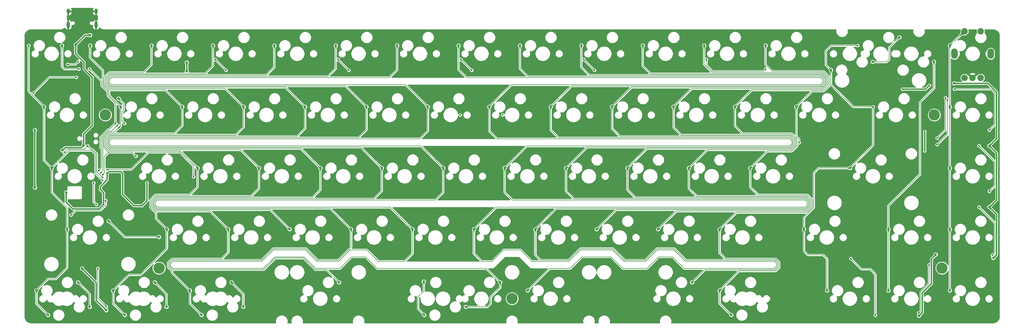
<source format=gbr>
G04 #@! TF.GenerationSoftware,KiCad,Pcbnew,(5.1.10)-1*
G04 #@! TF.CreationDate,2021-12-23T10:18:36+07:00*
G04 #@! TF.ProjectId,averange65,61766572-616e-4676-9536-352e6b696361,rev?*
G04 #@! TF.SameCoordinates,Original*
G04 #@! TF.FileFunction,Copper,L1,Top*
G04 #@! TF.FilePolarity,Positive*
%FSLAX46Y46*%
G04 Gerber Fmt 4.6, Leading zero omitted, Abs format (unit mm)*
G04 Created by KiCad (PCBNEW (5.1.10)-1) date 2021-12-23 10:18:36*
%MOMM*%
%LPD*%
G01*
G04 APERTURE LIST*
G04 #@! TA.AperFunction,ComponentPad*
%ADD10O,1.000000X2.100000*%
G04 #@! TD*
G04 #@! TA.AperFunction,ComponentPad*
%ADD11O,1.000000X1.600000*%
G04 #@! TD*
G04 #@! TA.AperFunction,ComponentPad*
%ADD12C,3.500000*%
G04 #@! TD*
G04 #@! TA.AperFunction,ComponentPad*
%ADD13C,2.000000*%
G04 #@! TD*
G04 #@! TA.AperFunction,ComponentPad*
%ADD14O,2.000000X3.200000*%
G04 #@! TD*
G04 #@! TA.AperFunction,ViaPad*
%ADD15C,0.600000*%
G04 #@! TD*
G04 #@! TA.AperFunction,ViaPad*
%ADD16C,0.800000*%
G04 #@! TD*
G04 #@! TA.AperFunction,Conductor*
%ADD17C,0.400000*%
G04 #@! TD*
G04 #@! TA.AperFunction,Conductor*
%ADD18C,0.200000*%
G04 #@! TD*
G04 #@! TA.AperFunction,Conductor*
%ADD19C,0.254000*%
G04 #@! TD*
G04 #@! TA.AperFunction,Conductor*
%ADD20C,0.100000*%
G04 #@! TD*
G04 #@! TA.AperFunction,Conductor*
%ADD21C,0.025400*%
G04 #@! TD*
G04 APERTURE END LIST*
D10*
X14568513Y-38935332D03*
X23208513Y-38935332D03*
D11*
X14568513Y-34755332D03*
X23208513Y-34755332D03*
D12*
X26058632Y-66986286D03*
X152233432Y-124136253D03*
X283234633Y-66986286D03*
X42727681Y-114611438D03*
X285615179Y-114611387D03*
D13*
X297616250Y-40942500D03*
X292616250Y-40942500D03*
D14*
X300716250Y-47942500D03*
X289516250Y-47942500D03*
D13*
X297616250Y-55442500D03*
X295116250Y-55442500D03*
X292616250Y-55442500D03*
D15*
X136168144Y-66992560D03*
X149265052Y-66992560D03*
X25495250Y-94805500D03*
X38957250Y-88074500D03*
X37433250Y-95186500D03*
D16*
X300288866Y-95636376D03*
X300288866Y-76586328D03*
X289344669Y-57169879D03*
X51335899Y-50678703D03*
D15*
X24546769Y-90205420D03*
X26630368Y-85149637D03*
D16*
X13915030Y-91122608D03*
X18822542Y-114729395D03*
X26332711Y-127714588D03*
X51335899Y-53467469D03*
X4194520Y-89546050D03*
D15*
X273388021Y-58955821D03*
X281722425Y-57765193D03*
X280234132Y-72236328D03*
X280234132Y-78119927D03*
D16*
X12731750Y-77980500D03*
X19303750Y-76454000D03*
X301560750Y-111448139D03*
X21338513Y-42134763D03*
X16879674Y-45110400D03*
X283673750Y-110414000D03*
X278463659Y-129466189D03*
D15*
X21936764Y-55272466D03*
D16*
X4194520Y-71686600D03*
D15*
X166529158Y-110748139D03*
X5683250Y-97218500D03*
X247492410Y-41394275D03*
D16*
X20034250Y-117348000D03*
D15*
X64730464Y-86042608D03*
X58777324Y-86042608D03*
X20677228Y-83363695D03*
X33178822Y-108962197D03*
X38238991Y-113129395D03*
X28416310Y-115212994D03*
X39727276Y-86042608D03*
X45680416Y-86042608D03*
X77827372Y-86042608D03*
X83780512Y-86042608D03*
X34369450Y-80684782D03*
X36750706Y-80089468D03*
X96877420Y-86042608D03*
X102830560Y-86042608D03*
X115927468Y-86042608D03*
X121880608Y-86042608D03*
X140930656Y-86042608D03*
X134977516Y-86042608D03*
X154027564Y-86042608D03*
X159980704Y-86042608D03*
X173077612Y-86042608D03*
X179030752Y-86042608D03*
X192127660Y-86042608D03*
X198080800Y-86042608D03*
X211177708Y-86042608D03*
X217130848Y-86042608D03*
X230227756Y-86042608D03*
X236180896Y-86042608D03*
X49252300Y-105092656D03*
X55205440Y-105092656D03*
X93305536Y-105092656D03*
X106402444Y-105092656D03*
X112355584Y-105092656D03*
X125452492Y-105092656D03*
X131405632Y-105092656D03*
X144502540Y-105092656D03*
X150455680Y-105092656D03*
X163552588Y-105092656D03*
X87352396Y-105092656D03*
X74255488Y-105092656D03*
X169505728Y-105092656D03*
X68302348Y-105092656D03*
X182602636Y-105092656D03*
X188555776Y-105092656D03*
X201652684Y-105092656D03*
X207605824Y-105092656D03*
X34964764Y-66992560D03*
X40917904Y-66992560D03*
X54014812Y-66992560D03*
X59967952Y-66992560D03*
X73064860Y-66992560D03*
X79018000Y-66992560D03*
X92114908Y-66992560D03*
X98068048Y-66992560D03*
X111164956Y-66992560D03*
X117118096Y-66992560D03*
X130215004Y-66992560D03*
X155218192Y-66992560D03*
X168315100Y-66992560D03*
X174268240Y-66992560D03*
X187365148Y-66992560D03*
X193318288Y-66992560D03*
X206415196Y-66992560D03*
X212368336Y-66992560D03*
X225465244Y-66992560D03*
X235585582Y-66992560D03*
X237966838Y-51812053D03*
X16744950Y-78943200D03*
X24669750Y-60401200D03*
X30003750Y-67310000D03*
D16*
X267732538Y-55383937D03*
D15*
X268923166Y-57765193D03*
X17836600Y-52705024D03*
D16*
X12640489Y-45405261D03*
X272383250Y-42862500D03*
X264101250Y-50482500D03*
D15*
X25255347Y-86453529D03*
X13384629Y-78694379D03*
X20573750Y-76581000D03*
X26195250Y-93617920D03*
X15396250Y-98107500D03*
D16*
X30182361Y-61912500D03*
D15*
X32035750Y-69578762D03*
X26630368Y-83959009D03*
X53419375Y-86178442D03*
D16*
X27114542Y-100012500D03*
X42703846Y-104930941D03*
D15*
X25276767Y-87367920D03*
D16*
X4662670Y-121603060D03*
X8286758Y-129222568D03*
X7043786Y-64452500D03*
X9425038Y-83502500D03*
X14187542Y-102552500D03*
D15*
X2281250Y-45402500D03*
D16*
X21331250Y-45402500D03*
D15*
X35560078Y-79805902D03*
D16*
X30856306Y-64452500D03*
D15*
X25221488Y-85571141D03*
X30400928Y-70778762D03*
D16*
X40381250Y-45402500D03*
X49906322Y-64452500D03*
X54668826Y-83502500D03*
X45143818Y-102552500D03*
X32099530Y-129222568D03*
X28475270Y-121602568D03*
X64193834Y-102552500D03*
X59431250Y-45402500D03*
X68956338Y-64452500D03*
X73718842Y-83502500D03*
X52287870Y-121603060D03*
X55912130Y-129223060D03*
X78481250Y-45402500D03*
X88006354Y-64452500D03*
X92768858Y-83502500D03*
X83243850Y-102552500D03*
X102293866Y-102552500D03*
X97531182Y-45402496D03*
X107056370Y-64452500D03*
X111818874Y-83502500D03*
X98552370Y-119062840D03*
X121343882Y-102552500D03*
X116581282Y-45402500D03*
X126106386Y-64452500D03*
X130868890Y-83502500D03*
X148558970Y-119063060D03*
X137895670Y-126683060D03*
X140393898Y-102552500D03*
X149918906Y-83502500D03*
X135631182Y-45402496D03*
X145156402Y-64452500D03*
X157063170Y-121602840D03*
X17589670Y-119063060D03*
X21213758Y-126682568D03*
X45026530Y-126682568D03*
X41402270Y-119062568D03*
X65214870Y-119063060D03*
X68839130Y-126683060D03*
D15*
X24006549Y-84356201D03*
X21136600Y-52705024D03*
X29200928Y-69578762D03*
X3715465Y-60208706D03*
X17036764Y-55272466D03*
X63491416Y-53071651D03*
X60148413Y-49728454D03*
X101591220Y-53071425D03*
X98248281Y-49728228D03*
X139691736Y-53071651D03*
X136348733Y-49728454D03*
X174448473Y-49728228D03*
X177791896Y-53071651D03*
X212548569Y-49728228D03*
X230866950Y-52781200D03*
X300288866Y-71686328D03*
X289461499Y-58955821D03*
X297088866Y-76586328D03*
X300288866Y-90736376D03*
X297088866Y-95636376D03*
X301223085Y-110613882D03*
X23722542Y-114729395D03*
X26301171Y-126555500D03*
X264941910Y-129271617D03*
X257314543Y-111641110D03*
X278364950Y-128571617D03*
X281627750Y-113614000D03*
X284103673Y-76219923D03*
X287310484Y-62234734D03*
X284103673Y-74136328D03*
X286710484Y-61634734D03*
X22463170Y-88126207D03*
X23264597Y-94838023D03*
D16*
X124856976Y-118784751D03*
X124968670Y-129223060D03*
X208090470Y-119063060D03*
X159443914Y-102552500D03*
X154681182Y-45402496D03*
X164206418Y-64452500D03*
X168968922Y-83502500D03*
X178493930Y-102552500D03*
X173731182Y-45402496D03*
X183256434Y-64452500D03*
X188018938Y-83502500D03*
X197543946Y-102552500D03*
X192781250Y-45402500D03*
X202306450Y-64452500D03*
X207068954Y-83502500D03*
X211831250Y-45402500D03*
X221356466Y-64452500D03*
X226118970Y-83502500D03*
X216593962Y-102552500D03*
X216594810Y-121603060D03*
X220219070Y-129223060D03*
X240406482Y-64452500D03*
X230881142Y-45402488D03*
D15*
X241275114Y-75624613D03*
D16*
X251174250Y-53022500D03*
X249932450Y-121603060D03*
X242787734Y-102552500D03*
D15*
X259456250Y-45402500D03*
X264219002Y-64452500D03*
D16*
X257075246Y-83502500D03*
X268982530Y-121603060D03*
X268981506Y-102552500D03*
X283151250Y-50482500D03*
X288031522Y-102552500D03*
X288032610Y-121603060D03*
X288031522Y-64452500D03*
X288031250Y-45402500D03*
X288031522Y-83502500D03*
D15*
X24616149Y-84965801D03*
X29800928Y-70178762D03*
X14357350Y-51273000D03*
X17633115Y-50367365D03*
D17*
X38957250Y-93662500D02*
X37433250Y-95186500D01*
X38957250Y-88074500D02*
X38957250Y-93662500D01*
X25495250Y-91153901D02*
X24546769Y-90205420D01*
X25495250Y-94805500D02*
X25495250Y-91153901D01*
X26630368Y-87141779D02*
X26630368Y-85149637D01*
X24546769Y-89225378D02*
X26630368Y-87141779D01*
X24546769Y-90205420D02*
X24546769Y-89225378D01*
X18822542Y-114729395D02*
X23222532Y-119129385D01*
X23222532Y-124604409D02*
X26332711Y-127714588D01*
X23222532Y-119129385D02*
X23222532Y-124604409D01*
X51335899Y-50678703D02*
X51335899Y-53467469D01*
X4194520Y-71686600D02*
X4194520Y-71686600D01*
X273388021Y-58955821D02*
X280531797Y-58955821D01*
X280531797Y-58955821D02*
X281722425Y-57765193D01*
X280234132Y-72236328D02*
X280234132Y-78119927D01*
X37433250Y-95186500D02*
X34881289Y-95186500D01*
X34881289Y-95186500D02*
X31392880Y-91698091D01*
X31392880Y-91698091D02*
X31392880Y-85149637D01*
X31392880Y-85149637D02*
X30797566Y-84554323D01*
X30797566Y-84554323D02*
X27225682Y-84554323D01*
X27225682Y-84554323D02*
X26630368Y-85149637D01*
X302558407Y-78855869D02*
X300288866Y-76586328D01*
X302558407Y-93366835D02*
X302558407Y-78855869D01*
X300288866Y-95636376D02*
X302558407Y-93366835D01*
X302558407Y-74316787D02*
X300288866Y-76586328D01*
X302558407Y-59848792D02*
X302558407Y-74316787D01*
X299879494Y-57169879D02*
X302558407Y-59848792D01*
X289344669Y-57169879D02*
X299879494Y-57169879D01*
X302558407Y-97905917D02*
X300288866Y-95636376D01*
X302558407Y-110450482D02*
X302558407Y-97905917D01*
X13915030Y-94163260D02*
X13915030Y-91122608D01*
X24137804Y-96162946D02*
X15914716Y-96162946D01*
X25495250Y-94805500D02*
X24137804Y-96162946D01*
X15914716Y-96162946D02*
X13915030Y-94163260D01*
X301560750Y-111448139D02*
X301560750Y-111448139D01*
X301560750Y-111448139D02*
X302558407Y-110450482D01*
X18651901Y-77105849D02*
X19303750Y-76454000D01*
X13606401Y-77105849D02*
X18651901Y-77105849D01*
X12731750Y-77980500D02*
X13606401Y-77105849D01*
X19855311Y-42134763D02*
X16879674Y-45110400D01*
X21338513Y-42134763D02*
X19855311Y-42134763D01*
X16879674Y-45110400D02*
X16879674Y-45110400D01*
X282327751Y-111759999D02*
X283673750Y-110414000D01*
X282327751Y-119426319D02*
X282327751Y-111759999D01*
X279525360Y-122228710D02*
X282327751Y-119426319D01*
X279525360Y-127440961D02*
X279525360Y-122228710D01*
X279525360Y-128404488D02*
X278463659Y-129466189D01*
X279525360Y-127440961D02*
X279525360Y-128404488D01*
X16879674Y-45110400D02*
X16879674Y-47988324D01*
X16879674Y-47988324D02*
X19437350Y-50546000D01*
X19437350Y-52773052D02*
X21936764Y-55272466D01*
X19437350Y-50546000D02*
X19437350Y-52773052D01*
X21936764Y-55272466D02*
X21936764Y-70246186D01*
X19303750Y-72879200D02*
X19303750Y-76454000D01*
X21936764Y-70246186D02*
X19303750Y-72879200D01*
X4194520Y-71686600D02*
X4194520Y-89546050D01*
D18*
X17836600Y-52705024D02*
X13366774Y-52705024D01*
X12640489Y-51978739D02*
X12640489Y-45405261D01*
X13366774Y-52705024D02*
X12640489Y-51978739D01*
X272383250Y-42862500D02*
X269220823Y-46024927D01*
X269220823Y-46024927D02*
X269220823Y-49728454D01*
X268466777Y-50482500D02*
X264101250Y-50482500D01*
X269220823Y-49728454D02*
X268466777Y-50482500D01*
X23406548Y-78978862D02*
X23406548Y-84604730D01*
X22033545Y-77605859D02*
X23406548Y-78978862D01*
X21598609Y-77605859D02*
X22033545Y-77605859D01*
X23406548Y-84604730D02*
X25255347Y-86453529D01*
X20573750Y-76581000D02*
X21598609Y-77605859D01*
X19548891Y-77605859D02*
X20573750Y-76581000D01*
X14473149Y-77605859D02*
X19548891Y-77605859D01*
X13384629Y-78694379D02*
X14473149Y-77605859D01*
X26195250Y-94993502D02*
X24525796Y-96662956D01*
X26195250Y-93617920D02*
X26195250Y-94993502D01*
X16840794Y-96662956D02*
X15396250Y-98107500D01*
X24525796Y-96662956D02*
X16840794Y-96662956D01*
X31690537Y-63420676D02*
X30182361Y-61912500D01*
X31690537Y-65504275D02*
X31690537Y-63420676D01*
X31256316Y-65938496D02*
X31690537Y-65504275D01*
X31256316Y-68203913D02*
X31256316Y-65938496D01*
X31256316Y-68799328D02*
X32035750Y-69578762D01*
X31256316Y-68203913D02*
X31256316Y-68799328D01*
X53419375Y-86178442D02*
X53419375Y-82818747D01*
X53419375Y-82818747D02*
X49218210Y-78617582D01*
X49218210Y-78617582D02*
X39413220Y-78617582D01*
X34071793Y-83959009D02*
X26630368Y-83959009D01*
X39413220Y-78617582D02*
X34071793Y-83959009D01*
X32032983Y-104930941D02*
X27114542Y-100012500D01*
X42703846Y-104930941D02*
X32032983Y-104930941D01*
X4662670Y-125598480D02*
X8286758Y-129222568D01*
X4662670Y-121603060D02*
X4662670Y-125598480D01*
X7043786Y-81121248D02*
X9425038Y-83502500D01*
X7043786Y-64452500D02*
X7043786Y-81121248D01*
X9425038Y-83502500D02*
X9425038Y-91028888D01*
X14187542Y-95791392D02*
X14187542Y-102552500D01*
X9425038Y-91028888D02*
X14187542Y-95791392D01*
X14187542Y-102552500D02*
X14187542Y-114520608D01*
X14187542Y-114520608D02*
X10699750Y-118008400D01*
X8257330Y-118008400D02*
X4662670Y-121603060D01*
X10699750Y-118008400D02*
X8257330Y-118008400D01*
X2281250Y-59689964D02*
X2281250Y-45402500D01*
X7043786Y-64452500D02*
X2281250Y-59689964D01*
X9425038Y-83502500D02*
X14921669Y-78005869D01*
X14921669Y-78005869D02*
X21867856Y-78005869D01*
X21867856Y-78005869D02*
X23006538Y-79144551D01*
X25276767Y-87367920D02*
X23006538Y-85097691D01*
X23006538Y-85097691D02*
X23006538Y-79144551D01*
X34385849Y-78631673D02*
X35560078Y-79805902D01*
X34385849Y-78617582D02*
X34385849Y-78631673D01*
X27110731Y-78617582D02*
X34385849Y-78617582D01*
X25737397Y-85055232D02*
X25737397Y-79990916D01*
X25221488Y-85571141D02*
X25737397Y-85055232D01*
X26967449Y-78474301D02*
X26967449Y-78760863D01*
X26967449Y-78474301D02*
X27110731Y-78617582D01*
X25737397Y-79990916D02*
X27110731Y-78617582D01*
X25307703Y-74209813D02*
X25307704Y-76814562D01*
X27100045Y-72417461D02*
X25307703Y-74209813D01*
X25307704Y-76814562D02*
X26967449Y-78474301D01*
X27100045Y-72417461D02*
X28762229Y-72417461D01*
X30856306Y-64452500D02*
X30856306Y-70323384D01*
X30856306Y-70323384D02*
X30400928Y-70778762D01*
X28762229Y-72417461D02*
X30400928Y-70778762D01*
X27225682Y-60821876D02*
X30856306Y-64452500D01*
X27225682Y-59661116D02*
X27225682Y-60821876D01*
X25307643Y-57743077D02*
X27225682Y-59661116D01*
X25307643Y-53168241D02*
X25307643Y-57743077D01*
X21331250Y-49191848D02*
X25307643Y-53168241D01*
X21331250Y-45402500D02*
X21331250Y-49191848D01*
X49906386Y-64452500D02*
X49906386Y-70377543D01*
X25707653Y-57577388D02*
X27297825Y-59167560D01*
X25707653Y-55325484D02*
X25707653Y-57577388D01*
X27265676Y-53767459D02*
X25707653Y-55325484D01*
X44621382Y-59167560D02*
X49906322Y-64452500D01*
X27297825Y-59167560D02*
X44621382Y-59167560D01*
X40381250Y-45402500D02*
X40381250Y-51327543D01*
X40381250Y-51327543D02*
X37941334Y-53767459D01*
X37941334Y-53767459D02*
X27265676Y-53767459D01*
X49906386Y-70377543D02*
X47466459Y-72817470D01*
X25707713Y-76648871D02*
X27276420Y-78217572D01*
X25707712Y-74375501D02*
X25707713Y-76648871D01*
X27265736Y-72817470D02*
X25707712Y-74375501D01*
X47466459Y-72817470D02*
X27265736Y-72817470D01*
X49383898Y-78217572D02*
X54668826Y-83502500D01*
X27276420Y-78217572D02*
X49383898Y-78217572D01*
X41810875Y-97492766D02*
X41810875Y-99219557D01*
X39995589Y-95677480D02*
X41810875Y-97492766D01*
X39995589Y-93425582D02*
X39995589Y-95677480D01*
X41553617Y-91867554D02*
X39995589Y-93425582D01*
X52228879Y-91867554D02*
X41553617Y-91867554D01*
X54668890Y-89427543D02*
X52228879Y-91867554D01*
X41810875Y-99219557D02*
X45143818Y-102552500D01*
X54668890Y-83502500D02*
X54668890Y-89427543D01*
X28475270Y-125598308D02*
X28475270Y-121602568D01*
X32099530Y-129222568D02*
X28475270Y-125598308D01*
X37000471Y-116701279D02*
X45143850Y-108557900D01*
X33376559Y-116701279D02*
X37000471Y-116701279D01*
X45143850Y-108557900D02*
X45143850Y-102552500D01*
X28475270Y-121602568D02*
X33376559Y-116701279D01*
X73718890Y-83502500D02*
X73718890Y-89827601D01*
X68956386Y-64452500D02*
X68956386Y-70777601D01*
X59431250Y-45402500D02*
X59431250Y-51727601D01*
X59431250Y-51727601D02*
X56991382Y-54167469D01*
X56991382Y-54167469D02*
X27431365Y-54167469D01*
X26107663Y-57411701D02*
X27463514Y-58767550D01*
X26107663Y-55491173D02*
X26107663Y-57411701D01*
X27431365Y-54167469D02*
X26107663Y-55491173D01*
X63271388Y-58767550D02*
X68956338Y-64452500D01*
X27463514Y-58767550D02*
X63271388Y-58767550D01*
X68956386Y-70777601D02*
X66516507Y-73217480D01*
X26107722Y-76483180D02*
X27442109Y-77817562D01*
X26107721Y-74541189D02*
X26107722Y-76483180D01*
X27431426Y-73217480D02*
X26107721Y-74541189D01*
X66516507Y-73217480D02*
X27431426Y-73217480D01*
X68033904Y-77817562D02*
X73718842Y-83502500D01*
X27442109Y-77817562D02*
X68033904Y-77817562D01*
X73718890Y-89827601D02*
X71278927Y-92267564D01*
X40395599Y-95511791D02*
X41751454Y-96867646D01*
X40395599Y-93591271D02*
X40395599Y-95511791D01*
X41719306Y-92267564D02*
X40395599Y-93591271D01*
X71278927Y-92267564D02*
X41719306Y-92267564D01*
X64193782Y-102552496D02*
X64193782Y-109677633D01*
X58508980Y-96867646D02*
X64193834Y-102552500D01*
X41751454Y-96867646D02*
X58508980Y-96867646D01*
X52287870Y-125598800D02*
X55912130Y-129223060D01*
X52287870Y-121603060D02*
X52287870Y-125598800D01*
X64193782Y-109677633D02*
X62153425Y-111717990D01*
X45558091Y-114396958D02*
X46679183Y-115518050D01*
X45558091Y-112839081D02*
X45558091Y-114396958D01*
X46679182Y-111717990D02*
X45558091Y-112839081D01*
X62153425Y-111717990D02*
X46679182Y-111717990D01*
X46679183Y-115994373D02*
X52287870Y-121603060D01*
X46679183Y-115518050D02*
X46679183Y-115994373D01*
X88006386Y-64452500D02*
X88006386Y-71177659D01*
X78481250Y-45402500D02*
X78481250Y-52127659D01*
X78481250Y-52127659D02*
X76041430Y-54567479D01*
X26507673Y-57246012D02*
X27629203Y-58367540D01*
X26507673Y-55656862D02*
X26507673Y-57246012D01*
X27597054Y-54567479D02*
X26507673Y-55656862D01*
X81921394Y-58367540D02*
X88006354Y-64452500D01*
X27629203Y-58367540D02*
X81921394Y-58367540D01*
X76041430Y-54567479D02*
X27597054Y-54567479D01*
X88006386Y-71177659D02*
X85566555Y-73617490D01*
X26507731Y-76317489D02*
X27607798Y-77417552D01*
X26507730Y-74706877D02*
X26507731Y-76317489D01*
X27597115Y-73617490D02*
X26507730Y-74706877D01*
X85566555Y-73617490D02*
X27597115Y-73617490D01*
X86683910Y-77417552D02*
X92768858Y-83502500D01*
X27607798Y-77417552D02*
X86683910Y-77417552D01*
X41917143Y-96467636D02*
X77158986Y-96467636D01*
X77158986Y-96467636D02*
X83243850Y-102552500D01*
X92768890Y-83502500D02*
X92768890Y-90227659D01*
X41884995Y-92667574D02*
X40795609Y-93756960D01*
X40795609Y-95346102D02*
X41917143Y-96467636D01*
X40795609Y-93756960D02*
X40795609Y-95346102D01*
X92768890Y-90227659D02*
X90328975Y-92667574D01*
X90328975Y-92667574D02*
X41884995Y-92667574D01*
X111818822Y-83502496D02*
X111818822Y-90627633D01*
X107056318Y-64452496D02*
X107056318Y-71577633D01*
X97531182Y-45402496D02*
X97531182Y-52527633D01*
X97531182Y-52527633D02*
X95091326Y-54967489D01*
X95091326Y-54967489D02*
X27762743Y-54967489D01*
X26907681Y-57080321D02*
X27794892Y-57967530D01*
X26907681Y-55822552D02*
X26907681Y-57080321D01*
X27762743Y-54967489D02*
X26907681Y-55822552D01*
X100571400Y-57967530D02*
X107056370Y-64452500D01*
X27794892Y-57967530D02*
X100571400Y-57967530D01*
X107056318Y-71577633D02*
X104616451Y-74017500D01*
X26907740Y-76151798D02*
X27773487Y-77017542D01*
X26907739Y-74872565D02*
X26907740Y-76151798D01*
X27762804Y-74017500D02*
X26907739Y-74872565D01*
X104616451Y-74017500D02*
X27762804Y-74017500D01*
X105333916Y-77017542D02*
X111818874Y-83502500D01*
X27773487Y-77017542D02*
X105333916Y-77017542D01*
X111818822Y-90627633D02*
X109378871Y-93067584D01*
X41195619Y-95180413D02*
X42082832Y-96067626D01*
X41195619Y-93922649D02*
X41195619Y-95180413D01*
X42050684Y-93067584D02*
X41195619Y-93922649D01*
X109378871Y-93067584D02*
X42050684Y-93067584D01*
X95808992Y-96067626D02*
X102293866Y-102552500D01*
X42082832Y-96067626D02*
X95808992Y-96067626D01*
X102293866Y-102552500D02*
X102293866Y-108114856D01*
X102293866Y-108114856D02*
X98290719Y-112118003D01*
X91892681Y-112118003D02*
X88320789Y-108546110D01*
X98290719Y-112118003D02*
X91892681Y-112118003D01*
X78050151Y-108546110D02*
X74478261Y-112118000D01*
X88320789Y-108546110D02*
X78050151Y-108546110D01*
X45958101Y-114231269D02*
X46844872Y-115118040D01*
X45958101Y-113004770D02*
X45958101Y-114231269D01*
X46844871Y-112118000D02*
X45958101Y-113004770D01*
X74478261Y-112118000D02*
X46844871Y-112118000D01*
X46844872Y-115118040D02*
X75223859Y-115118040D01*
X75223859Y-115118040D02*
X78795749Y-111546150D01*
X87575192Y-111546150D02*
X91147081Y-115118040D01*
X78795749Y-111546150D02*
X87575192Y-111546150D01*
X94607570Y-115118040D02*
X98552370Y-119062840D01*
X91147081Y-115118040D02*
X94607570Y-115118040D01*
X126106418Y-64452500D02*
X126106418Y-71977558D01*
X116581282Y-45402500D02*
X116581282Y-52927558D01*
X116581282Y-52927558D02*
X114141341Y-55367499D01*
X27307689Y-56914630D02*
X27960581Y-57567520D01*
X27307689Y-55988242D02*
X27307689Y-56914630D01*
X27928432Y-55367499D02*
X27307689Y-55988242D01*
X114141341Y-55367499D02*
X27928432Y-55367499D01*
X119221406Y-57567520D02*
X126106386Y-64452500D01*
X27960581Y-57567520D02*
X119221406Y-57567520D01*
X126106418Y-71977558D02*
X123666466Y-74417510D01*
X27307749Y-75986107D02*
X27939176Y-76617532D01*
X27307749Y-75038254D02*
X27307749Y-75986107D01*
X27928493Y-74417510D02*
X27307749Y-75038254D01*
X123666466Y-74417510D02*
X27928493Y-74417510D01*
X123983922Y-76617532D02*
X130868890Y-83502500D01*
X27939176Y-76617532D02*
X123983922Y-76617532D01*
X42248521Y-95667616D02*
X114458998Y-95667616D01*
X41595629Y-95014726D02*
X42248521Y-95667616D01*
X41595629Y-94088338D02*
X41595629Y-95014726D01*
X128445501Y-93467594D02*
X42216373Y-93467594D01*
X42216373Y-93467594D02*
X41595629Y-94088338D01*
X130868922Y-91044173D02*
X128445501Y-93467594D01*
X114458998Y-95667616D02*
X121343882Y-102552500D01*
X130868922Y-83502500D02*
X130868922Y-91044173D01*
X144213936Y-114718026D02*
X148558970Y-119063060D01*
X110362706Y-114718026D02*
X144213936Y-114718026D01*
X106790820Y-111146140D02*
X110362706Y-114718026D01*
X98870630Y-114718030D02*
X102442520Y-111146140D01*
X91312770Y-114718030D02*
X98870630Y-114718030D01*
X87740880Y-111146140D02*
X91312770Y-114718030D01*
X78630060Y-111146140D02*
X87740880Y-111146140D01*
X47010561Y-114718030D02*
X75058170Y-114718030D01*
X75058170Y-114718030D02*
X78630060Y-111146140D01*
X46358111Y-114065580D02*
X47010561Y-114718030D01*
X102442520Y-111146140D02*
X106790820Y-111146140D01*
X121343914Y-102552500D02*
X121343914Y-110094173D01*
X121343914Y-110094173D02*
X118920074Y-112518013D01*
X118920074Y-112518013D02*
X110776933Y-112518013D01*
X110776933Y-112518013D02*
X107205040Y-108946120D01*
X107205040Y-108946120D02*
X102028300Y-108946120D01*
X47010560Y-112518010D02*
X46358111Y-113170459D01*
X102028300Y-108946120D02*
X98456407Y-112518013D01*
X98456407Y-112518013D02*
X91726993Y-112518013D01*
X74643950Y-112518010D02*
X47010560Y-112518010D01*
X91726993Y-112518013D02*
X88155100Y-108946120D01*
X88155100Y-108946120D02*
X78215840Y-108946120D01*
X78215840Y-108946120D02*
X74643950Y-112518010D01*
X46358111Y-113170459D02*
X46358111Y-114065580D01*
X148558970Y-120681588D02*
X148558970Y-119063060D01*
X145573750Y-123666808D02*
X148558970Y-120681588D01*
X145573750Y-125730000D02*
X145573750Y-123666808D01*
X144620690Y-126683060D02*
X145573750Y-125730000D01*
X137895670Y-126683060D02*
X144620690Y-126683060D01*
X247979274Y-55367492D02*
X138071216Y-55367492D01*
X248600014Y-56936083D02*
X248600014Y-55988230D01*
X138071216Y-55367492D02*
X135631282Y-52927558D01*
X247968585Y-57567512D02*
X248600014Y-56936083D01*
X152041390Y-57567512D02*
X247968585Y-57567512D01*
X135631282Y-52927558D02*
X135631282Y-45402500D01*
X145156402Y-64452500D02*
X152041390Y-57567512D01*
X145156418Y-71977558D02*
X145156418Y-64452500D01*
X147596364Y-74417504D02*
X145156418Y-71977558D01*
X239075074Y-75070393D02*
X238422183Y-74417504D01*
X239075074Y-75986095D02*
X239075074Y-75070393D01*
X238443644Y-76617525D02*
X239075074Y-75986095D01*
X238422183Y-74417504D02*
X147596364Y-74417504D01*
X156803881Y-76617525D02*
X238443644Y-76617525D01*
X149918906Y-83502500D02*
X156803881Y-76617525D01*
X248600014Y-55988230D02*
X247979274Y-55367492D01*
X149918922Y-91027558D02*
X149918922Y-83502500D01*
X152358952Y-93467588D02*
X149918922Y-91027558D01*
X243217214Y-93467588D02*
X152358952Y-93467588D01*
X243837954Y-95015040D02*
X243837954Y-94088326D01*
X243185385Y-95667609D02*
X243837954Y-95015040D01*
X147278789Y-95667609D02*
X243185385Y-95667609D01*
X243837954Y-94088326D02*
X243217214Y-93467588D01*
X140393898Y-102552500D02*
X147278789Y-95667609D01*
X140393750Y-110094017D02*
X140393750Y-102552344D01*
X142817743Y-112518010D02*
X140393750Y-110094017D01*
X186977390Y-112518010D02*
X183405500Y-108946120D01*
X193706950Y-112518010D02*
X186977390Y-112518010D01*
X197278840Y-108946120D02*
X193706950Y-112518010D01*
X202455580Y-108946120D02*
X197278840Y-108946120D01*
X233692158Y-112517665D02*
X206027125Y-112517665D01*
X234312906Y-113138410D02*
X233692158Y-112517665D01*
X157063170Y-121602840D02*
X163947980Y-114718030D01*
X234312906Y-114086263D02*
X234312906Y-113138410D01*
X173880320Y-111146140D02*
X182991280Y-111146140D01*
X163947980Y-114718030D02*
X170308430Y-114718030D01*
X233681223Y-114717946D02*
X234312906Y-114086263D01*
X170308430Y-114718030D02*
X173880320Y-111146140D01*
X186563170Y-114718030D02*
X194121170Y-114718030D01*
X182991280Y-111146140D02*
X186563170Y-114718030D01*
X194121170Y-114718030D02*
X197693060Y-111146140D01*
X205320353Y-114425135D02*
X205613257Y-114718031D01*
X197693060Y-111146140D02*
X202041360Y-111146140D01*
X202041360Y-111146140D02*
X205320353Y-114425135D01*
X173466100Y-108946120D02*
X169894210Y-112518010D01*
X205613257Y-114718031D02*
X225295400Y-114718031D01*
X206027125Y-112517665D02*
X202455580Y-108946120D01*
X225295400Y-114718031D02*
X225295485Y-114717946D01*
X183405500Y-108946120D02*
X173466100Y-108946120D01*
X225295485Y-114717946D02*
X233681223Y-114717946D01*
X146081610Y-112518010D02*
X149653500Y-108946120D01*
X142817743Y-112518010D02*
X146081610Y-112518010D01*
X154830240Y-108946120D02*
X158402130Y-112518010D01*
X158402130Y-112518010D02*
X169894210Y-112518010D01*
X149653500Y-108946120D02*
X154830240Y-108946120D01*
X21213758Y-122687148D02*
X21213758Y-126682568D01*
X17589670Y-119063060D02*
X21213758Y-122687148D01*
X45026530Y-122686828D02*
X41402270Y-119062568D01*
X45026530Y-126682568D02*
X45026530Y-122686828D01*
X68839130Y-122687320D02*
X68839130Y-126683060D01*
X65214870Y-119063060D02*
X68839130Y-122687320D01*
X24937377Y-77575634D02*
X24507686Y-77145941D01*
X24006549Y-84356201D02*
X24937377Y-83425373D01*
X24507685Y-73878436D02*
X26768668Y-71617442D01*
X24507686Y-77145941D02*
X24507685Y-73878436D01*
X24937377Y-83425373D02*
X24937377Y-78141333D01*
X24937377Y-78141333D02*
X24937377Y-77575634D01*
X27162248Y-71617442D02*
X29200928Y-69578762D01*
X26768668Y-71617442D02*
X27162248Y-71617442D01*
X23118025Y-54686449D02*
X21136600Y-52705024D01*
X24907633Y-56476057D02*
X23118025Y-54686449D01*
X24907633Y-57908765D02*
X24907633Y-56476057D01*
X26825672Y-59826804D02*
X24907633Y-57908765D01*
X26825672Y-60987565D02*
X26825672Y-59826804D01*
X29200928Y-63362820D02*
X26825672Y-60987565D01*
X29200928Y-69578762D02*
X29200928Y-63362820D01*
X8651705Y-55272466D02*
X17036764Y-55272466D01*
X3715465Y-60208706D02*
X8651705Y-55272466D01*
X60147993Y-49728228D02*
X63491416Y-53071651D01*
X98247797Y-49728002D02*
X101591220Y-53071425D01*
X136348313Y-49728228D02*
X139691736Y-53071651D01*
X174448473Y-49728228D02*
X177791896Y-53071651D01*
X212548569Y-49728228D02*
X212548569Y-51479164D01*
X212548569Y-51479164D02*
X214436847Y-53367442D01*
X230280708Y-53367442D02*
X230866950Y-52781200D01*
X214436847Y-53367442D02*
X230280708Y-53367442D01*
X300288866Y-71686328D02*
X302058396Y-69916798D01*
X302058396Y-69916798D02*
X302058396Y-60055903D01*
X302058396Y-60055903D02*
X300958314Y-58955821D01*
X300958314Y-58955821D02*
X289461499Y-58955821D01*
X297088866Y-76586328D02*
X302058396Y-81555858D01*
X302058396Y-81555858D02*
X302058396Y-88966846D01*
X302058396Y-88966846D02*
X300288866Y-90736376D01*
X302058396Y-109759865D02*
X302058396Y-100605906D01*
X302058396Y-100605906D02*
X297088866Y-95636376D01*
X302058396Y-109778571D02*
X301223085Y-110613882D01*
X302058396Y-109759865D02*
X302058396Y-109778571D01*
X23722542Y-123976871D02*
X26301171Y-126555500D01*
X23722542Y-114729395D02*
X23722542Y-123976871D01*
X264941910Y-129271617D02*
X264941910Y-116589564D01*
X264941910Y-116589564D02*
X263267683Y-114915337D01*
X260588770Y-114915337D02*
X257314543Y-111641110D01*
X263267683Y-114915337D02*
X260588770Y-114915337D01*
X281627750Y-119419200D02*
X281627750Y-113614000D01*
X279025350Y-122021600D02*
X281627750Y-119419200D01*
X279025350Y-127911217D02*
X279025350Y-122021600D01*
X278364950Y-128571617D02*
X279025350Y-127911217D01*
X287310484Y-73013112D02*
X284103673Y-76219923D01*
X287310484Y-62234734D02*
X287310484Y-73013112D01*
X284103673Y-74136328D02*
X284103673Y-74136328D01*
X286710484Y-71529517D02*
X284103673Y-74136328D01*
X286710484Y-61634734D02*
X286710484Y-71529517D01*
X22463170Y-94036596D02*
X23264597Y-94838023D01*
X22463170Y-88126207D02*
X22463170Y-94036596D01*
X123071037Y-127325427D02*
X124968670Y-129223060D01*
X123071037Y-123645513D02*
X123071037Y-127325427D01*
X124856976Y-121859574D02*
X123071037Y-123645513D01*
X124856976Y-118784751D02*
X124856976Y-121859574D01*
X164206318Y-71577633D02*
X164206318Y-64452496D01*
X157121031Y-54967482D02*
X154681182Y-52527633D01*
X248144963Y-54967482D02*
X157121031Y-54967482D01*
X249000024Y-55822543D02*
X248144963Y-54967482D01*
X249000024Y-57101771D02*
X249000024Y-55822543D01*
X248134273Y-57967522D02*
X249000024Y-57101771D01*
X154681182Y-52527633D02*
X154681182Y-45402496D01*
X170691396Y-57967522D02*
X248134273Y-57967522D01*
X164206418Y-64452500D02*
X170691396Y-57967522D01*
X164206318Y-71577633D02*
X166646179Y-74017494D01*
X239475084Y-76151784D02*
X238609333Y-77017535D01*
X239475084Y-74904704D02*
X239475084Y-76151784D01*
X238587873Y-74017495D02*
X239475084Y-74904704D01*
X166646179Y-74017494D02*
X238587873Y-74017495D01*
X175453887Y-77017535D02*
X168968922Y-83502500D01*
X238609333Y-77017535D02*
X175453887Y-77017535D01*
X168968822Y-90627633D02*
X168968822Y-83502496D01*
X171408767Y-93067578D02*
X168968822Y-90627633D01*
X244237964Y-93922637D02*
X243382903Y-93067578D01*
X243382903Y-93067578D02*
X171408767Y-93067578D01*
X244237964Y-95180729D02*
X244237964Y-93922637D01*
X243351074Y-96067619D02*
X244237964Y-95180729D01*
X165928795Y-96067619D02*
X243351074Y-96067619D01*
X159443914Y-102552500D02*
X165928795Y-96067619D01*
X159443914Y-110494164D02*
X159443914Y-102552500D01*
X161067750Y-112118000D02*
X159443914Y-110494164D01*
X169728522Y-112118000D02*
X161067750Y-112118000D01*
X208090470Y-119063060D02*
X212035489Y-115118041D01*
X197113151Y-108546110D02*
X193541262Y-112118000D01*
X212035489Y-115118041D02*
X233846827Y-115118041D01*
X233846827Y-115118041D02*
X234712916Y-114251952D01*
X193541262Y-112118000D02*
X187143079Y-112118000D01*
X234712916Y-112972724D02*
X233857847Y-112117655D01*
X233857847Y-112117655D02*
X206192813Y-112117655D01*
X206192813Y-112117655D02*
X202621268Y-108546110D01*
X183571189Y-108546110D02*
X173300411Y-108546110D01*
X234712916Y-114251952D02*
X234712916Y-112972724D01*
X202621268Y-108546110D02*
X197113151Y-108546110D01*
X187143079Y-112118000D02*
X183571189Y-108546110D01*
X173300411Y-108546110D02*
X169728522Y-112118000D01*
X183256830Y-71177671D02*
X183256830Y-64452512D01*
X173731694Y-52127671D02*
X173731694Y-45402512D01*
X248310652Y-54567472D02*
X176171495Y-54567472D01*
X249400034Y-55656854D02*
X248310652Y-54567472D01*
X249400034Y-57267460D02*
X249400034Y-55656854D01*
X248299962Y-58367532D02*
X249400034Y-57267460D01*
X176171495Y-54567472D02*
X173731694Y-52127671D01*
X189341402Y-58367532D02*
X248299962Y-58367532D01*
X183256434Y-64452500D02*
X189341402Y-58367532D01*
X183256830Y-71177671D02*
X185696644Y-73617485D01*
X239875094Y-74739015D02*
X239875094Y-76317473D01*
X239875094Y-76317473D02*
X238775022Y-77417545D01*
X238753563Y-73617486D02*
X239875094Y-74739015D01*
X185696644Y-73617485D02*
X238753563Y-73617486D01*
X194103893Y-77417545D02*
X188018938Y-83502500D01*
X238775022Y-77417545D02*
X194103893Y-77417545D01*
X188019334Y-90227671D02*
X188019334Y-83502512D01*
X243548593Y-92667569D02*
X190459231Y-92667568D01*
X190459231Y-92667568D02*
X188019334Y-90227671D01*
X244637974Y-93756948D02*
X243548593Y-92667569D01*
X244637974Y-95346418D02*
X244637974Y-93756948D01*
X243516763Y-96467629D02*
X244637974Y-95346418D01*
X184578801Y-96467629D02*
X243516763Y-96467629D01*
X178493930Y-102552500D02*
X184578801Y-96467629D01*
X202306386Y-64452500D02*
X202306386Y-70777601D01*
X192781250Y-45402500D02*
X192781250Y-51727601D01*
X202306450Y-64452500D02*
X207991408Y-58767542D01*
X249800044Y-55491165D02*
X248476341Y-54167462D01*
X249800044Y-57433149D02*
X249800044Y-55491165D01*
X248465651Y-58767542D02*
X249800044Y-57433149D01*
X207991408Y-58767542D02*
X248465651Y-58767542D01*
X195221111Y-54167462D02*
X192781250Y-51727601D01*
X248476341Y-54167462D02*
X195221111Y-54167462D01*
X202306386Y-70777601D02*
X204746261Y-73217476D01*
X240275104Y-76483162D02*
X238940711Y-77817555D01*
X240275104Y-74573326D02*
X240275104Y-76483162D01*
X238919253Y-73217477D02*
X240275104Y-74573326D01*
X204746261Y-73217476D02*
X238919253Y-73217477D01*
X212753899Y-77817555D02*
X207068954Y-83502500D01*
X238940711Y-77817555D02*
X212753899Y-77817555D01*
X207068890Y-89827601D02*
X207068890Y-83502500D01*
X243714283Y-92267560D02*
X209508848Y-92267559D01*
X245037984Y-93591259D02*
X243714283Y-92267560D01*
X245037984Y-95512107D02*
X245037984Y-93591259D01*
X243682452Y-96867639D02*
X245037984Y-95512107D01*
X209508848Y-92267559D02*
X207068890Y-89827601D01*
X203228807Y-96867639D02*
X243682452Y-96867639D01*
X197543946Y-102552500D02*
X203228807Y-96867639D01*
X221356386Y-64452500D02*
X221356386Y-70377543D01*
X211831250Y-45402500D02*
X211831250Y-51327543D01*
X211831250Y-51327543D02*
X214271159Y-53767452D01*
X250200054Y-57598838D02*
X248631340Y-59167552D01*
X250200054Y-55325476D02*
X250200054Y-57598838D01*
X248642030Y-53767452D02*
X250200054Y-55325476D01*
X214271159Y-53767452D02*
X248642030Y-53767452D01*
X226641414Y-59167552D02*
X221356466Y-64452500D01*
X248631340Y-59167552D02*
X226641414Y-59167552D01*
X221356386Y-70377543D02*
X223796310Y-72817467D01*
X240675114Y-76648851D02*
X239106400Y-78217565D01*
X240675114Y-74407637D02*
X240675114Y-76648851D01*
X239084943Y-72817469D02*
X240675114Y-74407637D01*
X223796310Y-72817467D02*
X239084943Y-72817469D01*
X231403905Y-78217565D02*
X226118970Y-83502500D01*
X239106400Y-78217565D02*
X231403905Y-78217565D01*
X228558898Y-91867551D02*
X226118890Y-89427543D01*
X243879971Y-91867551D02*
X228558898Y-91867551D01*
X245437994Y-93425574D02*
X243879971Y-91867551D01*
X245437994Y-95677796D02*
X245437994Y-93425574D01*
X243848141Y-97267649D02*
X245437994Y-95677796D01*
X226118890Y-89427543D02*
X226118890Y-83502500D01*
X221878813Y-97267649D02*
X243848141Y-97267649D01*
X216593962Y-102552500D02*
X221878813Y-97267649D01*
X222679819Y-115518051D02*
X216594810Y-121603060D01*
X234012516Y-115518051D02*
X222679819Y-115518051D01*
X235112926Y-114417641D02*
X234012516Y-115518051D01*
X235112926Y-112807035D02*
X235112926Y-114417641D01*
X234023536Y-111717645D02*
X235112926Y-112807035D01*
X218456359Y-111717645D02*
X234023536Y-111717645D01*
X216593882Y-109855168D02*
X218456359Y-111717645D01*
X216593882Y-102552500D02*
X216593882Y-109855168D01*
X216594810Y-125598800D02*
X220219070Y-129223060D01*
X216594810Y-121603060D02*
X216594810Y-125598800D01*
X240406482Y-64452500D02*
X245291420Y-59567562D01*
X248950407Y-59567562D02*
X250600064Y-57917905D01*
X245291420Y-59567562D02*
X248950407Y-59567562D01*
X250600064Y-55159787D02*
X248807719Y-53367442D01*
X250600064Y-57917905D02*
X250600064Y-55159787D01*
X230881142Y-45402488D02*
X230881142Y-51327531D01*
X232921053Y-53367442D02*
X230881142Y-51327531D01*
X248807719Y-53367442D02*
X232921053Y-53367442D01*
X241275114Y-74441939D02*
X241275114Y-75624613D01*
X240406482Y-73573307D02*
X241275114Y-74441939D01*
X240406482Y-64452500D02*
X240406482Y-73573307D01*
X230881142Y-45402488D02*
X230881142Y-45402488D01*
X243979310Y-110509814D02*
X242787734Y-109318238D01*
X248741822Y-110509814D02*
X243979310Y-110509814D01*
X242787734Y-109318238D02*
X242787734Y-102552500D01*
X249932450Y-111700442D02*
X248741822Y-110509814D01*
X249932450Y-121603060D02*
X249932450Y-111700442D01*
X251174250Y-53022500D02*
X249575461Y-51423711D01*
X249575461Y-51423711D02*
X249575461Y-47049541D01*
X251222502Y-45402500D02*
X259456250Y-45402500D01*
X249575461Y-47049541D02*
X251222502Y-45402500D01*
X264219002Y-76358744D02*
X257075246Y-83502500D01*
X264219002Y-64452500D02*
X264219002Y-76358744D01*
X251174250Y-53022500D02*
X251174250Y-57578040D01*
X251174250Y-57578040D02*
X258048710Y-64452500D01*
X258048710Y-64452500D02*
X264219002Y-64452500D01*
X247353057Y-83502500D02*
X257075246Y-83502500D01*
X245838004Y-85017553D02*
X247353057Y-83502500D01*
X245838004Y-95843485D02*
X245838004Y-85017553D01*
X242787734Y-98893755D02*
X245838004Y-95843485D01*
X242787734Y-102552500D02*
X242787734Y-98893755D01*
X268982530Y-102553524D02*
X268981506Y-102552500D01*
X268982530Y-121603060D02*
X268982530Y-102553524D01*
X268981506Y-102552500D02*
X268981506Y-95211635D01*
X283151250Y-50482500D02*
X283151250Y-58637500D01*
X283151250Y-58637500D02*
X278796750Y-62992000D01*
X278796750Y-85396391D02*
X268981506Y-95211635D01*
X278796750Y-62992000D02*
X278796750Y-85396391D01*
X288031522Y-83502500D02*
X288031522Y-102552500D01*
X288031522Y-121601972D02*
X288032610Y-121603060D01*
X288031522Y-102552500D02*
X288031522Y-121601972D01*
X288031522Y-83502500D02*
X288031522Y-64452500D01*
X288031522Y-45402772D02*
X288031250Y-45402500D01*
X288031522Y-64452500D02*
X288031522Y-45402772D01*
X288031250Y-45402500D02*
X292616250Y-40942500D01*
X25337387Y-77409944D02*
X24907695Y-76980253D01*
X24616149Y-84965801D02*
X25337387Y-84244563D01*
X24907695Y-76980253D02*
X24907694Y-74044125D01*
X25337387Y-84244563D02*
X25337387Y-77409944D01*
X24907694Y-74044125D02*
X26934357Y-72017452D01*
X27962238Y-72017452D02*
X29800928Y-70178762D01*
X26934357Y-72017452D02*
X27962238Y-72017452D01*
X16727480Y-51273000D02*
X17633115Y-50367365D01*
X14357350Y-51273000D02*
X16727480Y-51273000D01*
D19*
X22208510Y-33903654D02*
X22120098Y-34109345D01*
X22073513Y-34328332D01*
X22073513Y-34628332D01*
X23081513Y-34628332D01*
X23081513Y-34608332D01*
X23335513Y-34608332D01*
X23335513Y-34628332D01*
X23355513Y-34628332D01*
X23355513Y-34882332D01*
X23335513Y-34882332D01*
X23335513Y-36023286D01*
X23510387Y-36149451D01*
X23602663Y-36116428D01*
X23602730Y-37324260D01*
X23510387Y-37291213D01*
X23335513Y-37417378D01*
X23335513Y-38808332D01*
X23355513Y-38808332D01*
X23355513Y-39062332D01*
X23335513Y-39062332D01*
X23335513Y-40453286D01*
X23510387Y-40579451D01*
X23733489Y-40499608D01*
X23921277Y-40377701D01*
X24081674Y-40221501D01*
X24208516Y-40037010D01*
X24263478Y-39909140D01*
X24462802Y-40075051D01*
X24497018Y-40098281D01*
X24530863Y-40121956D01*
X24536428Y-40125037D01*
X24536432Y-40125040D01*
X24536437Y-40125042D01*
X24808526Y-40273222D01*
X24846554Y-40289343D01*
X24884398Y-40306013D01*
X24890461Y-40307956D01*
X24890464Y-40307957D01*
X24890468Y-40307958D01*
X25186154Y-40400467D01*
X25226642Y-40408906D01*
X25266953Y-40417897D01*
X25273265Y-40418624D01*
X25273277Y-40418626D01*
X25273288Y-40418626D01*
X25538848Y-40447348D01*
X25540949Y-40447985D01*
X25607942Y-40454583D01*
X252760944Y-40454692D01*
X252698250Y-40769874D01*
X252698250Y-41145126D01*
X252771459Y-41513168D01*
X252915061Y-41859856D01*
X253123540Y-42171866D01*
X253388884Y-42437210D01*
X253700894Y-42645689D01*
X254047582Y-42789291D01*
X254415624Y-42862500D01*
X254790876Y-42862500D01*
X255158918Y-42789291D01*
X255505606Y-42645689D01*
X255817616Y-42437210D01*
X256082960Y-42171866D01*
X256291439Y-41859856D01*
X256435041Y-41513168D01*
X256508250Y-41145126D01*
X256508250Y-40769874D01*
X256445556Y-40454694D01*
X276636942Y-40454704D01*
X276574250Y-40769874D01*
X276574250Y-41145126D01*
X276647459Y-41513168D01*
X276791061Y-41859856D01*
X276999540Y-42171866D01*
X277264884Y-42437210D01*
X277576894Y-42645689D01*
X277923582Y-42789291D01*
X278291624Y-42862500D01*
X278666876Y-42862500D01*
X279034918Y-42789291D01*
X279381606Y-42645689D01*
X279693616Y-42437210D01*
X279958960Y-42171866D01*
X280167439Y-41859856D01*
X280311041Y-41513168D01*
X280384250Y-41145126D01*
X280384250Y-40769874D01*
X280321558Y-40454706D01*
X291323515Y-40454711D01*
X291288321Y-40539677D01*
X291235250Y-40806483D01*
X291235250Y-40936084D01*
X291234482Y-40983476D01*
X291232597Y-41029076D01*
X291229589Y-41074001D01*
X291225467Y-41118310D01*
X291220246Y-41161947D01*
X291213927Y-41205012D01*
X291206517Y-41247501D01*
X291198026Y-41289414D01*
X291188462Y-41330747D01*
X291177803Y-41371633D01*
X291166064Y-41412018D01*
X291153255Y-41451892D01*
X291139357Y-41491324D01*
X291124341Y-41530395D01*
X291108242Y-41569015D01*
X291091010Y-41607298D01*
X291072647Y-41645229D01*
X291053159Y-41682792D01*
X291032479Y-41720095D01*
X291010645Y-41757063D01*
X290987608Y-41793757D01*
X290963367Y-41830166D01*
X290937888Y-41866324D01*
X290911117Y-41902284D01*
X290883143Y-41937911D01*
X290853805Y-41973387D01*
X290823210Y-42008565D01*
X290791280Y-42043515D01*
X290758002Y-42078235D01*
X290721799Y-42114275D01*
X288216615Y-44551160D01*
X288208813Y-44558577D01*
X288202732Y-44564092D01*
X288196799Y-44569221D01*
X288190985Y-44574005D01*
X288185335Y-44578424D01*
X288179824Y-44582514D01*
X288174396Y-44586330D01*
X288169134Y-44589829D01*
X288163977Y-44593065D01*
X288158893Y-44596069D01*
X288153965Y-44598803D01*
X288149037Y-44601364D01*
X288144252Y-44603686D01*
X288139408Y-44605872D01*
X288134650Y-44607863D01*
X288129859Y-44609710D01*
X288125104Y-44611393D01*
X288120230Y-44612965D01*
X288115347Y-44614390D01*
X288110295Y-44615712D01*
X288105210Y-44616893D01*
X288099912Y-44617969D01*
X288094460Y-44618921D01*
X288088843Y-44619744D01*
X288082989Y-44620441D01*
X288076893Y-44621002D01*
X288070568Y-44621417D01*
X288068468Y-44621500D01*
X287954328Y-44621500D01*
X287803441Y-44651513D01*
X287661308Y-44710387D01*
X287533391Y-44795858D01*
X287424608Y-44904641D01*
X287339137Y-45032558D01*
X287280263Y-45174691D01*
X287250250Y-45325578D01*
X287250250Y-45479422D01*
X287280263Y-45630309D01*
X287339137Y-45772442D01*
X287424608Y-45900359D01*
X287487348Y-45963099D01*
X287489604Y-45965366D01*
X287494350Y-45970381D01*
X287498766Y-45975295D01*
X287502915Y-45980160D01*
X287506745Y-45984898D01*
X287510345Y-45989603D01*
X287513684Y-45994221D01*
X287516804Y-45998794D01*
X287519725Y-46003337D01*
X287522466Y-46007873D01*
X287525031Y-46012396D01*
X287527423Y-46016904D01*
X287529690Y-46021483D01*
X287531844Y-46026158D01*
X287533850Y-46030853D01*
X287535773Y-46035729D01*
X287537571Y-46040685D01*
X287539267Y-46045800D01*
X287540877Y-46051140D01*
X287542372Y-46056638D01*
X287543760Y-46062345D01*
X287545059Y-46068390D01*
X287546227Y-46074610D01*
X287547289Y-46081214D01*
X287548207Y-46088035D01*
X287548991Y-46095219D01*
X287549625Y-46102755D01*
X287550095Y-46110609D01*
X287550389Y-46118833D01*
X287550523Y-46129494D01*
X287550522Y-61597053D01*
X287509124Y-61579905D01*
X287389173Y-61556045D01*
X287365313Y-61436094D01*
X287313978Y-61312160D01*
X287239451Y-61200622D01*
X287144596Y-61105767D01*
X287033058Y-61031240D01*
X286909124Y-60979905D01*
X286777557Y-60953734D01*
X286643411Y-60953734D01*
X286511844Y-60979905D01*
X286387910Y-61031240D01*
X286276372Y-61105767D01*
X286181517Y-61200622D01*
X286106990Y-61312160D01*
X286055655Y-61436094D01*
X286029484Y-61567661D01*
X286029484Y-61701807D01*
X286055655Y-61833374D01*
X286106990Y-61957308D01*
X286181517Y-62068846D01*
X286229449Y-62116778D01*
X286229484Y-62119816D01*
X286229485Y-71330279D01*
X284106544Y-73453221D01*
X284104388Y-73455328D01*
X284036600Y-73455328D01*
X283905033Y-73481499D01*
X283781099Y-73532834D01*
X283669561Y-73607361D01*
X283574706Y-73702216D01*
X283500179Y-73813754D01*
X283448844Y-73937688D01*
X283422673Y-74069255D01*
X283422673Y-74203401D01*
X283448844Y-74334968D01*
X283500179Y-74458902D01*
X283574706Y-74570440D01*
X283669561Y-74665295D01*
X283781099Y-74739822D01*
X283905033Y-74791157D01*
X284036600Y-74817328D01*
X284170746Y-74817328D01*
X284302313Y-74791157D01*
X284426247Y-74739822D01*
X284537785Y-74665295D01*
X284632640Y-74570440D01*
X284707167Y-74458902D01*
X284758502Y-74334968D01*
X284784673Y-74203401D01*
X284784673Y-74135613D01*
X284786805Y-74133432D01*
X286829485Y-72090753D01*
X286829485Y-72813875D01*
X284106550Y-75536810D01*
X284104388Y-75538923D01*
X284036600Y-75538923D01*
X283905033Y-75565094D01*
X283781099Y-75616429D01*
X283669561Y-75690956D01*
X283574706Y-75785811D01*
X283500179Y-75897349D01*
X283448844Y-76021283D01*
X283422673Y-76152850D01*
X283422673Y-76286996D01*
X283448844Y-76418563D01*
X283500179Y-76542497D01*
X283574706Y-76654035D01*
X283669561Y-76748890D01*
X283781099Y-76823417D01*
X283905033Y-76874752D01*
X284036600Y-76900923D01*
X284170746Y-76900923D01*
X284302313Y-76874752D01*
X284426247Y-76823417D01*
X284537785Y-76748890D01*
X284632640Y-76654035D01*
X284707167Y-76542497D01*
X284758502Y-76418563D01*
X284784673Y-76286996D01*
X284784673Y-76219208D01*
X284786811Y-76217021D01*
X287550523Y-73453309D01*
X287550522Y-82776025D01*
X287550398Y-82786802D01*
X287550113Y-82794963D01*
X287549651Y-82802813D01*
X287549027Y-82810312D01*
X287548256Y-82817435D01*
X287547339Y-82824283D01*
X287546297Y-82830788D01*
X287545135Y-82837006D01*
X287543856Y-82842971D01*
X287542468Y-82848694D01*
X287540980Y-82854179D01*
X287539402Y-82859420D01*
X287537698Y-82864566D01*
X287535909Y-82869503D01*
X287534023Y-82874289D01*
X287532017Y-82878988D01*
X287529868Y-82883656D01*
X287527632Y-82888175D01*
X287525244Y-82892678D01*
X287522672Y-82897216D01*
X287519953Y-82901717D01*
X287517021Y-82906279D01*
X287513943Y-82910790D01*
X287510577Y-82915446D01*
X287507015Y-82920102D01*
X287503167Y-82924863D01*
X287499039Y-82929703D01*
X287494608Y-82934634D01*
X287489871Y-82939639D01*
X287487667Y-82941854D01*
X287424880Y-83004641D01*
X287339409Y-83132558D01*
X287280535Y-83274691D01*
X287250522Y-83425578D01*
X287250522Y-83579422D01*
X287280535Y-83730309D01*
X287339409Y-83872442D01*
X287424880Y-84000359D01*
X287487634Y-84063113D01*
X287489895Y-84065385D01*
X287494608Y-84070365D01*
X287499039Y-84075296D01*
X287503167Y-84080136D01*
X287507015Y-84084897D01*
X287510577Y-84089553D01*
X287513943Y-84094209D01*
X287517021Y-84098720D01*
X287519953Y-84103282D01*
X287522672Y-84107783D01*
X287525230Y-84112295D01*
X287527632Y-84116824D01*
X287529868Y-84121343D01*
X287532017Y-84126011D01*
X287534023Y-84130710D01*
X287535909Y-84135496D01*
X287537698Y-84140433D01*
X287539402Y-84145579D01*
X287540980Y-84150820D01*
X287542468Y-84156305D01*
X287543856Y-84162028D01*
X287545135Y-84167993D01*
X287546297Y-84174211D01*
X287547339Y-84180716D01*
X287548256Y-84187564D01*
X287549027Y-84194687D01*
X287549651Y-84202186D01*
X287550113Y-84210036D01*
X287550398Y-84218198D01*
X287550522Y-84228974D01*
X287550523Y-101825945D01*
X287550398Y-101836802D01*
X287550113Y-101844963D01*
X287549651Y-101852813D01*
X287549027Y-101860312D01*
X287548256Y-101867435D01*
X287547339Y-101874283D01*
X287546297Y-101880788D01*
X287545135Y-101887006D01*
X287543856Y-101892971D01*
X287542468Y-101898694D01*
X287540980Y-101904179D01*
X287539402Y-101909420D01*
X287537698Y-101914566D01*
X287535909Y-101919503D01*
X287534023Y-101924289D01*
X287532017Y-101928988D01*
X287529868Y-101933656D01*
X287527632Y-101938175D01*
X287525244Y-101942678D01*
X287522672Y-101947216D01*
X287519953Y-101951717D01*
X287517021Y-101956279D01*
X287513943Y-101960790D01*
X287510577Y-101965446D01*
X287507015Y-101970102D01*
X287503167Y-101974863D01*
X287499039Y-101979703D01*
X287494608Y-101984634D01*
X287489871Y-101989639D01*
X287487667Y-101991854D01*
X287424880Y-102054641D01*
X287339409Y-102182558D01*
X287280535Y-102324691D01*
X287250522Y-102475578D01*
X287250522Y-102629422D01*
X287280535Y-102780309D01*
X287339409Y-102922442D01*
X287424880Y-103050359D01*
X287487634Y-103113113D01*
X287489895Y-103115385D01*
X287494608Y-103120365D01*
X287499039Y-103125296D01*
X287503167Y-103130136D01*
X287507015Y-103134897D01*
X287510577Y-103139553D01*
X287513943Y-103144209D01*
X287517021Y-103148720D01*
X287519953Y-103153282D01*
X287522672Y-103157783D01*
X287525230Y-103162295D01*
X287527632Y-103166824D01*
X287529868Y-103171343D01*
X287532017Y-103176011D01*
X287534023Y-103180710D01*
X287535909Y-103185496D01*
X287537698Y-103190433D01*
X287539402Y-103195579D01*
X287540980Y-103200820D01*
X287542468Y-103206305D01*
X287543856Y-103212028D01*
X287545135Y-103217993D01*
X287546297Y-103224211D01*
X287547339Y-103230716D01*
X287548256Y-103237564D01*
X287549027Y-103244687D01*
X287549651Y-103252186D01*
X287550113Y-103260036D01*
X287550398Y-103268198D01*
X287550522Y-103278974D01*
X287550523Y-113715148D01*
X287503647Y-113601980D01*
X287270435Y-113252954D01*
X286973612Y-112956131D01*
X286624586Y-112722919D01*
X286236769Y-112562280D01*
X285825064Y-112480387D01*
X285405294Y-112480387D01*
X284993589Y-112562280D01*
X284605772Y-112722919D01*
X284256746Y-112956131D01*
X283959923Y-113252954D01*
X283726711Y-113601980D01*
X283566072Y-113989797D01*
X283484179Y-114401502D01*
X283484179Y-114821272D01*
X283566072Y-115232977D01*
X283726711Y-115620794D01*
X283959923Y-115969820D01*
X284256746Y-116266643D01*
X284605772Y-116499855D01*
X284993589Y-116660494D01*
X285405294Y-116742387D01*
X285825064Y-116742387D01*
X286236769Y-116660494D01*
X286624586Y-116499855D01*
X286973612Y-116266643D01*
X287270435Y-115969820D01*
X287503647Y-115620794D01*
X287550523Y-115507626D01*
X287550523Y-120876121D01*
X287550436Y-120887909D01*
X287550182Y-120896156D01*
X287549748Y-120904083D01*
X287549157Y-120911557D01*
X287548402Y-120918802D01*
X287547520Y-120925601D01*
X287546492Y-120932180D01*
X287545344Y-120938458D01*
X287544098Y-120944382D01*
X287542733Y-120950102D01*
X287541260Y-120955607D01*
X287539702Y-120960852D01*
X287538032Y-120965951D01*
X287536271Y-120970863D01*
X287534406Y-120975635D01*
X287532428Y-120980306D01*
X287530326Y-120984906D01*
X287528116Y-120989400D01*
X287525742Y-120993903D01*
X287523252Y-120998319D01*
X287520569Y-121002781D01*
X287517683Y-121007290D01*
X287514651Y-121011747D01*
X287511337Y-121016345D01*
X287507819Y-121020954D01*
X287504048Y-121025629D01*
X287499947Y-121030445D01*
X287495597Y-121035290D01*
X287490895Y-121040261D01*
X287488417Y-121042752D01*
X287425968Y-121105201D01*
X287340497Y-121233118D01*
X287281623Y-121375251D01*
X287251610Y-121526138D01*
X287251610Y-121679982D01*
X287281623Y-121830869D01*
X287340497Y-121973002D01*
X287425968Y-122100919D01*
X287534751Y-122209702D01*
X287662668Y-122295173D01*
X287804801Y-122354047D01*
X287955688Y-122384060D01*
X288109532Y-122384060D01*
X288260419Y-122354047D01*
X288402552Y-122295173D01*
X288530469Y-122209702D01*
X288639252Y-122100919D01*
X288724723Y-121973002D01*
X288783597Y-121830869D01*
X288813610Y-121679982D01*
X288813610Y-121526138D01*
X288783597Y-121375251D01*
X288724723Y-121233118D01*
X288639252Y-121105201D01*
X288576256Y-121042205D01*
X288574249Y-121040188D01*
X288569503Y-121035171D01*
X288565060Y-121030229D01*
X288560937Y-121025395D01*
X288557060Y-121020599D01*
X288553459Y-121015893D01*
X288550082Y-121011225D01*
X288546935Y-121006616D01*
X288544001Y-121002054D01*
X288541232Y-120997476D01*
X288538631Y-120992893D01*
X288536187Y-120988292D01*
X288533884Y-120983648D01*
X288531729Y-120978981D01*
X288529664Y-120974157D01*
X288527712Y-120969224D01*
X288525872Y-120964171D01*
X288524145Y-120958986D01*
X288522510Y-120953586D01*
X288520972Y-120947966D01*
X288519540Y-120942117D01*
X288518216Y-120936018D01*
X288517019Y-120929707D01*
X288515926Y-120922999D01*
X288514977Y-120916074D01*
X288514158Y-120908735D01*
X288513501Y-120901164D01*
X288513002Y-120893169D01*
X288512678Y-120884831D01*
X288512522Y-120874765D01*
X288512522Y-118877798D01*
X295776610Y-118877798D01*
X295776610Y-119248322D01*
X295848896Y-119611727D01*
X295990690Y-119954047D01*
X296196542Y-120262127D01*
X296458543Y-120524128D01*
X296766623Y-120729980D01*
X297108943Y-120871774D01*
X297472348Y-120944060D01*
X297842872Y-120944060D01*
X298206277Y-120871774D01*
X298548597Y-120729980D01*
X298856677Y-120524128D01*
X299118678Y-120262127D01*
X299324530Y-119954047D01*
X299466324Y-119611727D01*
X299538610Y-119248322D01*
X299538610Y-118877798D01*
X299466324Y-118514393D01*
X299324530Y-118172073D01*
X299118678Y-117863993D01*
X298856677Y-117601992D01*
X298548597Y-117396140D01*
X298206277Y-117254346D01*
X297842872Y-117182060D01*
X297472348Y-117182060D01*
X297108943Y-117254346D01*
X296766623Y-117396140D01*
X296458543Y-117601992D01*
X296196542Y-117863993D01*
X295990690Y-118172073D01*
X295848896Y-118514393D01*
X295776610Y-118877798D01*
X288512522Y-118877798D01*
X288512522Y-104968795D01*
X288780522Y-104968795D01*
X288780522Y-105216205D01*
X288828790Y-105458862D01*
X288923469Y-105687439D01*
X289060923Y-105893153D01*
X289235869Y-106068099D01*
X289441583Y-106205553D01*
X289670160Y-106300232D01*
X289912817Y-106348500D01*
X290160227Y-106348500D01*
X290402884Y-106300232D01*
X290631461Y-106205553D01*
X290837175Y-106068099D01*
X291012121Y-105893153D01*
X291149575Y-105687439D01*
X291244254Y-105458862D01*
X291292522Y-105216205D01*
X291292522Y-104968795D01*
X291270602Y-104858593D01*
X292741622Y-104858593D01*
X292741622Y-105326407D01*
X292832888Y-105785233D01*
X293011913Y-106217437D01*
X293271817Y-106606410D01*
X293602612Y-106937205D01*
X293991585Y-107197109D01*
X294423789Y-107376134D01*
X294882615Y-107467400D01*
X295350429Y-107467400D01*
X295809255Y-107376134D01*
X296241459Y-107197109D01*
X296630432Y-106937205D01*
X296961227Y-106606410D01*
X297221131Y-106217437D01*
X297400156Y-105785233D01*
X297491422Y-105326407D01*
X297491422Y-104968795D01*
X298940522Y-104968795D01*
X298940522Y-105216205D01*
X298988790Y-105458862D01*
X299083469Y-105687439D01*
X299220923Y-105893153D01*
X299395869Y-106068099D01*
X299601583Y-106205553D01*
X299830160Y-106300232D01*
X300072817Y-106348500D01*
X300320227Y-106348500D01*
X300562884Y-106300232D01*
X300791461Y-106205553D01*
X300997175Y-106068099D01*
X301172121Y-105893153D01*
X301309575Y-105687439D01*
X301404254Y-105458862D01*
X301452522Y-105216205D01*
X301452522Y-104968795D01*
X301404254Y-104726138D01*
X301309575Y-104497561D01*
X301172121Y-104291847D01*
X300997175Y-104116901D01*
X300791461Y-103979447D01*
X300562884Y-103884768D01*
X300320227Y-103836500D01*
X300072817Y-103836500D01*
X299830160Y-103884768D01*
X299601583Y-103979447D01*
X299395869Y-104116901D01*
X299220923Y-104291847D01*
X299083469Y-104497561D01*
X298988790Y-104726138D01*
X298940522Y-104968795D01*
X297491422Y-104968795D01*
X297491422Y-104858593D01*
X297400156Y-104399767D01*
X297221131Y-103967563D01*
X296961227Y-103578590D01*
X296630432Y-103247795D01*
X296241459Y-102987891D01*
X295809255Y-102808866D01*
X295350429Y-102717600D01*
X294882615Y-102717600D01*
X294423789Y-102808866D01*
X293991585Y-102987891D01*
X293602612Y-103247795D01*
X293271817Y-103578590D01*
X293011913Y-103967563D01*
X292832888Y-104399767D01*
X292741622Y-104858593D01*
X291270602Y-104858593D01*
X291244254Y-104726138D01*
X291149575Y-104497561D01*
X291104550Y-104430176D01*
X291121260Y-104433500D01*
X291491784Y-104433500D01*
X291855189Y-104361214D01*
X292197509Y-104219420D01*
X292505589Y-104013568D01*
X292767590Y-103751567D01*
X292973442Y-103443487D01*
X293115236Y-103101167D01*
X293187522Y-102737762D01*
X293187522Y-102367238D01*
X293115236Y-102003833D01*
X292973442Y-101661513D01*
X292767590Y-101353433D01*
X292505589Y-101091432D01*
X292197509Y-100885580D01*
X291855189Y-100743786D01*
X291491784Y-100671500D01*
X291121260Y-100671500D01*
X290757855Y-100743786D01*
X290415535Y-100885580D01*
X290107455Y-101091432D01*
X289845454Y-101353433D01*
X289639602Y-101661513D01*
X289497808Y-102003833D01*
X289425522Y-102367238D01*
X289425522Y-102737762D01*
X289497808Y-103101167D01*
X289639602Y-103443487D01*
X289845454Y-103751567D01*
X289930387Y-103836500D01*
X289912817Y-103836500D01*
X289670160Y-103884768D01*
X289441583Y-103979447D01*
X289235869Y-104116901D01*
X289060923Y-104291847D01*
X288923469Y-104497561D01*
X288828790Y-104726138D01*
X288780522Y-104968795D01*
X288512522Y-104968795D01*
X288512522Y-103278938D01*
X288512645Y-103268198D01*
X288512930Y-103260036D01*
X288513392Y-103252186D01*
X288514016Y-103244687D01*
X288514787Y-103237564D01*
X288515704Y-103230716D01*
X288516746Y-103224211D01*
X288517908Y-103217993D01*
X288519187Y-103212028D01*
X288520575Y-103206305D01*
X288522063Y-103200820D01*
X288523641Y-103195579D01*
X288525345Y-103190433D01*
X288527134Y-103185496D01*
X288529020Y-103180710D01*
X288531026Y-103176011D01*
X288533175Y-103171343D01*
X288535411Y-103166824D01*
X288537813Y-103162295D01*
X288540371Y-103157783D01*
X288543090Y-103153282D01*
X288546022Y-103148720D01*
X288549100Y-103144209D01*
X288552466Y-103139553D01*
X288556028Y-103134897D01*
X288559876Y-103130136D01*
X288564004Y-103125296D01*
X288568435Y-103120365D01*
X288573143Y-103115389D01*
X288575168Y-103113355D01*
X288638164Y-103050359D01*
X288723635Y-102922442D01*
X288782509Y-102780309D01*
X288812522Y-102629422D01*
X288812522Y-102475578D01*
X288782509Y-102324691D01*
X288723635Y-102182558D01*
X288638164Y-102054641D01*
X288575410Y-101991887D01*
X288573148Y-101989614D01*
X288568435Y-101984634D01*
X288564004Y-101979703D01*
X288559876Y-101974863D01*
X288556028Y-101970102D01*
X288552466Y-101965446D01*
X288549100Y-101960790D01*
X288546022Y-101956279D01*
X288543090Y-101951717D01*
X288540371Y-101947216D01*
X288537799Y-101942678D01*
X288535411Y-101938175D01*
X288533175Y-101933656D01*
X288531026Y-101928988D01*
X288529020Y-101924289D01*
X288527134Y-101919503D01*
X288525345Y-101914566D01*
X288523641Y-101909420D01*
X288522063Y-101904179D01*
X288520575Y-101898694D01*
X288519187Y-101892971D01*
X288517908Y-101887006D01*
X288516746Y-101880788D01*
X288515704Y-101874283D01*
X288514787Y-101867435D01*
X288514016Y-101860312D01*
X288513392Y-101852813D01*
X288512930Y-101844963D01*
X288512645Y-101836802D01*
X288512522Y-101826061D01*
X288512522Y-99827238D01*
X295775522Y-99827238D01*
X295775522Y-100197762D01*
X295847808Y-100561167D01*
X295989602Y-100903487D01*
X296195454Y-101211567D01*
X296457455Y-101473568D01*
X296765535Y-101679420D01*
X297107855Y-101821214D01*
X297471260Y-101893500D01*
X297841784Y-101893500D01*
X298205189Y-101821214D01*
X298547509Y-101679420D01*
X298855589Y-101473568D01*
X299117590Y-101211567D01*
X299323442Y-100903487D01*
X299465236Y-100561167D01*
X299537522Y-100197762D01*
X299537522Y-99827238D01*
X299465236Y-99463833D01*
X299323442Y-99121513D01*
X299117590Y-98813433D01*
X298855589Y-98551432D01*
X298547509Y-98345580D01*
X298205189Y-98203786D01*
X297841784Y-98131500D01*
X297471260Y-98131500D01*
X297107855Y-98203786D01*
X296765535Y-98345580D01*
X296457455Y-98551432D01*
X296195454Y-98813433D01*
X295989602Y-99121513D01*
X295847808Y-99463833D01*
X295775522Y-99827238D01*
X288512522Y-99827238D01*
X288512522Y-85918795D01*
X288780522Y-85918795D01*
X288780522Y-86166205D01*
X288828790Y-86408862D01*
X288923469Y-86637439D01*
X289060923Y-86843153D01*
X289235869Y-87018099D01*
X289441583Y-87155553D01*
X289670160Y-87250232D01*
X289912817Y-87298500D01*
X290160227Y-87298500D01*
X290402884Y-87250232D01*
X290631461Y-87155553D01*
X290837175Y-87018099D01*
X291012121Y-86843153D01*
X291149575Y-86637439D01*
X291244254Y-86408862D01*
X291292522Y-86166205D01*
X291292522Y-85918795D01*
X291270602Y-85808593D01*
X292741622Y-85808593D01*
X292741622Y-86276407D01*
X292832888Y-86735233D01*
X293011913Y-87167437D01*
X293271817Y-87556410D01*
X293602612Y-87887205D01*
X293991585Y-88147109D01*
X294423789Y-88326134D01*
X294882615Y-88417400D01*
X295350429Y-88417400D01*
X295809255Y-88326134D01*
X296241459Y-88147109D01*
X296630432Y-87887205D01*
X296961227Y-87556410D01*
X297221131Y-87167437D01*
X297400156Y-86735233D01*
X297491422Y-86276407D01*
X297491422Y-85918795D01*
X298940522Y-85918795D01*
X298940522Y-86166205D01*
X298988790Y-86408862D01*
X299083469Y-86637439D01*
X299220923Y-86843153D01*
X299395869Y-87018099D01*
X299601583Y-87155553D01*
X299830160Y-87250232D01*
X300072817Y-87298500D01*
X300320227Y-87298500D01*
X300562884Y-87250232D01*
X300791461Y-87155553D01*
X300997175Y-87018099D01*
X301172121Y-86843153D01*
X301309575Y-86637439D01*
X301404254Y-86408862D01*
X301452522Y-86166205D01*
X301452522Y-85918795D01*
X301404254Y-85676138D01*
X301309575Y-85447561D01*
X301172121Y-85241847D01*
X300997175Y-85066901D01*
X300791461Y-84929447D01*
X300562884Y-84834768D01*
X300320227Y-84786500D01*
X300072817Y-84786500D01*
X299830160Y-84834768D01*
X299601583Y-84929447D01*
X299395869Y-85066901D01*
X299220923Y-85241847D01*
X299083469Y-85447561D01*
X298988790Y-85676138D01*
X298940522Y-85918795D01*
X297491422Y-85918795D01*
X297491422Y-85808593D01*
X297400156Y-85349767D01*
X297221131Y-84917563D01*
X296961227Y-84528590D01*
X296630432Y-84197795D01*
X296241459Y-83937891D01*
X295809255Y-83758866D01*
X295350429Y-83667600D01*
X294882615Y-83667600D01*
X294423789Y-83758866D01*
X293991585Y-83937891D01*
X293602612Y-84197795D01*
X293271817Y-84528590D01*
X293011913Y-84917563D01*
X292832888Y-85349767D01*
X292741622Y-85808593D01*
X291270602Y-85808593D01*
X291244254Y-85676138D01*
X291149575Y-85447561D01*
X291104550Y-85380176D01*
X291121260Y-85383500D01*
X291491784Y-85383500D01*
X291855189Y-85311214D01*
X292197509Y-85169420D01*
X292505589Y-84963568D01*
X292767590Y-84701567D01*
X292973442Y-84393487D01*
X293115236Y-84051167D01*
X293187522Y-83687762D01*
X293187522Y-83317238D01*
X293115236Y-82953833D01*
X292973442Y-82611513D01*
X292767590Y-82303433D01*
X292505589Y-82041432D01*
X292197509Y-81835580D01*
X291855189Y-81693786D01*
X291491784Y-81621500D01*
X291121260Y-81621500D01*
X290757855Y-81693786D01*
X290415535Y-81835580D01*
X290107455Y-82041432D01*
X289845454Y-82303433D01*
X289639602Y-82611513D01*
X289497808Y-82953833D01*
X289425522Y-83317238D01*
X289425522Y-83687762D01*
X289497808Y-84051167D01*
X289639602Y-84393487D01*
X289845454Y-84701567D01*
X289930387Y-84786500D01*
X289912817Y-84786500D01*
X289670160Y-84834768D01*
X289441583Y-84929447D01*
X289235869Y-85066901D01*
X289060923Y-85241847D01*
X288923469Y-85447561D01*
X288828790Y-85676138D01*
X288780522Y-85918795D01*
X288512522Y-85918795D01*
X288512522Y-84228938D01*
X288512645Y-84218198D01*
X288512930Y-84210036D01*
X288513392Y-84202186D01*
X288514016Y-84194687D01*
X288514787Y-84187564D01*
X288515704Y-84180716D01*
X288516746Y-84174211D01*
X288517908Y-84167993D01*
X288519187Y-84162028D01*
X288520575Y-84156305D01*
X288522063Y-84150820D01*
X288523641Y-84145579D01*
X288525345Y-84140433D01*
X288527134Y-84135496D01*
X288529020Y-84130710D01*
X288531026Y-84126011D01*
X288533175Y-84121343D01*
X288535411Y-84116824D01*
X288537813Y-84112295D01*
X288540371Y-84107783D01*
X288543090Y-84103282D01*
X288546022Y-84098720D01*
X288549100Y-84094209D01*
X288552466Y-84089553D01*
X288556028Y-84084897D01*
X288559876Y-84080136D01*
X288564004Y-84075296D01*
X288568435Y-84070365D01*
X288573143Y-84065389D01*
X288575168Y-84063355D01*
X288638164Y-84000359D01*
X288723635Y-83872442D01*
X288782509Y-83730309D01*
X288812522Y-83579422D01*
X288812522Y-83425578D01*
X288782509Y-83274691D01*
X288723635Y-83132558D01*
X288638164Y-83004641D01*
X288575410Y-82941887D01*
X288573148Y-82939614D01*
X288568435Y-82934634D01*
X288564004Y-82929703D01*
X288559876Y-82924863D01*
X288556028Y-82920102D01*
X288552466Y-82915446D01*
X288549100Y-82910790D01*
X288546022Y-82906279D01*
X288543090Y-82901717D01*
X288540371Y-82897216D01*
X288537799Y-82892678D01*
X288535411Y-82888175D01*
X288533175Y-82883656D01*
X288531026Y-82878988D01*
X288529020Y-82874289D01*
X288527134Y-82869503D01*
X288525345Y-82864566D01*
X288523641Y-82859420D01*
X288522063Y-82854179D01*
X288520575Y-82848694D01*
X288519187Y-82842971D01*
X288517908Y-82837006D01*
X288516746Y-82830788D01*
X288515704Y-82824283D01*
X288514787Y-82817435D01*
X288514016Y-82810312D01*
X288513392Y-82802813D01*
X288512930Y-82794963D01*
X288512645Y-82786802D01*
X288512522Y-82776061D01*
X288512522Y-80777238D01*
X295775522Y-80777238D01*
X295775522Y-81147762D01*
X295847808Y-81511167D01*
X295989602Y-81853487D01*
X296195454Y-82161567D01*
X296457455Y-82423568D01*
X296765535Y-82629420D01*
X297107855Y-82771214D01*
X297471260Y-82843500D01*
X297841784Y-82843500D01*
X298205189Y-82771214D01*
X298547509Y-82629420D01*
X298855589Y-82423568D01*
X299117590Y-82161567D01*
X299323442Y-81853487D01*
X299465236Y-81511167D01*
X299537522Y-81147762D01*
X299537522Y-80777238D01*
X299465236Y-80413833D01*
X299323442Y-80071513D01*
X299117590Y-79763433D01*
X298855589Y-79501432D01*
X298547509Y-79295580D01*
X298205189Y-79153786D01*
X297841784Y-79081500D01*
X297471260Y-79081500D01*
X297107855Y-79153786D01*
X296765535Y-79295580D01*
X296457455Y-79501432D01*
X296195454Y-79763433D01*
X295989602Y-80071513D01*
X295847808Y-80413833D01*
X295775522Y-80777238D01*
X288512522Y-80777238D01*
X288512522Y-66868795D01*
X288780522Y-66868795D01*
X288780522Y-67116205D01*
X288828790Y-67358862D01*
X288923469Y-67587439D01*
X289060923Y-67793153D01*
X289235869Y-67968099D01*
X289441583Y-68105553D01*
X289670160Y-68200232D01*
X289912817Y-68248500D01*
X290160227Y-68248500D01*
X290402884Y-68200232D01*
X290631461Y-68105553D01*
X290837175Y-67968099D01*
X291012121Y-67793153D01*
X291149575Y-67587439D01*
X291244254Y-67358862D01*
X291292522Y-67116205D01*
X291292522Y-66868795D01*
X291270602Y-66758593D01*
X292741622Y-66758593D01*
X292741622Y-67226407D01*
X292832888Y-67685233D01*
X293011913Y-68117437D01*
X293271817Y-68506410D01*
X293602612Y-68837205D01*
X293991585Y-69097109D01*
X294423789Y-69276134D01*
X294882615Y-69367400D01*
X295350429Y-69367400D01*
X295809255Y-69276134D01*
X296241459Y-69097109D01*
X296630432Y-68837205D01*
X296961227Y-68506410D01*
X297221131Y-68117437D01*
X297400156Y-67685233D01*
X297491422Y-67226407D01*
X297491422Y-66868795D01*
X298940522Y-66868795D01*
X298940522Y-67116205D01*
X298988790Y-67358862D01*
X299083469Y-67587439D01*
X299220923Y-67793153D01*
X299395869Y-67968099D01*
X299601583Y-68105553D01*
X299830160Y-68200232D01*
X300072817Y-68248500D01*
X300320227Y-68248500D01*
X300562884Y-68200232D01*
X300791461Y-68105553D01*
X300997175Y-67968099D01*
X301172121Y-67793153D01*
X301309575Y-67587439D01*
X301404254Y-67358862D01*
X301452522Y-67116205D01*
X301452522Y-66868795D01*
X301404254Y-66626138D01*
X301309575Y-66397561D01*
X301172121Y-66191847D01*
X300997175Y-66016901D01*
X300791461Y-65879447D01*
X300562884Y-65784768D01*
X300320227Y-65736500D01*
X300072817Y-65736500D01*
X299830160Y-65784768D01*
X299601583Y-65879447D01*
X299395869Y-66016901D01*
X299220923Y-66191847D01*
X299083469Y-66397561D01*
X298988790Y-66626138D01*
X298940522Y-66868795D01*
X297491422Y-66868795D01*
X297491422Y-66758593D01*
X297400156Y-66299767D01*
X297221131Y-65867563D01*
X296961227Y-65478590D01*
X296630432Y-65147795D01*
X296241459Y-64887891D01*
X295809255Y-64708866D01*
X295350429Y-64617600D01*
X294882615Y-64617600D01*
X294423789Y-64708866D01*
X293991585Y-64887891D01*
X293602612Y-65147795D01*
X293271817Y-65478590D01*
X293011913Y-65867563D01*
X292832888Y-66299767D01*
X292741622Y-66758593D01*
X291270602Y-66758593D01*
X291244254Y-66626138D01*
X291149575Y-66397561D01*
X291104550Y-66330176D01*
X291121260Y-66333500D01*
X291491784Y-66333500D01*
X291855189Y-66261214D01*
X292197509Y-66119420D01*
X292505589Y-65913568D01*
X292767590Y-65651567D01*
X292973442Y-65343487D01*
X293115236Y-65001167D01*
X293187522Y-64637762D01*
X293187522Y-64267238D01*
X293115236Y-63903833D01*
X292973442Y-63561513D01*
X292767590Y-63253433D01*
X292505589Y-62991432D01*
X292197509Y-62785580D01*
X291855189Y-62643786D01*
X291491784Y-62571500D01*
X291121260Y-62571500D01*
X290757855Y-62643786D01*
X290415535Y-62785580D01*
X290107455Y-62991432D01*
X289845454Y-63253433D01*
X289639602Y-63561513D01*
X289497808Y-63903833D01*
X289425522Y-64267238D01*
X289425522Y-64637762D01*
X289497808Y-65001167D01*
X289639602Y-65343487D01*
X289845454Y-65651567D01*
X289930387Y-65736500D01*
X289912817Y-65736500D01*
X289670160Y-65784768D01*
X289441583Y-65879447D01*
X289235869Y-66016901D01*
X289060923Y-66191847D01*
X288923469Y-66397561D01*
X288828790Y-66626138D01*
X288780522Y-66868795D01*
X288512522Y-66868795D01*
X288512522Y-65178938D01*
X288512645Y-65168198D01*
X288512930Y-65160036D01*
X288513392Y-65152186D01*
X288514016Y-65144687D01*
X288514787Y-65137564D01*
X288515704Y-65130716D01*
X288516746Y-65124211D01*
X288517908Y-65117993D01*
X288519187Y-65112028D01*
X288520575Y-65106305D01*
X288522063Y-65100820D01*
X288523641Y-65095579D01*
X288525345Y-65090433D01*
X288527134Y-65085496D01*
X288529020Y-65080710D01*
X288531026Y-65076011D01*
X288533175Y-65071343D01*
X288535411Y-65066824D01*
X288537813Y-65062295D01*
X288540371Y-65057783D01*
X288543090Y-65053282D01*
X288546022Y-65048720D01*
X288549100Y-65044209D01*
X288552466Y-65039553D01*
X288556028Y-65034897D01*
X288559876Y-65030136D01*
X288564004Y-65025296D01*
X288568435Y-65020365D01*
X288573143Y-65015389D01*
X288575168Y-65013355D01*
X288638164Y-64950359D01*
X288723635Y-64822442D01*
X288782509Y-64680309D01*
X288812522Y-64529422D01*
X288812522Y-64375578D01*
X288782509Y-64224691D01*
X288723635Y-64082558D01*
X288638164Y-63954641D01*
X288575410Y-63891887D01*
X288573148Y-63889614D01*
X288568435Y-63884634D01*
X288564004Y-63879703D01*
X288559876Y-63874863D01*
X288556028Y-63870102D01*
X288552466Y-63865446D01*
X288549100Y-63860790D01*
X288546022Y-63856279D01*
X288543090Y-63851717D01*
X288540371Y-63847216D01*
X288537799Y-63842678D01*
X288535411Y-63838175D01*
X288533175Y-63833656D01*
X288531026Y-63828988D01*
X288529020Y-63824289D01*
X288527134Y-63819503D01*
X288525345Y-63814566D01*
X288523641Y-63809420D01*
X288522063Y-63804179D01*
X288520575Y-63798694D01*
X288519187Y-63792971D01*
X288517908Y-63787006D01*
X288516746Y-63780788D01*
X288515704Y-63774283D01*
X288514787Y-63767435D01*
X288514016Y-63760312D01*
X288513392Y-63752813D01*
X288512930Y-63744963D01*
X288512645Y-63736802D01*
X288512522Y-63726061D01*
X288512522Y-61727238D01*
X295775522Y-61727238D01*
X295775522Y-62097762D01*
X295847808Y-62461167D01*
X295989602Y-62803487D01*
X296195454Y-63111567D01*
X296457455Y-63373568D01*
X296765535Y-63579420D01*
X297107855Y-63721214D01*
X297471260Y-63793500D01*
X297841784Y-63793500D01*
X298205189Y-63721214D01*
X298547509Y-63579420D01*
X298855589Y-63373568D01*
X299117590Y-63111567D01*
X299323442Y-62803487D01*
X299465236Y-62461167D01*
X299537522Y-62097762D01*
X299537522Y-61727238D01*
X299465236Y-61363833D01*
X299323442Y-61021513D01*
X299117590Y-60713433D01*
X298855589Y-60451432D01*
X298547509Y-60245580D01*
X298205189Y-60103786D01*
X297841784Y-60031500D01*
X297471260Y-60031500D01*
X297107855Y-60103786D01*
X296765535Y-60245580D01*
X296457455Y-60451432D01*
X296195454Y-60713433D01*
X295989602Y-61021513D01*
X295847808Y-61363833D01*
X295775522Y-61727238D01*
X288512522Y-61727238D01*
X288512522Y-57092957D01*
X288563669Y-57092957D01*
X288563669Y-57246801D01*
X288593682Y-57397688D01*
X288652556Y-57539821D01*
X288738027Y-57667738D01*
X288846810Y-57776521D01*
X288974727Y-57861992D01*
X289116860Y-57920866D01*
X289267747Y-57950879D01*
X289421591Y-57950879D01*
X289572478Y-57920866D01*
X289714611Y-57861992D01*
X289842528Y-57776521D01*
X289866620Y-57752429D01*
X289871399Y-57752026D01*
X289877015Y-57751648D01*
X289883272Y-57751328D01*
X289889920Y-57751089D01*
X289897029Y-57750940D01*
X289905946Y-57750879D01*
X299638837Y-57750879D01*
X300362779Y-58474821D01*
X289946575Y-58474821D01*
X289943543Y-58474786D01*
X289895611Y-58426854D01*
X289784073Y-58352327D01*
X289660139Y-58300992D01*
X289528572Y-58274821D01*
X289394426Y-58274821D01*
X289262859Y-58300992D01*
X289138925Y-58352327D01*
X289027387Y-58426854D01*
X288932532Y-58521709D01*
X288858005Y-58633247D01*
X288806670Y-58757181D01*
X288780499Y-58888748D01*
X288780499Y-59022894D01*
X288806670Y-59154461D01*
X288858005Y-59278395D01*
X288932532Y-59389933D01*
X289027387Y-59484788D01*
X289138925Y-59559315D01*
X289262859Y-59610650D01*
X289394426Y-59636821D01*
X289528572Y-59636821D01*
X289660139Y-59610650D01*
X289784073Y-59559315D01*
X289895611Y-59484788D01*
X289943544Y-59436855D01*
X289946520Y-59436821D01*
X300759078Y-59436821D01*
X301577397Y-60255141D01*
X301577396Y-69717561D01*
X300291735Y-71003223D01*
X300289581Y-71005328D01*
X300221793Y-71005328D01*
X300090226Y-71031499D01*
X299966292Y-71082834D01*
X299854754Y-71157361D01*
X299759899Y-71252216D01*
X299685372Y-71363754D01*
X299634037Y-71487688D01*
X299607866Y-71619255D01*
X299607866Y-71753401D01*
X299634037Y-71884968D01*
X299685372Y-72008902D01*
X299759899Y-72120440D01*
X299854754Y-72215295D01*
X299966292Y-72289822D01*
X300090226Y-72341157D01*
X300221793Y-72367328D01*
X300355939Y-72367328D01*
X300487506Y-72341157D01*
X300611440Y-72289822D01*
X300722978Y-72215295D01*
X300817833Y-72120440D01*
X300892360Y-72008902D01*
X300943695Y-71884968D01*
X300969866Y-71753401D01*
X300969866Y-71685613D01*
X300971996Y-71683435D01*
X301977408Y-70678023D01*
X301977408Y-74076128D01*
X300275015Y-75778522D01*
X300268606Y-75784842D01*
X300263432Y-75789803D01*
X300258521Y-75794375D01*
X300253932Y-75798517D01*
X300249666Y-75802245D01*
X300246017Y-75805328D01*
X300211944Y-75805328D01*
X300061057Y-75835341D01*
X299918924Y-75894215D01*
X299791007Y-75979686D01*
X299682224Y-76088469D01*
X299596753Y-76216386D01*
X299537879Y-76358519D01*
X299507866Y-76509406D01*
X299507866Y-76663250D01*
X299537879Y-76814137D01*
X299596753Y-76956270D01*
X299682224Y-77084187D01*
X299791007Y-77192970D01*
X299918924Y-77278441D01*
X300061057Y-77337315D01*
X300211944Y-77367328D01*
X300246018Y-77367328D01*
X300249666Y-77370410D01*
X300253932Y-77374138D01*
X300258521Y-77378280D01*
X300263432Y-77382852D01*
X300268606Y-77387813D01*
X300274993Y-77394112D01*
X301977408Y-79096528D01*
X301977408Y-80794633D01*
X297772017Y-76589243D01*
X297769866Y-76587043D01*
X297769866Y-76519255D01*
X297743695Y-76387688D01*
X297692360Y-76263754D01*
X297617833Y-76152216D01*
X297522978Y-76057361D01*
X297411440Y-75982834D01*
X297287506Y-75931499D01*
X297155939Y-75905328D01*
X297021793Y-75905328D01*
X296890226Y-75931499D01*
X296766292Y-75982834D01*
X296654754Y-76057361D01*
X296559899Y-76152216D01*
X296485372Y-76263754D01*
X296434037Y-76387688D01*
X296407866Y-76519255D01*
X296407866Y-76653401D01*
X296434037Y-76784968D01*
X296485372Y-76908902D01*
X296559899Y-77020440D01*
X296654754Y-77115295D01*
X296766292Y-77189822D01*
X296890226Y-77241157D01*
X297021793Y-77267328D01*
X297089580Y-77267328D01*
X297091793Y-77269491D01*
X301577396Y-81755095D01*
X301577397Y-88767608D01*
X300291735Y-90053271D01*
X300289581Y-90055376D01*
X300221793Y-90055376D01*
X300090226Y-90081547D01*
X299966292Y-90132882D01*
X299854754Y-90207409D01*
X299759899Y-90302264D01*
X299685372Y-90413802D01*
X299634037Y-90537736D01*
X299607866Y-90669303D01*
X299607866Y-90803449D01*
X299634037Y-90935016D01*
X299685372Y-91058950D01*
X299759899Y-91170488D01*
X299854754Y-91265343D01*
X299966292Y-91339870D01*
X300090226Y-91391205D01*
X300221793Y-91417376D01*
X300355939Y-91417376D01*
X300487506Y-91391205D01*
X300611440Y-91339870D01*
X300722978Y-91265343D01*
X300817833Y-91170488D01*
X300892360Y-91058950D01*
X300943695Y-90935016D01*
X300969866Y-90803449D01*
X300969866Y-90735661D01*
X300971996Y-90733483D01*
X301977407Y-89728072D01*
X301977407Y-93126177D01*
X300275015Y-94828570D01*
X300268606Y-94834890D01*
X300263432Y-94839851D01*
X300258521Y-94844423D01*
X300253932Y-94848565D01*
X300249666Y-94852293D01*
X300246017Y-94855376D01*
X300211944Y-94855376D01*
X300061057Y-94885389D01*
X299918924Y-94944263D01*
X299791007Y-95029734D01*
X299682224Y-95138517D01*
X299596753Y-95266434D01*
X299537879Y-95408567D01*
X299507866Y-95559454D01*
X299507866Y-95713298D01*
X299537879Y-95864185D01*
X299596753Y-96006318D01*
X299682224Y-96134235D01*
X299791007Y-96243018D01*
X299918924Y-96328489D01*
X300061057Y-96387363D01*
X300211944Y-96417376D01*
X300246018Y-96417376D01*
X300249666Y-96420458D01*
X300253932Y-96424186D01*
X300258521Y-96428328D01*
X300263432Y-96432900D01*
X300268606Y-96437861D01*
X300274993Y-96444160D01*
X301977408Y-98146576D01*
X301977408Y-99844681D01*
X297772017Y-95639291D01*
X297769866Y-95637091D01*
X297769866Y-95569303D01*
X297743695Y-95437736D01*
X297692360Y-95313802D01*
X297617833Y-95202264D01*
X297522978Y-95107409D01*
X297411440Y-95032882D01*
X297287506Y-94981547D01*
X297155939Y-94955376D01*
X297021793Y-94955376D01*
X296890226Y-94981547D01*
X296766292Y-95032882D01*
X296654754Y-95107409D01*
X296559899Y-95202264D01*
X296485372Y-95313802D01*
X296434037Y-95437736D01*
X296407866Y-95569303D01*
X296407866Y-95703449D01*
X296434037Y-95835016D01*
X296485372Y-95958950D01*
X296559899Y-96070488D01*
X296654754Y-96165343D01*
X296766292Y-96239870D01*
X296890226Y-96291205D01*
X297021793Y-96317376D01*
X297089580Y-96317376D01*
X297091793Y-96319539D01*
X301577397Y-100805144D01*
X301577396Y-109579334D01*
X301225944Y-109930786D01*
X301223800Y-109932882D01*
X301156012Y-109932882D01*
X301024445Y-109959053D01*
X300900511Y-110010388D01*
X300788973Y-110084915D01*
X300694118Y-110179770D01*
X300619591Y-110291308D01*
X300568256Y-110415242D01*
X300542085Y-110546809D01*
X300542085Y-110680955D01*
X300568256Y-110812522D01*
X300619591Y-110936456D01*
X300694118Y-111047994D01*
X300788973Y-111142849D01*
X300830393Y-111170525D01*
X300809763Y-111220330D01*
X300779750Y-111371217D01*
X300779750Y-111525061D01*
X300809763Y-111675948D01*
X300868637Y-111818081D01*
X300954108Y-111945998D01*
X301062891Y-112054781D01*
X301190808Y-112140252D01*
X301332941Y-112199126D01*
X301483828Y-112229139D01*
X301637672Y-112229139D01*
X301788559Y-112199126D01*
X301930692Y-112140252D01*
X302058609Y-112054781D01*
X302167392Y-111945998D01*
X302252863Y-111818081D01*
X302311737Y-111675948D01*
X302341750Y-111525061D01*
X302341750Y-111490986D01*
X302344832Y-111487338D01*
X302348560Y-111483072D01*
X302352702Y-111478483D01*
X302357274Y-111473572D01*
X302362200Y-111468434D01*
X302368565Y-111461981D01*
X302949053Y-110881494D01*
X302971224Y-110863299D01*
X303043828Y-110774830D01*
X303097778Y-110673897D01*
X303131000Y-110564378D01*
X303134593Y-110527896D01*
X303142218Y-110450483D01*
X303139407Y-110421943D01*
X303139407Y-97934457D01*
X303142218Y-97905917D01*
X303131000Y-97792021D01*
X303097778Y-97682502D01*
X303043828Y-97581569D01*
X303032187Y-97567384D01*
X302971224Y-97493100D01*
X302949052Y-97474904D01*
X301110523Y-95636376D01*
X302949053Y-93797847D01*
X302971224Y-93779652D01*
X303043828Y-93691183D01*
X303097778Y-93590250D01*
X303131000Y-93480731D01*
X303139407Y-93395375D01*
X303139407Y-93395374D01*
X303142218Y-93366835D01*
X303139407Y-93338295D01*
X303139407Y-78884409D01*
X303142218Y-78855869D01*
X303131000Y-78741973D01*
X303097778Y-78632454D01*
X303043828Y-78531521D01*
X303016318Y-78498000D01*
X302971224Y-78443052D01*
X302949052Y-78424856D01*
X301110523Y-76586328D01*
X302949052Y-74747800D01*
X302971224Y-74729604D01*
X303043828Y-74641135D01*
X303097778Y-74540202D01*
X303131000Y-74430683D01*
X303139407Y-74345327D01*
X303142218Y-74316787D01*
X303139407Y-74288247D01*
X303139407Y-59877331D01*
X303142218Y-59848791D01*
X303131000Y-59734896D01*
X303097778Y-59625377D01*
X303089220Y-59609367D01*
X303043828Y-59524444D01*
X302971224Y-59435975D01*
X302949053Y-59417780D01*
X300310511Y-56779239D01*
X300292311Y-56757062D01*
X300203842Y-56684458D01*
X300102909Y-56630508D01*
X299993390Y-56597286D01*
X299908034Y-56588879D01*
X299879494Y-56586068D01*
X299850954Y-56588879D01*
X298386307Y-56588879D01*
X298496586Y-56515193D01*
X298688943Y-56322836D01*
X298840076Y-56096649D01*
X298944179Y-55845323D01*
X298997250Y-55578517D01*
X298997250Y-55306483D01*
X298944179Y-55039677D01*
X298840076Y-54788351D01*
X298688943Y-54562164D01*
X298496586Y-54369807D01*
X298270399Y-54218674D01*
X298019073Y-54114571D01*
X297752267Y-54061500D01*
X297480233Y-54061500D01*
X297213427Y-54114571D01*
X296962101Y-54218674D01*
X296735914Y-54369807D01*
X296543557Y-54562164D01*
X296522257Y-54594042D01*
X296516064Y-54582456D01*
X296251663Y-54486692D01*
X295295855Y-55442500D01*
X295309998Y-55456643D01*
X295130393Y-55636248D01*
X295116250Y-55622105D01*
X295102108Y-55636248D01*
X294922503Y-55456643D01*
X294936645Y-55442500D01*
X293980837Y-54486692D01*
X293716436Y-54582456D01*
X293710565Y-54594524D01*
X293688943Y-54562164D01*
X293496586Y-54369807D01*
X293402719Y-54307087D01*
X294160442Y-54307087D01*
X295116250Y-55262895D01*
X296072058Y-54307087D01*
X295976294Y-54042686D01*
X295686679Y-53901796D01*
X295375142Y-53820116D01*
X295053655Y-53800782D01*
X294734575Y-53844539D01*
X294430162Y-53949705D01*
X294256206Y-54042686D01*
X294160442Y-54307087D01*
X293402719Y-54307087D01*
X293270399Y-54218674D01*
X293019073Y-54114571D01*
X292752267Y-54061500D01*
X292480233Y-54061500D01*
X292213427Y-54114571D01*
X291962101Y-54218674D01*
X291735914Y-54369807D01*
X291543557Y-54562164D01*
X291392424Y-54788351D01*
X291288321Y-55039677D01*
X291235250Y-55306483D01*
X291235250Y-55578517D01*
X291288321Y-55845323D01*
X291392424Y-56096649D01*
X291543557Y-56322836D01*
X291735914Y-56515193D01*
X291846193Y-56588879D01*
X289905990Y-56588879D01*
X289897030Y-56588817D01*
X289889900Y-56588667D01*
X289883253Y-56588429D01*
X289877053Y-56588111D01*
X289871402Y-56587731D01*
X289866620Y-56587329D01*
X289842528Y-56563237D01*
X289714611Y-56477766D01*
X289572478Y-56418892D01*
X289421591Y-56388879D01*
X289267747Y-56388879D01*
X289116860Y-56418892D01*
X288974727Y-56477766D01*
X288846810Y-56563237D01*
X288738027Y-56672020D01*
X288652556Y-56799937D01*
X288593682Y-56942070D01*
X288563669Y-57092957D01*
X288512522Y-57092957D01*
X288512522Y-49496335D01*
X288535012Y-49523739D01*
X288745296Y-49696315D01*
X288985208Y-49824551D01*
X289245528Y-49903518D01*
X289516250Y-49930182D01*
X289786973Y-49903518D01*
X290047293Y-49824551D01*
X290287205Y-49696315D01*
X290497489Y-49523739D01*
X290670065Y-49313455D01*
X290798301Y-49073543D01*
X290849178Y-48905824D01*
X291011849Y-48743153D01*
X291149303Y-48537439D01*
X291243982Y-48308862D01*
X291292250Y-48066205D01*
X291292250Y-47818795D01*
X291270330Y-47708593D01*
X292741350Y-47708593D01*
X292741350Y-48176407D01*
X292832616Y-48635233D01*
X293011641Y-49067437D01*
X293271545Y-49456410D01*
X293602340Y-49787205D01*
X293991313Y-50047109D01*
X294423517Y-50226134D01*
X294882343Y-50317400D01*
X295350157Y-50317400D01*
X295808983Y-50226134D01*
X296241187Y-50047109D01*
X296630160Y-49787205D01*
X296960955Y-49456410D01*
X297220859Y-49067437D01*
X297399884Y-48635233D01*
X297491150Y-48176407D01*
X297491150Y-47818795D01*
X298940250Y-47818795D01*
X298940250Y-48066205D01*
X298988518Y-48308862D01*
X299083197Y-48537439D01*
X299220651Y-48743153D01*
X299383322Y-48905824D01*
X299434199Y-49073543D01*
X299562436Y-49313455D01*
X299735012Y-49523739D01*
X299945296Y-49696315D01*
X300185208Y-49824551D01*
X300445528Y-49903518D01*
X300716250Y-49930182D01*
X300986973Y-49903518D01*
X301247293Y-49824551D01*
X301487205Y-49696315D01*
X301697489Y-49523739D01*
X301870065Y-49313455D01*
X301998301Y-49073543D01*
X302077268Y-48813223D01*
X302097250Y-48610343D01*
X302097250Y-47274657D01*
X302077268Y-47071777D01*
X301998301Y-46811457D01*
X301870065Y-46571545D01*
X301697488Y-46361261D01*
X301487204Y-46188685D01*
X301247292Y-46060449D01*
X300986972Y-45981482D01*
X300716250Y-45954818D01*
X300445527Y-45981482D01*
X300185207Y-46060449D01*
X299945295Y-46188685D01*
X299735011Y-46361262D01*
X299562435Y-46571546D01*
X299434199Y-46811458D01*
X299383323Y-46979175D01*
X299220651Y-47141847D01*
X299083197Y-47347561D01*
X298988518Y-47576138D01*
X298940250Y-47818795D01*
X297491150Y-47818795D01*
X297491150Y-47708593D01*
X297399884Y-47249767D01*
X297220859Y-46817563D01*
X296960955Y-46428590D01*
X296630160Y-46097795D01*
X296241187Y-45837891D01*
X295808983Y-45658866D01*
X295350157Y-45567600D01*
X294882343Y-45567600D01*
X294423517Y-45658866D01*
X293991313Y-45837891D01*
X293602340Y-46097795D01*
X293271545Y-46428590D01*
X293011641Y-46817563D01*
X292832616Y-47249767D01*
X292741350Y-47708593D01*
X291270330Y-47708593D01*
X291243982Y-47576138D01*
X291149303Y-47347561D01*
X291104278Y-47280176D01*
X291120988Y-47283500D01*
X291491512Y-47283500D01*
X291854917Y-47211214D01*
X292197237Y-47069420D01*
X292505317Y-46863568D01*
X292767318Y-46601567D01*
X292973170Y-46293487D01*
X293114964Y-45951167D01*
X293187250Y-45587762D01*
X293187250Y-45217238D01*
X293114964Y-44853833D01*
X292973170Y-44511513D01*
X292767318Y-44203433D01*
X292505317Y-43941432D01*
X292197237Y-43735580D01*
X291854917Y-43593786D01*
X291491512Y-43521500D01*
X291120988Y-43521500D01*
X290757583Y-43593786D01*
X290449155Y-43721542D01*
X291392567Y-42803850D01*
X291429600Y-42768647D01*
X291465214Y-42736354D01*
X291501054Y-42705384D01*
X291537069Y-42675769D01*
X291573304Y-42647453D01*
X291609734Y-42620441D01*
X291646368Y-42594710D01*
X291683237Y-42570226D01*
X291720309Y-42546997D01*
X291757636Y-42524978D01*
X291795194Y-42504172D01*
X291833033Y-42484542D01*
X291871134Y-42466092D01*
X291909593Y-42448768D01*
X291948265Y-42432632D01*
X291987382Y-42417580D01*
X292026792Y-42403671D01*
X292066612Y-42390862D01*
X292106865Y-42379148D01*
X292147529Y-42368538D01*
X292188665Y-42359019D01*
X292230275Y-42350596D01*
X292272422Y-42343264D01*
X292315065Y-42337036D01*
X292358298Y-42331907D01*
X292402101Y-42327891D01*
X292446487Y-42324996D01*
X292484619Y-42323500D01*
X292752267Y-42323500D01*
X293019073Y-42270429D01*
X293270399Y-42166326D01*
X293496586Y-42015193D01*
X293688943Y-41822836D01*
X293840076Y-41596649D01*
X293944179Y-41345323D01*
X293997250Y-41078517D01*
X293997250Y-40806483D01*
X293944179Y-40539677D01*
X293908985Y-40454712D01*
X296323514Y-40454713D01*
X296288321Y-40539677D01*
X296235250Y-40806483D01*
X296235250Y-41078517D01*
X296288321Y-41345323D01*
X296354214Y-41504401D01*
X296195182Y-41663433D01*
X295989330Y-41971513D01*
X295847536Y-42313833D01*
X295775250Y-42677238D01*
X295775250Y-43047762D01*
X295847536Y-43411167D01*
X295989330Y-43753487D01*
X296195182Y-44061567D01*
X296457183Y-44323568D01*
X296765263Y-44529420D01*
X297107583Y-44671214D01*
X297470988Y-44743500D01*
X297841512Y-44743500D01*
X298204917Y-44671214D01*
X298547237Y-44529420D01*
X298855317Y-44323568D01*
X299117318Y-44061567D01*
X299323170Y-43753487D01*
X299464964Y-43411167D01*
X299537250Y-43047762D01*
X299537250Y-42677238D01*
X299464964Y-42313833D01*
X299323170Y-41971513D01*
X299117318Y-41663433D01*
X298901718Y-41447833D01*
X298944179Y-41345323D01*
X298997250Y-41078517D01*
X298997250Y-40806483D01*
X298944179Y-40539677D01*
X298908986Y-40454715D01*
X301466941Y-40454716D01*
X301860987Y-40496007D01*
X302219555Y-40606879D01*
X302549753Y-40785281D01*
X302839018Y-41024429D01*
X303076323Y-41315206D01*
X303252626Y-41646530D01*
X303361428Y-42006492D01*
X303400095Y-42387155D01*
X303400094Y-129684641D01*
X303358803Y-130078689D01*
X303247934Y-130437251D01*
X303069525Y-130767459D01*
X302830384Y-131056716D01*
X302539609Y-131294018D01*
X302208274Y-131470326D01*
X301848316Y-131579128D01*
X301467664Y-131617793D01*
X201711873Y-131617811D01*
X201771970Y-131315686D01*
X201771970Y-130940434D01*
X201698761Y-130572392D01*
X201555159Y-130225704D01*
X201346680Y-129913694D01*
X201081336Y-129648350D01*
X200769326Y-129439871D01*
X200422638Y-129296269D01*
X200054596Y-129223060D01*
X199679344Y-129223060D01*
X199311302Y-129296269D01*
X198964614Y-129439871D01*
X198652604Y-129648350D01*
X198387260Y-129913694D01*
X198178781Y-130225704D01*
X198035179Y-130572392D01*
X197961970Y-130940434D01*
X197961970Y-131315686D01*
X198022067Y-131617812D01*
X182655472Y-131617814D01*
X182715570Y-131315686D01*
X182715570Y-130940434D01*
X182642361Y-130572392D01*
X182498759Y-130225704D01*
X182290280Y-129913694D01*
X182024936Y-129648350D01*
X181712926Y-129439871D01*
X181366238Y-129296269D01*
X180998196Y-129223060D01*
X180622944Y-129223060D01*
X180254902Y-129296269D01*
X179908214Y-129439871D01*
X179596204Y-129648350D01*
X179330860Y-129913694D01*
X179122381Y-130225704D01*
X178978779Y-130572392D01*
X178905570Y-130940434D01*
X178905570Y-131315686D01*
X178965668Y-131617815D01*
X177931028Y-131617815D01*
X177991170Y-131315466D01*
X177991170Y-130940214D01*
X177917961Y-130572172D01*
X177774359Y-130225484D01*
X177565880Y-129913474D01*
X177300536Y-129648130D01*
X176988526Y-129439651D01*
X176641838Y-129296049D01*
X176273796Y-129222840D01*
X175898544Y-129222840D01*
X175530502Y-129296049D01*
X175183814Y-129439651D01*
X174871804Y-129648130D01*
X174606460Y-129913474D01*
X174397981Y-130225484D01*
X174254379Y-130572172D01*
X174181170Y-130940214D01*
X174181170Y-131315466D01*
X174241312Y-131617816D01*
X154055027Y-131617820D01*
X154115170Y-131315466D01*
X154115170Y-130940214D01*
X154041961Y-130572172D01*
X153898359Y-130225484D01*
X153689880Y-129913474D01*
X153424536Y-129648130D01*
X153112526Y-129439651D01*
X152765838Y-129296049D01*
X152397796Y-129222840D01*
X152022544Y-129222840D01*
X151654502Y-129296049D01*
X151307814Y-129439651D01*
X150995804Y-129648130D01*
X150730460Y-129913474D01*
X150521981Y-130225484D01*
X150378379Y-130572172D01*
X150305170Y-130940214D01*
X150305170Y-131315466D01*
X150365313Y-131617820D01*
X106493226Y-131617828D01*
X106553370Y-131315466D01*
X106553370Y-130940214D01*
X106480161Y-130572172D01*
X106336559Y-130225484D01*
X106128080Y-129913474D01*
X105862736Y-129648130D01*
X105550726Y-129439651D01*
X105204038Y-129296049D01*
X104835996Y-129222840D01*
X104460744Y-129222840D01*
X104092702Y-129296049D01*
X103746014Y-129439651D01*
X103434004Y-129648130D01*
X103168660Y-129913474D01*
X102960181Y-130225484D01*
X102816579Y-130572172D01*
X102743370Y-130940214D01*
X102743370Y-131315466D01*
X102803514Y-131617829D01*
X87411869Y-131617832D01*
X87471970Y-131315686D01*
X87471970Y-130940434D01*
X87398761Y-130572392D01*
X87255159Y-130225704D01*
X87046680Y-129913694D01*
X86781336Y-129648350D01*
X86469326Y-129439871D01*
X86122638Y-129296269D01*
X85754596Y-129223060D01*
X85379344Y-129223060D01*
X85011302Y-129296269D01*
X84664614Y-129439871D01*
X84352604Y-129648350D01*
X84087260Y-129913694D01*
X83878781Y-130225704D01*
X83735179Y-130572392D01*
X83661970Y-130940434D01*
X83661970Y-131315686D01*
X83722071Y-131617832D01*
X82655669Y-131617833D01*
X82715770Y-131315686D01*
X82715770Y-130940434D01*
X82642561Y-130572392D01*
X82498959Y-130225704D01*
X82290480Y-129913694D01*
X82025136Y-129648350D01*
X81713126Y-129439871D01*
X81366438Y-129296269D01*
X80998396Y-129223060D01*
X80961102Y-129223060D01*
X80959996Y-129222840D01*
X80584744Y-129222840D01*
X80216702Y-129296049D01*
X79870014Y-129439651D01*
X79558004Y-129648130D01*
X79292660Y-129913474D01*
X79084181Y-130225484D01*
X78940579Y-130572172D01*
X78867370Y-130940214D01*
X78867370Y-131315466D01*
X78927515Y-131617833D01*
X3032256Y-131617847D01*
X2638188Y-131576554D01*
X2279616Y-131465682D01*
X1949402Y-131287270D01*
X1660134Y-131048121D01*
X1422823Y-130757336D01*
X1246513Y-130426000D01*
X1137918Y-130066726D01*
X1099040Y-129671506D01*
X1099040Y-113113593D01*
X6959642Y-113113593D01*
X6959642Y-113581407D01*
X7050908Y-114040233D01*
X7229933Y-114472437D01*
X7489837Y-114861410D01*
X7820632Y-115192205D01*
X8209605Y-115452109D01*
X8641809Y-115631134D01*
X9100635Y-115722400D01*
X9568449Y-115722400D01*
X10027275Y-115631134D01*
X10459479Y-115452109D01*
X10848452Y-115192205D01*
X11179247Y-114861410D01*
X11439151Y-114472437D01*
X11618176Y-114040233D01*
X11709442Y-113581407D01*
X11709442Y-113113593D01*
X11618176Y-112654767D01*
X11439151Y-112222563D01*
X11179247Y-111833590D01*
X10848452Y-111502795D01*
X10459479Y-111242891D01*
X10027275Y-111063866D01*
X9568449Y-110972600D01*
X9100635Y-110972600D01*
X8641809Y-111063866D01*
X8209605Y-111242891D01*
X7820632Y-111502795D01*
X7489837Y-111833590D01*
X7229933Y-112222563D01*
X7050908Y-112654767D01*
X6959642Y-113113593D01*
X1099040Y-113113593D01*
X1099040Y-97919874D01*
X7429542Y-97919874D01*
X7429542Y-98295126D01*
X7502751Y-98663168D01*
X7646353Y-99009856D01*
X7854832Y-99321866D01*
X8120176Y-99587210D01*
X8432186Y-99795689D01*
X8778874Y-99939291D01*
X9146916Y-100012500D01*
X9522168Y-100012500D01*
X9890210Y-99939291D01*
X10236898Y-99795689D01*
X10548908Y-99587210D01*
X10814252Y-99321866D01*
X11022731Y-99009856D01*
X11166333Y-98663168D01*
X11239542Y-98295126D01*
X11239542Y-97919874D01*
X11166333Y-97551832D01*
X11022731Y-97205144D01*
X10814252Y-96893134D01*
X10548908Y-96627790D01*
X10236898Y-96419311D01*
X9890210Y-96275709D01*
X9522168Y-96202500D01*
X9146916Y-96202500D01*
X8778874Y-96275709D01*
X8432186Y-96419311D01*
X8120176Y-96627790D01*
X7854832Y-96893134D01*
X7646353Y-97205144D01*
X7502751Y-97551832D01*
X7429542Y-97919874D01*
X1099040Y-97919874D01*
X1099040Y-71609678D01*
X3413520Y-71609678D01*
X3413520Y-71763522D01*
X3443533Y-71914409D01*
X3502407Y-72056542D01*
X3587878Y-72184459D01*
X3611970Y-72208551D01*
X3612372Y-72213333D01*
X3612752Y-72218984D01*
X3613070Y-72225184D01*
X3613308Y-72231831D01*
X3613458Y-72238961D01*
X3613520Y-72247926D01*
X3613521Y-88984589D01*
X3613458Y-88993688D01*
X3613308Y-89000818D01*
X3613070Y-89007465D01*
X3612752Y-89013665D01*
X3612372Y-89019316D01*
X3611970Y-89024099D01*
X3587878Y-89048191D01*
X3502407Y-89176108D01*
X3443533Y-89318241D01*
X3413520Y-89469128D01*
X3413520Y-89622972D01*
X3443533Y-89773859D01*
X3502407Y-89915992D01*
X3587878Y-90043909D01*
X3696661Y-90152692D01*
X3824578Y-90238163D01*
X3966711Y-90297037D01*
X4117598Y-90327050D01*
X4271442Y-90327050D01*
X4422329Y-90297037D01*
X4564462Y-90238163D01*
X4692379Y-90152692D01*
X4801162Y-90043909D01*
X4886633Y-89915992D01*
X4945507Y-89773859D01*
X4975520Y-89622972D01*
X4975520Y-89469128D01*
X4945507Y-89318241D01*
X4886633Y-89176108D01*
X4801162Y-89048191D01*
X4777070Y-89024099D01*
X4776667Y-89019319D01*
X4776289Y-89013703D01*
X4775969Y-89007446D01*
X4775730Y-89000798D01*
X4775581Y-88993689D01*
X4775520Y-88984773D01*
X4775520Y-72247877D01*
X4775581Y-72238960D01*
X4775730Y-72231851D01*
X4775969Y-72225203D01*
X4776289Y-72218946D01*
X4776667Y-72213330D01*
X4777070Y-72208551D01*
X4801162Y-72184459D01*
X4886633Y-72056542D01*
X4945507Y-71914409D01*
X4975520Y-71763522D01*
X4975520Y-71609678D01*
X4945507Y-71458791D01*
X4886633Y-71316658D01*
X4801162Y-71188741D01*
X4692379Y-71079958D01*
X4564462Y-70994487D01*
X4422329Y-70935613D01*
X4271442Y-70905600D01*
X4117598Y-70905600D01*
X3966711Y-70935613D01*
X3824578Y-70994487D01*
X3696661Y-71079958D01*
X3587878Y-71188741D01*
X3502407Y-71316658D01*
X3443533Y-71458791D01*
X3413520Y-71609678D01*
X1099040Y-71609678D01*
X1099040Y-45335427D01*
X1600250Y-45335427D01*
X1600250Y-45469573D01*
X1626421Y-45601140D01*
X1677756Y-45725074D01*
X1752283Y-45836612D01*
X1800215Y-45884544D01*
X1800251Y-45887661D01*
X1800250Y-59666338D01*
X1797923Y-59689964D01*
X1802349Y-59734897D01*
X1807210Y-59784255D01*
X1834714Y-59874924D01*
X1879378Y-59958486D01*
X1939486Y-60031728D01*
X1957844Y-60046794D01*
X6190042Y-64278992D01*
X6197482Y-64286606D01*
X6203094Y-64292623D01*
X6208308Y-64298490D01*
X6213140Y-64304199D01*
X6217652Y-64309808D01*
X6221843Y-64315294D01*
X6225711Y-64320637D01*
X6229274Y-64325838D01*
X6232605Y-64330988D01*
X6235665Y-64336007D01*
X6238489Y-64340935D01*
X6241090Y-64345775D01*
X6243496Y-64350563D01*
X6245736Y-64355349D01*
X6247792Y-64360079D01*
X6249707Y-64364849D01*
X6251469Y-64369616D01*
X6253087Y-64374405D01*
X6254601Y-64379340D01*
X6255972Y-64384295D01*
X6257239Y-64389430D01*
X6258382Y-64394687D01*
X6259405Y-64400104D01*
X6260310Y-64405734D01*
X6261087Y-64411568D01*
X6261732Y-64417650D01*
X6262236Y-64423995D01*
X6262588Y-64430595D01*
X6262779Y-64437502D01*
X6262786Y-64440382D01*
X6262786Y-64529422D01*
X6292799Y-64680309D01*
X6351673Y-64822442D01*
X6437144Y-64950359D01*
X6499898Y-65013113D01*
X6502159Y-65015385D01*
X6506872Y-65020365D01*
X6511303Y-65025296D01*
X6515431Y-65030136D01*
X6519279Y-65034897D01*
X6522841Y-65039553D01*
X6526207Y-65044209D01*
X6529285Y-65048720D01*
X6532217Y-65053282D01*
X6534936Y-65057783D01*
X6537494Y-65062295D01*
X6539896Y-65066824D01*
X6542132Y-65071343D01*
X6544281Y-65076011D01*
X6546287Y-65080710D01*
X6548173Y-65085496D01*
X6549962Y-65090433D01*
X6551666Y-65095579D01*
X6553244Y-65100820D01*
X6554732Y-65106305D01*
X6556120Y-65112028D01*
X6557399Y-65117993D01*
X6558561Y-65124211D01*
X6559603Y-65130716D01*
X6560520Y-65137564D01*
X6561291Y-65144687D01*
X6561915Y-65152186D01*
X6562377Y-65160036D01*
X6562662Y-65168198D01*
X6562786Y-65178975D01*
X6562787Y-81097612D01*
X6560459Y-81121248D01*
X6569746Y-81215540D01*
X6591526Y-81287336D01*
X6597251Y-81306209D01*
X6641915Y-81389770D01*
X6702023Y-81463012D01*
X6720375Y-81478073D01*
X8571289Y-83328988D01*
X8578734Y-83336606D01*
X8584346Y-83342623D01*
X8589560Y-83348490D01*
X8594392Y-83354199D01*
X8598904Y-83359808D01*
X8603095Y-83365294D01*
X8606963Y-83370637D01*
X8610543Y-83375863D01*
X8613846Y-83380969D01*
X8616912Y-83385999D01*
X8619741Y-83390935D01*
X8622342Y-83395775D01*
X8624748Y-83400563D01*
X8626988Y-83405349D01*
X8629044Y-83410079D01*
X8630959Y-83414849D01*
X8632721Y-83419616D01*
X8634339Y-83424405D01*
X8635853Y-83429340D01*
X8637224Y-83434295D01*
X8638491Y-83439430D01*
X8639634Y-83444687D01*
X8640657Y-83450104D01*
X8641562Y-83455734D01*
X8642339Y-83461568D01*
X8642984Y-83467650D01*
X8643488Y-83473995D01*
X8643840Y-83480595D01*
X8644031Y-83487502D01*
X8644038Y-83490382D01*
X8644038Y-83579422D01*
X8674051Y-83730309D01*
X8732925Y-83872442D01*
X8818396Y-84000359D01*
X8881150Y-84063113D01*
X8883411Y-84065385D01*
X8888124Y-84070365D01*
X8892555Y-84075296D01*
X8896683Y-84080136D01*
X8900531Y-84084897D01*
X8904093Y-84089553D01*
X8907459Y-84094209D01*
X8910537Y-84098720D01*
X8913469Y-84103282D01*
X8916188Y-84107783D01*
X8918746Y-84112295D01*
X8921148Y-84116824D01*
X8923384Y-84121343D01*
X8925533Y-84126011D01*
X8927539Y-84130710D01*
X8929425Y-84135496D01*
X8931214Y-84140433D01*
X8932918Y-84145579D01*
X8934496Y-84150820D01*
X8935984Y-84156305D01*
X8937372Y-84162028D01*
X8938651Y-84167993D01*
X8939813Y-84174211D01*
X8940855Y-84180716D01*
X8941772Y-84187564D01*
X8942543Y-84194687D01*
X8943167Y-84202186D01*
X8943629Y-84210036D01*
X8943914Y-84218198D01*
X8944038Y-84228980D01*
X8944039Y-91005252D01*
X8941711Y-91028888D01*
X8950998Y-91123180D01*
X8965964Y-91172514D01*
X8978503Y-91213849D01*
X9023167Y-91297410D01*
X9083275Y-91370652D01*
X9101627Y-91385713D01*
X13706542Y-95990629D01*
X13706543Y-101825951D01*
X13706418Y-101836802D01*
X13706133Y-101844963D01*
X13705671Y-101852813D01*
X13705047Y-101860312D01*
X13704276Y-101867435D01*
X13703359Y-101874283D01*
X13702317Y-101880788D01*
X13701155Y-101887006D01*
X13699876Y-101892971D01*
X13698488Y-101898694D01*
X13697000Y-101904179D01*
X13695422Y-101909420D01*
X13693718Y-101914566D01*
X13691929Y-101919503D01*
X13690043Y-101924289D01*
X13688037Y-101928988D01*
X13685888Y-101933656D01*
X13683652Y-101938175D01*
X13681264Y-101942678D01*
X13678692Y-101947216D01*
X13675973Y-101951717D01*
X13673041Y-101956279D01*
X13669963Y-101960790D01*
X13666597Y-101965446D01*
X13663035Y-101970102D01*
X13659187Y-101974863D01*
X13655059Y-101979703D01*
X13650628Y-101984634D01*
X13645891Y-101989639D01*
X13643687Y-101991854D01*
X13580900Y-102054641D01*
X13495429Y-102182558D01*
X13436555Y-102324691D01*
X13406542Y-102475578D01*
X13406542Y-102629422D01*
X13436555Y-102780309D01*
X13495429Y-102922442D01*
X13580900Y-103050359D01*
X13643654Y-103113113D01*
X13645915Y-103115385D01*
X13650628Y-103120365D01*
X13655059Y-103125296D01*
X13659187Y-103130136D01*
X13663035Y-103134897D01*
X13666597Y-103139553D01*
X13669963Y-103144209D01*
X13673041Y-103148720D01*
X13675973Y-103153282D01*
X13678692Y-103157783D01*
X13681250Y-103162295D01*
X13683652Y-103166824D01*
X13685888Y-103171343D01*
X13688037Y-103176011D01*
X13690043Y-103180710D01*
X13691929Y-103185496D01*
X13693718Y-103190433D01*
X13695422Y-103195579D01*
X13697000Y-103200820D01*
X13698488Y-103206305D01*
X13699876Y-103212028D01*
X13701155Y-103217993D01*
X13702317Y-103224211D01*
X13703359Y-103230716D01*
X13704276Y-103237564D01*
X13705047Y-103244687D01*
X13705671Y-103252186D01*
X13706133Y-103260036D01*
X13706418Y-103268198D01*
X13706542Y-103278976D01*
X13706543Y-114321370D01*
X10500514Y-117527400D01*
X8280956Y-117527400D01*
X8257330Y-117525073D01*
X8163037Y-117534360D01*
X8135533Y-117542704D01*
X8072369Y-117561864D01*
X7988808Y-117606528D01*
X7915566Y-117666636D01*
X7900505Y-117684988D01*
X4836227Y-120749267D01*
X4828563Y-120756756D01*
X4822546Y-120762368D01*
X4816679Y-120767582D01*
X4810970Y-120772414D01*
X4805361Y-120776926D01*
X4799875Y-120781117D01*
X4794532Y-120784985D01*
X4789306Y-120788565D01*
X4784200Y-120791868D01*
X4779170Y-120794934D01*
X4774234Y-120797763D01*
X4769394Y-120800364D01*
X4764606Y-120802770D01*
X4759820Y-120805010D01*
X4755090Y-120807066D01*
X4750320Y-120808981D01*
X4745553Y-120810743D01*
X4740764Y-120812361D01*
X4735829Y-120813875D01*
X4730874Y-120815246D01*
X4725739Y-120816513D01*
X4720482Y-120817656D01*
X4715065Y-120818679D01*
X4709435Y-120819584D01*
X4703601Y-120820361D01*
X4697519Y-120821006D01*
X4691174Y-120821510D01*
X4684574Y-120821862D01*
X4677667Y-120822053D01*
X4674787Y-120822060D01*
X4585748Y-120822060D01*
X4434861Y-120852073D01*
X4292728Y-120910947D01*
X4164811Y-120996418D01*
X4056028Y-121105201D01*
X3970557Y-121233118D01*
X3911683Y-121375251D01*
X3881670Y-121526138D01*
X3881670Y-121679982D01*
X3911683Y-121830869D01*
X3970557Y-121973002D01*
X4056028Y-122100919D01*
X4118782Y-122163673D01*
X4121043Y-122165945D01*
X4125756Y-122170925D01*
X4130187Y-122175856D01*
X4134315Y-122180696D01*
X4138163Y-122185457D01*
X4141725Y-122190113D01*
X4145091Y-122194769D01*
X4148169Y-122199280D01*
X4151101Y-122203842D01*
X4153820Y-122208343D01*
X4156378Y-122212855D01*
X4158780Y-122217384D01*
X4161016Y-122221903D01*
X4163165Y-122226571D01*
X4165171Y-122231270D01*
X4167057Y-122236056D01*
X4168846Y-122240993D01*
X4170550Y-122246139D01*
X4172128Y-122251380D01*
X4173616Y-122256865D01*
X4175004Y-122262588D01*
X4176283Y-122268553D01*
X4177445Y-122274771D01*
X4178487Y-122281276D01*
X4179404Y-122288124D01*
X4180175Y-122295247D01*
X4180799Y-122302746D01*
X4181261Y-122310596D01*
X4181546Y-122318758D01*
X4181670Y-122329547D01*
X4181671Y-125574844D01*
X4179343Y-125598480D01*
X4188630Y-125692772D01*
X4209743Y-125762370D01*
X4216135Y-125783441D01*
X4260799Y-125867002D01*
X4320907Y-125940244D01*
X4339259Y-125955305D01*
X7433012Y-129049059D01*
X7440454Y-129056674D01*
X7446066Y-129062691D01*
X7451280Y-129068558D01*
X7456112Y-129074267D01*
X7460624Y-129079876D01*
X7464815Y-129085362D01*
X7468683Y-129090705D01*
X7472263Y-129095931D01*
X7475566Y-129101037D01*
X7478632Y-129106067D01*
X7481461Y-129111003D01*
X7484062Y-129115843D01*
X7486468Y-129120631D01*
X7488708Y-129125417D01*
X7490764Y-129130147D01*
X7492679Y-129134917D01*
X7494441Y-129139684D01*
X7496059Y-129144473D01*
X7497573Y-129149408D01*
X7498944Y-129154363D01*
X7500211Y-129159498D01*
X7501354Y-129164755D01*
X7502377Y-129170172D01*
X7503282Y-129175802D01*
X7504059Y-129181636D01*
X7504704Y-129187718D01*
X7505208Y-129194063D01*
X7505560Y-129200663D01*
X7505751Y-129207570D01*
X7505758Y-129210450D01*
X7505758Y-129299490D01*
X7535771Y-129450377D01*
X7594645Y-129592510D01*
X7680116Y-129720427D01*
X7788899Y-129829210D01*
X7916816Y-129914681D01*
X8058949Y-129973555D01*
X8209836Y-130003568D01*
X8363680Y-130003568D01*
X8514567Y-129973555D01*
X8656700Y-129914681D01*
X8784617Y-129829210D01*
X8893400Y-129720427D01*
X8978871Y-129592510D01*
X9037745Y-129450377D01*
X9067758Y-129299490D01*
X9067758Y-129145646D01*
X9046209Y-129037306D01*
X9707758Y-129037306D01*
X9707758Y-129407830D01*
X9780044Y-129771235D01*
X9921838Y-130113555D01*
X10127690Y-130421635D01*
X10389691Y-130683636D01*
X10697771Y-130889488D01*
X11040091Y-131031282D01*
X11403496Y-131103568D01*
X11774020Y-131103568D01*
X12137425Y-131031282D01*
X12479745Y-130889488D01*
X12787825Y-130683636D01*
X13049826Y-130421635D01*
X13255678Y-130113555D01*
X13397472Y-129771235D01*
X13469758Y-129407830D01*
X13469758Y-129037306D01*
X13397472Y-128673901D01*
X13255678Y-128331581D01*
X13049826Y-128023501D01*
X12787825Y-127761500D01*
X12479745Y-127555648D01*
X12137425Y-127413854D01*
X11774020Y-127341568D01*
X11403496Y-127341568D01*
X11040091Y-127413854D01*
X10697771Y-127555648D01*
X10389691Y-127761500D01*
X10127690Y-128023501D01*
X9921838Y-128331581D01*
X9780044Y-128673901D01*
X9707758Y-129037306D01*
X9046209Y-129037306D01*
X9037745Y-128994759D01*
X8978871Y-128852626D01*
X8893400Y-128724709D01*
X8784617Y-128615926D01*
X8656700Y-128530455D01*
X8514567Y-128471581D01*
X8363680Y-128441568D01*
X8274640Y-128441568D01*
X8271760Y-128441561D01*
X8264853Y-128441370D01*
X8258253Y-128441018D01*
X8251908Y-128440514D01*
X8245826Y-128439869D01*
X8239992Y-128439092D01*
X8234362Y-128438187D01*
X8228956Y-128437166D01*
X8223665Y-128436015D01*
X8218565Y-128434757D01*
X8213598Y-128433383D01*
X8208663Y-128431869D01*
X8203874Y-128430251D01*
X8199107Y-128428489D01*
X8194337Y-128426574D01*
X8189607Y-128424518D01*
X8184821Y-128422278D01*
X8180033Y-128419872D01*
X8175193Y-128417271D01*
X8170257Y-128414442D01*
X8165227Y-128411376D01*
X8160121Y-128408073D01*
X8154895Y-128404493D01*
X8149552Y-128400625D01*
X8144066Y-128396434D01*
X8138457Y-128391922D01*
X8132748Y-128387090D01*
X8126881Y-128381876D01*
X8120864Y-128376264D01*
X8113249Y-128368822D01*
X5143670Y-125399244D01*
X5143670Y-122329498D01*
X5143793Y-122318758D01*
X5144078Y-122310596D01*
X5144540Y-122302746D01*
X5145164Y-122295247D01*
X5145935Y-122288124D01*
X5146852Y-122281276D01*
X5147894Y-122274771D01*
X5149056Y-122268553D01*
X5150335Y-122262588D01*
X5151723Y-122256865D01*
X5153211Y-122251380D01*
X5154789Y-122246139D01*
X5156493Y-122240993D01*
X5158282Y-122236056D01*
X5160168Y-122231270D01*
X5162174Y-122226571D01*
X5164323Y-122221903D01*
X5166559Y-122217384D01*
X5168961Y-122212855D01*
X5171519Y-122208343D01*
X5174238Y-122203842D01*
X5177170Y-122199280D01*
X5180248Y-122194769D01*
X5183614Y-122190113D01*
X5187176Y-122185457D01*
X5191024Y-122180696D01*
X5195152Y-122175856D01*
X5199583Y-122170925D01*
X5204291Y-122165949D01*
X5206316Y-122163915D01*
X5269312Y-122100919D01*
X5354783Y-121973002D01*
X5413657Y-121830869D01*
X5443670Y-121679982D01*
X5443670Y-121590607D01*
X5443676Y-121588053D01*
X5443867Y-121581175D01*
X5444220Y-121574552D01*
X5444725Y-121568192D01*
X5445366Y-121562142D01*
X5446144Y-121556302D01*
X5447054Y-121550641D01*
X5448073Y-121545247D01*
X5449216Y-121539990D01*
X5450483Y-121534855D01*
X5451853Y-121529902D01*
X5453360Y-121524991D01*
X5454997Y-121520148D01*
X5456750Y-121515402D01*
X5458653Y-121510665D01*
X5460728Y-121505890D01*
X5462948Y-121501148D01*
X5465369Y-121496329D01*
X5467976Y-121491476D01*
X5470790Y-121486567D01*
X5473850Y-121481548D01*
X5477181Y-121476398D01*
X5480741Y-121471201D01*
X5484619Y-121465846D01*
X5488800Y-121460372D01*
X5493310Y-121454766D01*
X5498159Y-121449037D01*
X5503355Y-121443190D01*
X5508953Y-121437188D01*
X5516477Y-121429489D01*
X6344967Y-120601000D01*
X6270750Y-120712073D01*
X6128956Y-121054393D01*
X6056670Y-121417798D01*
X6056670Y-121788322D01*
X6128956Y-122151727D01*
X6270750Y-122494047D01*
X6476602Y-122802127D01*
X6561535Y-122887060D01*
X6543965Y-122887060D01*
X6301308Y-122935328D01*
X6072731Y-123030007D01*
X5867017Y-123167461D01*
X5692071Y-123342407D01*
X5554617Y-123548121D01*
X5459938Y-123776698D01*
X5411670Y-124019355D01*
X5411670Y-124266765D01*
X5459938Y-124509422D01*
X5554617Y-124737999D01*
X5692071Y-124943713D01*
X5867017Y-125118659D01*
X6072731Y-125256113D01*
X6301308Y-125350792D01*
X6543965Y-125399060D01*
X6791375Y-125399060D01*
X7034032Y-125350792D01*
X7262609Y-125256113D01*
X7468323Y-125118659D01*
X7643269Y-124943713D01*
X7780723Y-124737999D01*
X7858316Y-124550672D01*
X7935705Y-124737507D01*
X8073159Y-124943221D01*
X8248105Y-125118167D01*
X8453819Y-125255621D01*
X8682396Y-125350300D01*
X8925053Y-125398568D01*
X9172463Y-125398568D01*
X9415120Y-125350300D01*
X9638779Y-125257658D01*
X9643061Y-125267997D01*
X9902965Y-125656970D01*
X10233760Y-125987765D01*
X10622733Y-126247669D01*
X11054937Y-126426694D01*
X11513763Y-126517960D01*
X11981577Y-126517960D01*
X12440403Y-126426694D01*
X12872607Y-126247669D01*
X12938582Y-126203586D01*
X13003821Y-126247177D01*
X13436025Y-126426202D01*
X13894851Y-126517468D01*
X14362665Y-126517468D01*
X14821491Y-126426202D01*
X15253695Y-126247177D01*
X15642668Y-125987273D01*
X15973463Y-125656478D01*
X16233367Y-125267505D01*
X16237302Y-125258006D01*
X16461308Y-125350792D01*
X16585663Y-125375528D01*
X16477690Y-125483501D01*
X16271838Y-125791581D01*
X16130044Y-126133901D01*
X16057758Y-126497306D01*
X16057758Y-126867830D01*
X16130044Y-127231235D01*
X16271838Y-127573555D01*
X16477690Y-127881635D01*
X16739691Y-128143636D01*
X17047771Y-128349488D01*
X17390091Y-128491282D01*
X17753496Y-128563568D01*
X18124020Y-128563568D01*
X18487425Y-128491282D01*
X18829745Y-128349488D01*
X19137825Y-128143636D01*
X19399826Y-127881635D01*
X19605678Y-127573555D01*
X19747472Y-127231235D01*
X19819758Y-126867830D01*
X19819758Y-126497306D01*
X19747472Y-126133901D01*
X19605678Y-125791581D01*
X19399826Y-125483501D01*
X19314893Y-125398568D01*
X19332463Y-125398568D01*
X19575120Y-125350300D01*
X19803697Y-125255621D01*
X20009411Y-125118167D01*
X20184357Y-124943221D01*
X20321811Y-124737507D01*
X20416490Y-124508930D01*
X20464758Y-124266273D01*
X20464758Y-124018863D01*
X20416490Y-123776206D01*
X20321811Y-123547629D01*
X20184357Y-123341915D01*
X20009411Y-123166969D01*
X19803697Y-123029515D01*
X19575120Y-122934836D01*
X19332463Y-122886568D01*
X19085053Y-122886568D01*
X18842396Y-122934836D01*
X18613819Y-123029515D01*
X18408105Y-123166969D01*
X18233159Y-123341915D01*
X18095705Y-123547629D01*
X18018112Y-123734956D01*
X17940723Y-123548121D01*
X17803269Y-123342407D01*
X17628323Y-123167461D01*
X17422609Y-123030007D01*
X17194032Y-122935328D01*
X16951375Y-122887060D01*
X16703965Y-122887060D01*
X16461308Y-122935328D01*
X16237649Y-123027970D01*
X16233367Y-123017631D01*
X15973463Y-122628658D01*
X15642668Y-122297863D01*
X15253695Y-122037959D01*
X14821491Y-121858934D01*
X14362665Y-121767668D01*
X13894851Y-121767668D01*
X13436025Y-121858934D01*
X13003821Y-122037959D01*
X12937846Y-122082042D01*
X12872607Y-122038451D01*
X12440403Y-121859426D01*
X11981577Y-121768160D01*
X11513763Y-121768160D01*
X11054937Y-121859426D01*
X10622733Y-122038451D01*
X10233760Y-122298355D01*
X9902965Y-122629150D01*
X9643061Y-123018123D01*
X9639126Y-123027622D01*
X9415120Y-122934836D01*
X9290765Y-122910100D01*
X9398738Y-122802127D01*
X9604590Y-122494047D01*
X9746384Y-122151727D01*
X9818670Y-121788322D01*
X9818670Y-121417798D01*
X9746384Y-121054393D01*
X9604590Y-120712073D01*
X9398738Y-120403993D01*
X9136737Y-120141992D01*
X8828657Y-119936140D01*
X8486337Y-119794346D01*
X8122932Y-119722060D01*
X7752408Y-119722060D01*
X7389003Y-119794346D01*
X7046683Y-119936140D01*
X6935610Y-120010356D01*
X8068168Y-118877798D01*
X12406670Y-118877798D01*
X12406670Y-119248322D01*
X12478956Y-119611727D01*
X12620750Y-119954047D01*
X12826602Y-120262127D01*
X13088603Y-120524128D01*
X13396683Y-120729980D01*
X13739003Y-120871774D01*
X14102408Y-120944060D01*
X14472932Y-120944060D01*
X14836337Y-120871774D01*
X15178657Y-120729980D01*
X15486737Y-120524128D01*
X15748738Y-120262127D01*
X15954590Y-119954047D01*
X16096384Y-119611727D01*
X16168670Y-119248322D01*
X16168670Y-118986138D01*
X16808670Y-118986138D01*
X16808670Y-119139982D01*
X16838683Y-119290869D01*
X16897557Y-119433002D01*
X16983028Y-119560919D01*
X17091811Y-119669702D01*
X17219728Y-119755173D01*
X17361861Y-119814047D01*
X17512748Y-119844060D01*
X17602122Y-119844060D01*
X17604676Y-119844066D01*
X17611554Y-119844257D01*
X17618177Y-119844610D01*
X17624537Y-119845115D01*
X17630587Y-119845756D01*
X17636427Y-119846534D01*
X17642088Y-119847444D01*
X17647482Y-119848463D01*
X17652739Y-119849606D01*
X17657874Y-119850873D01*
X17662827Y-119852243D01*
X17667738Y-119853750D01*
X17672581Y-119855387D01*
X17677327Y-119857140D01*
X17682064Y-119859043D01*
X17686839Y-119861118D01*
X17691581Y-119863338D01*
X17696400Y-119865759D01*
X17701253Y-119868366D01*
X17706162Y-119871180D01*
X17711181Y-119874240D01*
X17716331Y-119877571D01*
X17721528Y-119881131D01*
X17726883Y-119885009D01*
X17732357Y-119889190D01*
X17737963Y-119893700D01*
X17743692Y-119898549D01*
X17749539Y-119903745D01*
X17755541Y-119909343D01*
X17763257Y-119916883D01*
X20732758Y-122886385D01*
X20732759Y-125956025D01*
X20732634Y-125966870D01*
X20732349Y-125975031D01*
X20731887Y-125982881D01*
X20731263Y-125990380D01*
X20730492Y-125997503D01*
X20729575Y-126004351D01*
X20728533Y-126010856D01*
X20727371Y-126017074D01*
X20726092Y-126023039D01*
X20724704Y-126028762D01*
X20723216Y-126034247D01*
X20721638Y-126039488D01*
X20719934Y-126044634D01*
X20718145Y-126049571D01*
X20716259Y-126054357D01*
X20714253Y-126059056D01*
X20712104Y-126063724D01*
X20709868Y-126068243D01*
X20707480Y-126072746D01*
X20704908Y-126077284D01*
X20702189Y-126081785D01*
X20699257Y-126086347D01*
X20696179Y-126090858D01*
X20692813Y-126095514D01*
X20689251Y-126100170D01*
X20685403Y-126104931D01*
X20681275Y-126109771D01*
X20676844Y-126114702D01*
X20672107Y-126119707D01*
X20669903Y-126121922D01*
X20607116Y-126184709D01*
X20521645Y-126312626D01*
X20462771Y-126454759D01*
X20432758Y-126605646D01*
X20432758Y-126759490D01*
X20462771Y-126910377D01*
X20521645Y-127052510D01*
X20607116Y-127180427D01*
X20715899Y-127289210D01*
X20843816Y-127374681D01*
X20985949Y-127433555D01*
X21136836Y-127463568D01*
X21290680Y-127463568D01*
X21441567Y-127433555D01*
X21583700Y-127374681D01*
X21711617Y-127289210D01*
X21820400Y-127180427D01*
X21905871Y-127052510D01*
X21964745Y-126910377D01*
X21994758Y-126759490D01*
X21994758Y-126605646D01*
X21964745Y-126454759D01*
X21905871Y-126312626D01*
X21820400Y-126184709D01*
X21757646Y-126121955D01*
X21755384Y-126119682D01*
X21750671Y-126114702D01*
X21746240Y-126109771D01*
X21742112Y-126104931D01*
X21738264Y-126100170D01*
X21734702Y-126095514D01*
X21731336Y-126090858D01*
X21728258Y-126086347D01*
X21725326Y-126081785D01*
X21722607Y-126077284D01*
X21720035Y-126072746D01*
X21717647Y-126068243D01*
X21715411Y-126063724D01*
X21713262Y-126059056D01*
X21711256Y-126054357D01*
X21709370Y-126049571D01*
X21707581Y-126044634D01*
X21705877Y-126039488D01*
X21704299Y-126034247D01*
X21702811Y-126028762D01*
X21701423Y-126023039D01*
X21700144Y-126017074D01*
X21698982Y-126010856D01*
X21697940Y-126004351D01*
X21697023Y-125997503D01*
X21696252Y-125990380D01*
X21695628Y-125982881D01*
X21695166Y-125975031D01*
X21694881Y-125966870D01*
X21694758Y-125956129D01*
X21694758Y-122710771D01*
X21697085Y-122687147D01*
X21694383Y-122659719D01*
X21687798Y-122592856D01*
X21660294Y-122502187D01*
X21615630Y-122418626D01*
X21555522Y-122345384D01*
X21537170Y-122330323D01*
X18443493Y-119236647D01*
X18435953Y-119228931D01*
X18430355Y-119222929D01*
X18425159Y-119217082D01*
X18420310Y-119211353D01*
X18415800Y-119205747D01*
X18411619Y-119200273D01*
X18407741Y-119194918D01*
X18404164Y-119189696D01*
X18400861Y-119184590D01*
X18397795Y-119179560D01*
X18394976Y-119174643D01*
X18392369Y-119169790D01*
X18389948Y-119164971D01*
X18387728Y-119160229D01*
X18385653Y-119155454D01*
X18383750Y-119150717D01*
X18381997Y-119145971D01*
X18380360Y-119141128D01*
X18378853Y-119136217D01*
X18377480Y-119131252D01*
X18376222Y-119126152D01*
X18375071Y-119120861D01*
X18374054Y-119115478D01*
X18373144Y-119109817D01*
X18372366Y-119103977D01*
X18371725Y-119097927D01*
X18371220Y-119091567D01*
X18370867Y-119084944D01*
X18370676Y-119078066D01*
X18370670Y-119075512D01*
X18370670Y-118986138D01*
X18340657Y-118835251D01*
X18281783Y-118693118D01*
X18196312Y-118565201D01*
X18087529Y-118456418D01*
X17959612Y-118370947D01*
X17817479Y-118312073D01*
X17666592Y-118282060D01*
X17512748Y-118282060D01*
X17361861Y-118312073D01*
X17219728Y-118370947D01*
X17091811Y-118456418D01*
X16983028Y-118565201D01*
X16897557Y-118693118D01*
X16838683Y-118835251D01*
X16808670Y-118986138D01*
X16168670Y-118986138D01*
X16168670Y-118877798D01*
X16096384Y-118514393D01*
X15954590Y-118172073D01*
X15748738Y-117863993D01*
X15486737Y-117601992D01*
X15178657Y-117396140D01*
X14836337Y-117254346D01*
X14472932Y-117182060D01*
X14102408Y-117182060D01*
X13739003Y-117254346D01*
X13396683Y-117396140D01*
X13088603Y-117601992D01*
X12826602Y-117863993D01*
X12620750Y-118172073D01*
X12478956Y-118514393D01*
X12406670Y-118877798D01*
X8068168Y-118877798D01*
X8456567Y-118489400D01*
X10676124Y-118489400D01*
X10699750Y-118491727D01*
X10723376Y-118489400D01*
X10794042Y-118482440D01*
X10884711Y-118454936D01*
X10968272Y-118410272D01*
X11041514Y-118350164D01*
X11056580Y-118331806D01*
X14510954Y-114877433D01*
X14529306Y-114862372D01*
X14589414Y-114789130D01*
X14634078Y-114705569D01*
X14650184Y-114652473D01*
X18041542Y-114652473D01*
X18041542Y-114806317D01*
X18071555Y-114957204D01*
X18130429Y-115099337D01*
X18215900Y-115227254D01*
X18324683Y-115336037D01*
X18452600Y-115421508D01*
X18594733Y-115480382D01*
X18745620Y-115510395D01*
X18779694Y-115510395D01*
X18783342Y-115513477D01*
X18787608Y-115517205D01*
X18792197Y-115521347D01*
X18797108Y-115525919D01*
X18802282Y-115530880D01*
X18808675Y-115537186D01*
X22641532Y-119370043D01*
X22641533Y-124575859D01*
X22638721Y-124604409D01*
X22649939Y-124718304D01*
X22683161Y-124827823D01*
X22737111Y-124928756D01*
X22737112Y-124928757D01*
X22809716Y-125017226D01*
X22831888Y-125035422D01*
X25524907Y-127728442D01*
X25531260Y-127734883D01*
X25536186Y-127740021D01*
X25540758Y-127744932D01*
X25544900Y-127749521D01*
X25548628Y-127753787D01*
X25551711Y-127757436D01*
X25551711Y-127791510D01*
X25581724Y-127942397D01*
X25640598Y-128084530D01*
X25726069Y-128212447D01*
X25834852Y-128321230D01*
X25962769Y-128406701D01*
X26104902Y-128465575D01*
X26255789Y-128495588D01*
X26409633Y-128495588D01*
X26560520Y-128465575D01*
X26702653Y-128406701D01*
X26830570Y-128321230D01*
X26939353Y-128212447D01*
X27024824Y-128084530D01*
X27083698Y-127942397D01*
X27113711Y-127791510D01*
X27113711Y-127637666D01*
X27083698Y-127486779D01*
X27024824Y-127344646D01*
X26939353Y-127216729D01*
X26830570Y-127107946D01*
X26759375Y-127060375D01*
X26830138Y-126989612D01*
X26904665Y-126878074D01*
X26956000Y-126754140D01*
X26982171Y-126622573D01*
X26982171Y-126488427D01*
X26956000Y-126356860D01*
X26904665Y-126232926D01*
X26830138Y-126121388D01*
X26735283Y-126026533D01*
X26623745Y-125952006D01*
X26499811Y-125900671D01*
X26368244Y-125874500D01*
X26300456Y-125874500D01*
X26298321Y-125872413D01*
X24203542Y-123777635D01*
X24203542Y-115214413D01*
X24203576Y-115211440D01*
X24251509Y-115163507D01*
X24326036Y-115051969D01*
X24377371Y-114928035D01*
X24403542Y-114796468D01*
X24403542Y-114662322D01*
X24377371Y-114530755D01*
X24326036Y-114406821D01*
X24251509Y-114295283D01*
X24156654Y-114200428D01*
X24045116Y-114125901D01*
X23921182Y-114074566D01*
X23789615Y-114048395D01*
X23655469Y-114048395D01*
X23523902Y-114074566D01*
X23399968Y-114125901D01*
X23288430Y-114200428D01*
X23193575Y-114295283D01*
X23119048Y-114406821D01*
X23067713Y-114530755D01*
X23041542Y-114662322D01*
X23041542Y-114796468D01*
X23067713Y-114928035D01*
X23119048Y-115051969D01*
X23193575Y-115163507D01*
X23241507Y-115211439D01*
X23241542Y-115214478D01*
X23241542Y-118326737D01*
X19630333Y-114715528D01*
X19624027Y-114709135D01*
X19619066Y-114703961D01*
X19614494Y-114699050D01*
X19610352Y-114694461D01*
X19606624Y-114690195D01*
X19603542Y-114686547D01*
X19603542Y-114652473D01*
X19573529Y-114501586D01*
X19514655Y-114359453D01*
X19429184Y-114231536D01*
X19320401Y-114122753D01*
X19192484Y-114037282D01*
X19050351Y-113978408D01*
X18899464Y-113948395D01*
X18745620Y-113948395D01*
X18594733Y-113978408D01*
X18452600Y-114037282D01*
X18324683Y-114122753D01*
X18215900Y-114231536D01*
X18130429Y-114359453D01*
X18071555Y-114501586D01*
X18041542Y-114652473D01*
X14650184Y-114652473D01*
X14656769Y-114630766D01*
X14661582Y-114614901D01*
X14670869Y-114520608D01*
X14668542Y-114496982D01*
X14668542Y-113113593D01*
X30835642Y-113113593D01*
X30835642Y-113581407D01*
X30926908Y-114040233D01*
X31105933Y-114472437D01*
X31365837Y-114861410D01*
X31696632Y-115192205D01*
X32085605Y-115452109D01*
X32517809Y-115631134D01*
X32976635Y-115722400D01*
X33444449Y-115722400D01*
X33903275Y-115631134D01*
X34335479Y-115452109D01*
X34724452Y-115192205D01*
X35055247Y-114861410D01*
X35315151Y-114472437D01*
X35494176Y-114040233D01*
X35585442Y-113581407D01*
X35585442Y-113113593D01*
X35494176Y-112654767D01*
X35315151Y-112222563D01*
X35055247Y-111833590D01*
X34724452Y-111502795D01*
X34335479Y-111242891D01*
X33903275Y-111063866D01*
X33444449Y-110972600D01*
X32976635Y-110972600D01*
X32517809Y-111063866D01*
X32085605Y-111242891D01*
X31696632Y-111502795D01*
X31365837Y-111833590D01*
X31105933Y-112222563D01*
X30926908Y-112654767D01*
X30835642Y-113113593D01*
X14668542Y-113113593D01*
X14668542Y-104968795D01*
X14936542Y-104968795D01*
X14936542Y-105216205D01*
X14984810Y-105458862D01*
X15079489Y-105687439D01*
X15216943Y-105893153D01*
X15391889Y-106068099D01*
X15597603Y-106205553D01*
X15826180Y-106300232D01*
X16068837Y-106348500D01*
X16316247Y-106348500D01*
X16558904Y-106300232D01*
X16787481Y-106205553D01*
X16993195Y-106068099D01*
X17168141Y-105893153D01*
X17305595Y-105687439D01*
X17400274Y-105458862D01*
X17448542Y-105216205D01*
X17448542Y-104968795D01*
X17426622Y-104858593D01*
X18897642Y-104858593D01*
X18897642Y-105326407D01*
X18988908Y-105785233D01*
X19167933Y-106217437D01*
X19427837Y-106606410D01*
X19758632Y-106937205D01*
X20147605Y-107197109D01*
X20579809Y-107376134D01*
X21038635Y-107467400D01*
X21506449Y-107467400D01*
X21965275Y-107376134D01*
X22397479Y-107197109D01*
X22786452Y-106937205D01*
X23117247Y-106606410D01*
X23377151Y-106217437D01*
X23556176Y-105785233D01*
X23647442Y-105326407D01*
X23647442Y-104968795D01*
X25096542Y-104968795D01*
X25096542Y-105216205D01*
X25144810Y-105458862D01*
X25239489Y-105687439D01*
X25376943Y-105893153D01*
X25551889Y-106068099D01*
X25757603Y-106205553D01*
X25986180Y-106300232D01*
X26228837Y-106348500D01*
X26476247Y-106348500D01*
X26718904Y-106300232D01*
X26947481Y-106205553D01*
X27153195Y-106068099D01*
X27328141Y-105893153D01*
X27465595Y-105687439D01*
X27560274Y-105458862D01*
X27608542Y-105216205D01*
X27608542Y-104968795D01*
X27560274Y-104726138D01*
X27465595Y-104497561D01*
X27328141Y-104291847D01*
X27153195Y-104116901D01*
X26947481Y-103979447D01*
X26718904Y-103884768D01*
X26476247Y-103836500D01*
X26228837Y-103836500D01*
X25986180Y-103884768D01*
X25757603Y-103979447D01*
X25551889Y-104116901D01*
X25376943Y-104291847D01*
X25239489Y-104497561D01*
X25144810Y-104726138D01*
X25096542Y-104968795D01*
X23647442Y-104968795D01*
X23647442Y-104858593D01*
X23556176Y-104399767D01*
X23377151Y-103967563D01*
X23117247Y-103578590D01*
X22786452Y-103247795D01*
X22397479Y-102987891D01*
X21965275Y-102808866D01*
X21506449Y-102717600D01*
X21038635Y-102717600D01*
X20579809Y-102808866D01*
X20147605Y-102987891D01*
X19758632Y-103247795D01*
X19427837Y-103578590D01*
X19167933Y-103967563D01*
X18988908Y-104399767D01*
X18897642Y-104858593D01*
X17426622Y-104858593D01*
X17400274Y-104726138D01*
X17305595Y-104497561D01*
X17260570Y-104430176D01*
X17277280Y-104433500D01*
X17647804Y-104433500D01*
X18011209Y-104361214D01*
X18353529Y-104219420D01*
X18661609Y-104013568D01*
X18923610Y-103751567D01*
X19129462Y-103443487D01*
X19271256Y-103101167D01*
X19343542Y-102737762D01*
X19343542Y-102367238D01*
X19271256Y-102003833D01*
X19129462Y-101661513D01*
X18923610Y-101353433D01*
X18661609Y-101091432D01*
X18353529Y-100885580D01*
X18011209Y-100743786D01*
X17647804Y-100671500D01*
X17277280Y-100671500D01*
X16913875Y-100743786D01*
X16571555Y-100885580D01*
X16263475Y-101091432D01*
X16001474Y-101353433D01*
X15795622Y-101661513D01*
X15653828Y-102003833D01*
X15581542Y-102367238D01*
X15581542Y-102737762D01*
X15653828Y-103101167D01*
X15795622Y-103443487D01*
X16001474Y-103751567D01*
X16086407Y-103836500D01*
X16068837Y-103836500D01*
X15826180Y-103884768D01*
X15597603Y-103979447D01*
X15391889Y-104116901D01*
X15216943Y-104291847D01*
X15079489Y-104497561D01*
X14984810Y-104726138D01*
X14936542Y-104968795D01*
X14668542Y-104968795D01*
X14668542Y-103278938D01*
X14668665Y-103268198D01*
X14668950Y-103260036D01*
X14669412Y-103252186D01*
X14670036Y-103244687D01*
X14670807Y-103237564D01*
X14671724Y-103230716D01*
X14672766Y-103224211D01*
X14673928Y-103217993D01*
X14675207Y-103212028D01*
X14676595Y-103206305D01*
X14678083Y-103200820D01*
X14679661Y-103195579D01*
X14681365Y-103190433D01*
X14683154Y-103185496D01*
X14685040Y-103180710D01*
X14687046Y-103176011D01*
X14689195Y-103171343D01*
X14691431Y-103166824D01*
X14693833Y-103162295D01*
X14696391Y-103157783D01*
X14699110Y-103153282D01*
X14702042Y-103148720D01*
X14705120Y-103144209D01*
X14708486Y-103139553D01*
X14712048Y-103134897D01*
X14715896Y-103130136D01*
X14720024Y-103125296D01*
X14724455Y-103120365D01*
X14729163Y-103115389D01*
X14731188Y-103113355D01*
X14794184Y-103050359D01*
X14879655Y-102922442D01*
X14938529Y-102780309D01*
X14968542Y-102629422D01*
X14968542Y-102475578D01*
X14938529Y-102324691D01*
X14879655Y-102182558D01*
X14794184Y-102054641D01*
X14731430Y-101991887D01*
X14729168Y-101989614D01*
X14724455Y-101984634D01*
X14720024Y-101979703D01*
X14715896Y-101974863D01*
X14712048Y-101970102D01*
X14708486Y-101965446D01*
X14705120Y-101960790D01*
X14702042Y-101956279D01*
X14699110Y-101951717D01*
X14696391Y-101947216D01*
X14693819Y-101942678D01*
X14691431Y-101938175D01*
X14689195Y-101933656D01*
X14687046Y-101928988D01*
X14685040Y-101924289D01*
X14683154Y-101919503D01*
X14681365Y-101914566D01*
X14679661Y-101909420D01*
X14678083Y-101904179D01*
X14676595Y-101898694D01*
X14675207Y-101892971D01*
X14673928Y-101887006D01*
X14672766Y-101880788D01*
X14671724Y-101874283D01*
X14670807Y-101867435D01*
X14670036Y-101860312D01*
X14669412Y-101852813D01*
X14668950Y-101844963D01*
X14668665Y-101836802D01*
X14668542Y-101826061D01*
X14668542Y-99827238D01*
X21931542Y-99827238D01*
X21931542Y-100197762D01*
X22003828Y-100561167D01*
X22145622Y-100903487D01*
X22351474Y-101211567D01*
X22613475Y-101473568D01*
X22921555Y-101679420D01*
X23263875Y-101821214D01*
X23627280Y-101893500D01*
X23997804Y-101893500D01*
X24361209Y-101821214D01*
X24703529Y-101679420D01*
X25011609Y-101473568D01*
X25273610Y-101211567D01*
X25479462Y-100903487D01*
X25621256Y-100561167D01*
X25693542Y-100197762D01*
X25693542Y-99935578D01*
X26333542Y-99935578D01*
X26333542Y-100089422D01*
X26363555Y-100240309D01*
X26422429Y-100382442D01*
X26507900Y-100510359D01*
X26616683Y-100619142D01*
X26744600Y-100704613D01*
X26886733Y-100763487D01*
X27037620Y-100793500D01*
X27126994Y-100793500D01*
X27129548Y-100793506D01*
X27136426Y-100793697D01*
X27143049Y-100794050D01*
X27149409Y-100794555D01*
X27155459Y-100795196D01*
X27161299Y-100795974D01*
X27166960Y-100796884D01*
X27172343Y-100797901D01*
X27177634Y-100799052D01*
X27182734Y-100800310D01*
X27187699Y-100801683D01*
X27192610Y-100803190D01*
X27197453Y-100804827D01*
X27202199Y-100806580D01*
X27206936Y-100808483D01*
X27211711Y-100810558D01*
X27216453Y-100812778D01*
X27221272Y-100815199D01*
X27226125Y-100817806D01*
X27231034Y-100820620D01*
X27236053Y-100823680D01*
X27241203Y-100827011D01*
X27246400Y-100830571D01*
X27251755Y-100834449D01*
X27257229Y-100838630D01*
X27262835Y-100843140D01*
X27268564Y-100847989D01*
X27274411Y-100853185D01*
X27280413Y-100858783D01*
X27288131Y-100866325D01*
X31676158Y-105254353D01*
X31691219Y-105272705D01*
X31764461Y-105332813D01*
X31848022Y-105377477D01*
X31911186Y-105396637D01*
X31938690Y-105404981D01*
X32032983Y-105414268D01*
X32056609Y-105411941D01*
X41977407Y-105411941D01*
X41988148Y-105412064D01*
X41996309Y-105412349D01*
X42004159Y-105412811D01*
X42011658Y-105413435D01*
X42018781Y-105414206D01*
X42025629Y-105415123D01*
X42032134Y-105416165D01*
X42038352Y-105417327D01*
X42044317Y-105418606D01*
X42050040Y-105419994D01*
X42055525Y-105421482D01*
X42060766Y-105423060D01*
X42065912Y-105424764D01*
X42070849Y-105426553D01*
X42075635Y-105428439D01*
X42080334Y-105430445D01*
X42085002Y-105432594D01*
X42089521Y-105434830D01*
X42094050Y-105437232D01*
X42098562Y-105439790D01*
X42103063Y-105442509D01*
X42107625Y-105445441D01*
X42112136Y-105448519D01*
X42116792Y-105451885D01*
X42121448Y-105455447D01*
X42126209Y-105459295D01*
X42131049Y-105463423D01*
X42135980Y-105467854D01*
X42140960Y-105472567D01*
X42143233Y-105474829D01*
X42205987Y-105537583D01*
X42333904Y-105623054D01*
X42476037Y-105681928D01*
X42626924Y-105711941D01*
X42780768Y-105711941D01*
X42931655Y-105681928D01*
X43073788Y-105623054D01*
X43201705Y-105537583D01*
X43310488Y-105428800D01*
X43395959Y-105300883D01*
X43454833Y-105158750D01*
X43484846Y-105007863D01*
X43484846Y-104854019D01*
X43454833Y-104703132D01*
X43395959Y-104560999D01*
X43310488Y-104433082D01*
X43201705Y-104324299D01*
X43073788Y-104238828D01*
X42931655Y-104179954D01*
X42780768Y-104149941D01*
X42626924Y-104149941D01*
X42476037Y-104179954D01*
X42333904Y-104238828D01*
X42205987Y-104324299D01*
X42143200Y-104387086D01*
X42140985Y-104389290D01*
X42135980Y-104394027D01*
X42131049Y-104398458D01*
X42126209Y-104402586D01*
X42121448Y-104406434D01*
X42116792Y-104409996D01*
X42112136Y-104413362D01*
X42107625Y-104416440D01*
X42103063Y-104419372D01*
X42098562Y-104422091D01*
X42094050Y-104424649D01*
X42089521Y-104427051D01*
X42085002Y-104429287D01*
X42080334Y-104431436D01*
X42075635Y-104433442D01*
X42070849Y-104435328D01*
X42065912Y-104437117D01*
X42060766Y-104438821D01*
X42055525Y-104440399D01*
X42050040Y-104441887D01*
X42044317Y-104443275D01*
X42038352Y-104444554D01*
X42032134Y-104445716D01*
X42025629Y-104446758D01*
X42018781Y-104447675D01*
X42011658Y-104448446D01*
X42004159Y-104449070D01*
X41996309Y-104449532D01*
X41988148Y-104449817D01*
X41977374Y-104449941D01*
X32232220Y-104449941D01*
X27968367Y-100186089D01*
X27960825Y-100178371D01*
X27955227Y-100172369D01*
X27950031Y-100166522D01*
X27945182Y-100160793D01*
X27940672Y-100155187D01*
X27936491Y-100149713D01*
X27932613Y-100144358D01*
X27929053Y-100139161D01*
X27925722Y-100134011D01*
X27922662Y-100128992D01*
X27919848Y-100124083D01*
X27917241Y-100119230D01*
X27914820Y-100114411D01*
X27912600Y-100109669D01*
X27910525Y-100104894D01*
X27908622Y-100100157D01*
X27906869Y-100095411D01*
X27905232Y-100090568D01*
X27903725Y-100085657D01*
X27902352Y-100080692D01*
X27901094Y-100075592D01*
X27899943Y-100070301D01*
X27898926Y-100064918D01*
X27898016Y-100059257D01*
X27897238Y-100053417D01*
X27896597Y-100047367D01*
X27896092Y-100041007D01*
X27895739Y-100034384D01*
X27895548Y-100027506D01*
X27895542Y-100024952D01*
X27895542Y-99935578D01*
X27865529Y-99784691D01*
X27806655Y-99642558D01*
X27721184Y-99514641D01*
X27612401Y-99405858D01*
X27484484Y-99320387D01*
X27342351Y-99261513D01*
X27191464Y-99231500D01*
X27037620Y-99231500D01*
X26886733Y-99261513D01*
X26744600Y-99320387D01*
X26616683Y-99405858D01*
X26507900Y-99514641D01*
X26422429Y-99642558D01*
X26363555Y-99784691D01*
X26333542Y-99935578D01*
X25693542Y-99935578D01*
X25693542Y-99827238D01*
X25621256Y-99463833D01*
X25479462Y-99121513D01*
X25273610Y-98813433D01*
X25011609Y-98551432D01*
X24703529Y-98345580D01*
X24361209Y-98203786D01*
X23997804Y-98131500D01*
X23627280Y-98131500D01*
X23263875Y-98203786D01*
X22921555Y-98345580D01*
X22613475Y-98551432D01*
X22351474Y-98813433D01*
X22145622Y-99121513D01*
X22003828Y-99463833D01*
X21931542Y-99827238D01*
X14668542Y-99827238D01*
X14668542Y-95815018D01*
X14670869Y-95791392D01*
X14665337Y-95735225D01*
X15483703Y-96553591D01*
X15501899Y-96575763D01*
X15590368Y-96648367D01*
X15691301Y-96702317D01*
X15800820Y-96735539D01*
X15914715Y-96746757D01*
X15943255Y-96743946D01*
X16079567Y-96743946D01*
X15399117Y-97424397D01*
X15396965Y-97426500D01*
X15329177Y-97426500D01*
X15197610Y-97452671D01*
X15073676Y-97504006D01*
X14962138Y-97578533D01*
X14867283Y-97673388D01*
X14792756Y-97784926D01*
X14741421Y-97908860D01*
X14715250Y-98040427D01*
X14715250Y-98174573D01*
X14741421Y-98306140D01*
X14792756Y-98430074D01*
X14867283Y-98541612D01*
X14962138Y-98636467D01*
X15073676Y-98710994D01*
X15197610Y-98762329D01*
X15329177Y-98788500D01*
X15463323Y-98788500D01*
X15594890Y-98762329D01*
X15718824Y-98710994D01*
X15830362Y-98636467D01*
X15925217Y-98541612D01*
X15999744Y-98430074D01*
X16051079Y-98306140D01*
X16077250Y-98174573D01*
X16077250Y-98106785D01*
X16079378Y-98104609D01*
X16264113Y-97919874D01*
X31305542Y-97919874D01*
X31305542Y-98295126D01*
X31378751Y-98663168D01*
X31522353Y-99009856D01*
X31730832Y-99321866D01*
X31996176Y-99587210D01*
X32308186Y-99795689D01*
X32654874Y-99939291D01*
X33022916Y-100012500D01*
X33398168Y-100012500D01*
X33766210Y-99939291D01*
X34112898Y-99795689D01*
X34424908Y-99587210D01*
X34690252Y-99321866D01*
X34898731Y-99009856D01*
X35042333Y-98663168D01*
X35115542Y-98295126D01*
X35115542Y-97919874D01*
X35042333Y-97551832D01*
X34898731Y-97205144D01*
X34690252Y-96893134D01*
X34424908Y-96627790D01*
X34112898Y-96419311D01*
X33766210Y-96275709D01*
X33398168Y-96202500D01*
X33022916Y-96202500D01*
X32654874Y-96275709D01*
X32308186Y-96419311D01*
X31996176Y-96627790D01*
X31730832Y-96893134D01*
X31522353Y-97205144D01*
X31378751Y-97551832D01*
X31305542Y-97919874D01*
X16264113Y-97919874D01*
X17040031Y-97143956D01*
X24502170Y-97143956D01*
X24525796Y-97146283D01*
X24549422Y-97143956D01*
X24620088Y-97136996D01*
X24710757Y-97109492D01*
X24794318Y-97064828D01*
X24867560Y-97004720D01*
X24882626Y-96986362D01*
X26518662Y-95350327D01*
X26537014Y-95335266D01*
X26597122Y-95262024D01*
X26641786Y-95178463D01*
X26669290Y-95087794D01*
X26676250Y-95017128D01*
X26676250Y-95017119D01*
X26678576Y-94993503D01*
X26676250Y-94969887D01*
X26676250Y-94102938D01*
X26676284Y-94099965D01*
X26724217Y-94052032D01*
X26798744Y-93940494D01*
X26850079Y-93816560D01*
X26876250Y-93684993D01*
X26876250Y-93550847D01*
X26850079Y-93419280D01*
X26798744Y-93295346D01*
X26724217Y-93183808D01*
X26629362Y-93088953D01*
X26517824Y-93014426D01*
X26393890Y-92963091D01*
X26262323Y-92936920D01*
X26128177Y-92936920D01*
X26076250Y-92947249D01*
X26076250Y-91182441D01*
X26079061Y-91153901D01*
X26067843Y-91040005D01*
X26034621Y-90930486D01*
X25980671Y-90829553D01*
X25950625Y-90792942D01*
X25908067Y-90741084D01*
X25885895Y-90722888D01*
X25254828Y-90091821D01*
X25254820Y-90091812D01*
X25245736Y-90082712D01*
X25237892Y-90074826D01*
X25229871Y-90066731D01*
X25222105Y-90058861D01*
X25214965Y-90051592D01*
X25209374Y-90045873D01*
X25201598Y-90006780D01*
X25150263Y-89882846D01*
X25128117Y-89849702D01*
X25128027Y-89841867D01*
X25127935Y-89831486D01*
X25127860Y-89820223D01*
X25127810Y-89809432D01*
X25127778Y-89797266D01*
X25127769Y-89786311D01*
X25127769Y-89466035D01*
X27021014Y-87572791D01*
X27043185Y-87554596D01*
X27115789Y-87466127D01*
X27169739Y-87365194D01*
X27202961Y-87255675D01*
X27211368Y-87170319D01*
X27211368Y-87170318D01*
X27214179Y-87141779D01*
X27211368Y-87113239D01*
X27211368Y-85568746D01*
X27211377Y-85557790D01*
X27211409Y-85545624D01*
X27211459Y-85534833D01*
X27211534Y-85523570D01*
X27211626Y-85513189D01*
X27211716Y-85505355D01*
X27233862Y-85472211D01*
X27285197Y-85348277D01*
X27292974Y-85309182D01*
X27298564Y-85303464D01*
X27305704Y-85296195D01*
X27313470Y-85288325D01*
X27321555Y-85280165D01*
X27329497Y-85272180D01*
X27338404Y-85263259D01*
X27338406Y-85263256D01*
X27466340Y-85135323D01*
X30556909Y-85135323D01*
X30811881Y-85390296D01*
X30811880Y-91669551D01*
X30809069Y-91698091D01*
X30817554Y-91784237D01*
X30820287Y-91811986D01*
X30853509Y-91921505D01*
X30907459Y-92022438D01*
X30980063Y-92110908D01*
X31002240Y-92129108D01*
X34450276Y-95577145D01*
X34468472Y-95599317D01*
X34556941Y-95671921D01*
X34657874Y-95725871D01*
X34767393Y-95759093D01*
X34852749Y-95767500D01*
X34852751Y-95767500D01*
X34881288Y-95770311D01*
X34909825Y-95767500D01*
X37014052Y-95767500D01*
X37025327Y-95767510D01*
X37037262Y-95767541D01*
X37048306Y-95767593D01*
X37059316Y-95767666D01*
X37069697Y-95767758D01*
X37077532Y-95767848D01*
X37110676Y-95789994D01*
X37234610Y-95841329D01*
X37366177Y-95867500D01*
X37500323Y-95867500D01*
X37631890Y-95841329D01*
X37755824Y-95789994D01*
X37867362Y-95715467D01*
X37962217Y-95620612D01*
X38036744Y-95509074D01*
X38088079Y-95385140D01*
X38095856Y-95346045D01*
X38101446Y-95340327D01*
X38108586Y-95333058D01*
X38116352Y-95325188D01*
X38124437Y-95317028D01*
X38132379Y-95309043D01*
X38141286Y-95300122D01*
X39347895Y-94093513D01*
X39370067Y-94075317D01*
X39442671Y-93986848D01*
X39496621Y-93885915D01*
X39514589Y-93826681D01*
X39514590Y-95653844D01*
X39512262Y-95677480D01*
X39521549Y-95771772D01*
X39546062Y-95852577D01*
X39549054Y-95862441D01*
X39593718Y-95946002D01*
X39653826Y-96019244D01*
X39672178Y-96034305D01*
X41329875Y-97692003D01*
X41329876Y-99195921D01*
X41327548Y-99219557D01*
X41336835Y-99313849D01*
X41353200Y-99367795D01*
X41364340Y-99404518D01*
X41409004Y-99488079D01*
X41469112Y-99561321D01*
X41487464Y-99576382D01*
X44290072Y-102378990D01*
X44297514Y-102386606D01*
X44303126Y-102392623D01*
X44308340Y-102398490D01*
X44313172Y-102404199D01*
X44317684Y-102409808D01*
X44321875Y-102415294D01*
X44325743Y-102420637D01*
X44329306Y-102425838D01*
X44332637Y-102430988D01*
X44335697Y-102436007D01*
X44338521Y-102440935D01*
X44341122Y-102445775D01*
X44343528Y-102450563D01*
X44345768Y-102455349D01*
X44347824Y-102460079D01*
X44349739Y-102464849D01*
X44351501Y-102469616D01*
X44353119Y-102474405D01*
X44354633Y-102479340D01*
X44356004Y-102484295D01*
X44357271Y-102489430D01*
X44358414Y-102494687D01*
X44359437Y-102500104D01*
X44360342Y-102505734D01*
X44361119Y-102511568D01*
X44361764Y-102517650D01*
X44362268Y-102523995D01*
X44362620Y-102530595D01*
X44362811Y-102537502D01*
X44362818Y-102540382D01*
X44362818Y-102629422D01*
X44392831Y-102780309D01*
X44451705Y-102922442D01*
X44537176Y-103050359D01*
X44599930Y-103113113D01*
X44602191Y-103115385D01*
X44606904Y-103120365D01*
X44611335Y-103125296D01*
X44615463Y-103130136D01*
X44619323Y-103134912D01*
X44622888Y-103139571D01*
X44626239Y-103144206D01*
X44629337Y-103148746D01*
X44632264Y-103153299D01*
X44634967Y-103157773D01*
X44637534Y-103162303D01*
X44639930Y-103166820D01*
X44642203Y-103171411D01*
X44644312Y-103175991D01*
X44646339Y-103180739D01*
X44648218Y-103185506D01*
X44650029Y-103190504D01*
X44651706Y-103195566D01*
X44653301Y-103200864D01*
X44654787Y-103206340D01*
X44656175Y-103212061D01*
X44657451Y-103218009D01*
X44658624Y-103224278D01*
X44659657Y-103230731D01*
X44660580Y-103237615D01*
X44661352Y-103244737D01*
X44661977Y-103252235D01*
X44662439Y-103260065D01*
X44662725Y-103268242D01*
X44662851Y-103279052D01*
X44662850Y-108358663D01*
X36801235Y-116220279D01*
X33400182Y-116220279D01*
X33376558Y-116217952D01*
X33352934Y-116220279D01*
X33352933Y-116220279D01*
X33282267Y-116227239D01*
X33191598Y-116254743D01*
X33108037Y-116299407D01*
X33034795Y-116359515D01*
X33019734Y-116377867D01*
X28648828Y-120748773D01*
X28641163Y-120756264D01*
X28635146Y-120761876D01*
X28629279Y-120767090D01*
X28623570Y-120771922D01*
X28617961Y-120776434D01*
X28612475Y-120780625D01*
X28607132Y-120784493D01*
X28601906Y-120788073D01*
X28596800Y-120791376D01*
X28591770Y-120794442D01*
X28586834Y-120797271D01*
X28581994Y-120799872D01*
X28577206Y-120802278D01*
X28572420Y-120804518D01*
X28567690Y-120806574D01*
X28562920Y-120808489D01*
X28558153Y-120810251D01*
X28553364Y-120811869D01*
X28548429Y-120813383D01*
X28543474Y-120814754D01*
X28538339Y-120816021D01*
X28533082Y-120817164D01*
X28527665Y-120818187D01*
X28522035Y-120819092D01*
X28516201Y-120819869D01*
X28510119Y-120820514D01*
X28503774Y-120821018D01*
X28497174Y-120821370D01*
X28490267Y-120821561D01*
X28487387Y-120821568D01*
X28398348Y-120821568D01*
X28247461Y-120851581D01*
X28105328Y-120910455D01*
X27977411Y-120995926D01*
X27868628Y-121104709D01*
X27783157Y-121232626D01*
X27724283Y-121374759D01*
X27694270Y-121525646D01*
X27694270Y-121679490D01*
X27724283Y-121830377D01*
X27783157Y-121972510D01*
X27868628Y-122100427D01*
X27931382Y-122163181D01*
X27933643Y-122165453D01*
X27938356Y-122170433D01*
X27942787Y-122175364D01*
X27946915Y-122180204D01*
X27950763Y-122184965D01*
X27954325Y-122189621D01*
X27957691Y-122194277D01*
X27960769Y-122198788D01*
X27963701Y-122203350D01*
X27966420Y-122207851D01*
X27968978Y-122212363D01*
X27971380Y-122216892D01*
X27973616Y-122221411D01*
X27975765Y-122226079D01*
X27977771Y-122230778D01*
X27979657Y-122235564D01*
X27981446Y-122240501D01*
X27983150Y-122245647D01*
X27984728Y-122250888D01*
X27986216Y-122256373D01*
X27987604Y-122262096D01*
X27988883Y-122268061D01*
X27990045Y-122274279D01*
X27991087Y-122280784D01*
X27992004Y-122287632D01*
X27992775Y-122294755D01*
X27993399Y-122302254D01*
X27993861Y-122310104D01*
X27994146Y-122318266D01*
X27994271Y-122329110D01*
X27994270Y-125574682D01*
X27991943Y-125598308D01*
X28001230Y-125692600D01*
X28009574Y-125720104D01*
X28028734Y-125783268D01*
X28073398Y-125866830D01*
X28133506Y-125940072D01*
X28151864Y-125955138D01*
X31245784Y-129049059D01*
X31253226Y-129056674D01*
X31258838Y-129062691D01*
X31264052Y-129068558D01*
X31268884Y-129074267D01*
X31273396Y-129079876D01*
X31277587Y-129085362D01*
X31281455Y-129090705D01*
X31285018Y-129095906D01*
X31288349Y-129101056D01*
X31291409Y-129106075D01*
X31294233Y-129111003D01*
X31296834Y-129115843D01*
X31299240Y-129120631D01*
X31301480Y-129125417D01*
X31303536Y-129130147D01*
X31305451Y-129134917D01*
X31307213Y-129139684D01*
X31308831Y-129144473D01*
X31310345Y-129149408D01*
X31311716Y-129154363D01*
X31312983Y-129159498D01*
X31314126Y-129164755D01*
X31315149Y-129170172D01*
X31316054Y-129175802D01*
X31316831Y-129181636D01*
X31317476Y-129187718D01*
X31317980Y-129194063D01*
X31318332Y-129200663D01*
X31318523Y-129207570D01*
X31318530Y-129210450D01*
X31318530Y-129299490D01*
X31348543Y-129450377D01*
X31407417Y-129592510D01*
X31492888Y-129720427D01*
X31601671Y-129829210D01*
X31729588Y-129914681D01*
X31871721Y-129973555D01*
X32022608Y-130003568D01*
X32176452Y-130003568D01*
X32327339Y-129973555D01*
X32469472Y-129914681D01*
X32597389Y-129829210D01*
X32706172Y-129720427D01*
X32791643Y-129592510D01*
X32850517Y-129450377D01*
X32880530Y-129299490D01*
X32880530Y-129145646D01*
X32858981Y-129037306D01*
X33520530Y-129037306D01*
X33520530Y-129407830D01*
X33592816Y-129771235D01*
X33734610Y-130113555D01*
X33940462Y-130421635D01*
X34202463Y-130683636D01*
X34510543Y-130889488D01*
X34852863Y-131031282D01*
X35216268Y-131103568D01*
X35586792Y-131103568D01*
X35950197Y-131031282D01*
X36292517Y-130889488D01*
X36600597Y-130683636D01*
X36862598Y-130421635D01*
X37068450Y-130113555D01*
X37210244Y-129771235D01*
X37282530Y-129407830D01*
X37282530Y-129037306D01*
X37210244Y-128673901D01*
X37068450Y-128331581D01*
X36862598Y-128023501D01*
X36600597Y-127761500D01*
X36292517Y-127555648D01*
X35950197Y-127413854D01*
X35586792Y-127341568D01*
X35216268Y-127341568D01*
X34852863Y-127413854D01*
X34510543Y-127555648D01*
X34202463Y-127761500D01*
X33940462Y-128023501D01*
X33734610Y-128331581D01*
X33592816Y-128673901D01*
X33520530Y-129037306D01*
X32858981Y-129037306D01*
X32850517Y-128994759D01*
X32791643Y-128852626D01*
X32706172Y-128724709D01*
X32597389Y-128615926D01*
X32469472Y-128530455D01*
X32327339Y-128471581D01*
X32176452Y-128441568D01*
X32087412Y-128441568D01*
X32084532Y-128441561D01*
X32077625Y-128441370D01*
X32071025Y-128441018D01*
X32064680Y-128440514D01*
X32058598Y-128439869D01*
X32052764Y-128439092D01*
X32047134Y-128438187D01*
X32041728Y-128437166D01*
X32036437Y-128436015D01*
X32031337Y-128434757D01*
X32026370Y-128433383D01*
X32021435Y-128431869D01*
X32016646Y-128430251D01*
X32011879Y-128428489D01*
X32007109Y-128426574D01*
X32002379Y-128424518D01*
X31997593Y-128422278D01*
X31992805Y-128419872D01*
X31987965Y-128417271D01*
X31983029Y-128414442D01*
X31977999Y-128411376D01*
X31972893Y-128408073D01*
X31967667Y-128404493D01*
X31962324Y-128400625D01*
X31956838Y-128396434D01*
X31951229Y-128391922D01*
X31945520Y-128387090D01*
X31939653Y-128381876D01*
X31933636Y-128376264D01*
X31926021Y-128368822D01*
X28956270Y-125399072D01*
X28956270Y-122329006D01*
X28956393Y-122318266D01*
X28956678Y-122310104D01*
X28957140Y-122302254D01*
X28957764Y-122294755D01*
X28958535Y-122287632D01*
X28959452Y-122280784D01*
X28960494Y-122274279D01*
X28961656Y-122268061D01*
X28962935Y-122262096D01*
X28964323Y-122256373D01*
X28965811Y-122250888D01*
X28967389Y-122245647D01*
X28969093Y-122240501D01*
X28970882Y-122235564D01*
X28972768Y-122230778D01*
X28974774Y-122226079D01*
X28976923Y-122221411D01*
X28979159Y-122216892D01*
X28981561Y-122212363D01*
X28984119Y-122207851D01*
X28986838Y-122203350D01*
X28989770Y-122198788D01*
X28992848Y-122194277D01*
X28996214Y-122189621D01*
X28999776Y-122184965D01*
X29003624Y-122180204D01*
X29007752Y-122175364D01*
X29012183Y-122170433D01*
X29016891Y-122165457D01*
X29018835Y-122163504D01*
X29081912Y-122100427D01*
X29167383Y-121972510D01*
X29226257Y-121830377D01*
X29256270Y-121679490D01*
X29256270Y-121590115D01*
X29256276Y-121587561D01*
X29256467Y-121580683D01*
X29256820Y-121574060D01*
X29257325Y-121567700D01*
X29257966Y-121561650D01*
X29258744Y-121555810D01*
X29259654Y-121550149D01*
X29260673Y-121544755D01*
X29261816Y-121539498D01*
X29263083Y-121534363D01*
X29264453Y-121529410D01*
X29265960Y-121524499D01*
X29267597Y-121519656D01*
X29269350Y-121514910D01*
X29271253Y-121510173D01*
X29273328Y-121505398D01*
X29275548Y-121500656D01*
X29277969Y-121495837D01*
X29280576Y-121490984D01*
X29283390Y-121486075D01*
X29286450Y-121481056D01*
X29289781Y-121475906D01*
X29293341Y-121470709D01*
X29297219Y-121465354D01*
X29301400Y-121459880D01*
X29305910Y-121454274D01*
X29310759Y-121448545D01*
X29315955Y-121442698D01*
X29321553Y-121436696D01*
X29329078Y-121428996D01*
X30157567Y-120600508D01*
X30083350Y-120711581D01*
X29941556Y-121053901D01*
X29869270Y-121417306D01*
X29869270Y-121787830D01*
X29941556Y-122151235D01*
X30083350Y-122493555D01*
X30289202Y-122801635D01*
X30374135Y-122886568D01*
X30356565Y-122886568D01*
X30113908Y-122934836D01*
X29885331Y-123029515D01*
X29679617Y-123166969D01*
X29504671Y-123341915D01*
X29367217Y-123547629D01*
X29272538Y-123776206D01*
X29224270Y-124018863D01*
X29224270Y-124266273D01*
X29272538Y-124508930D01*
X29367217Y-124737507D01*
X29504671Y-124943221D01*
X29679617Y-125118167D01*
X29885331Y-125255621D01*
X30113908Y-125350300D01*
X30356565Y-125398568D01*
X30603975Y-125398568D01*
X30846632Y-125350300D01*
X31075209Y-125255621D01*
X31280923Y-125118167D01*
X31455869Y-124943221D01*
X31593323Y-124737507D01*
X31670900Y-124550218D01*
X31748477Y-124737507D01*
X31885931Y-124943221D01*
X32060877Y-125118167D01*
X32266591Y-125255621D01*
X32495168Y-125350300D01*
X32737825Y-125398568D01*
X32985235Y-125398568D01*
X33227892Y-125350300D01*
X33451578Y-125257647D01*
X33455661Y-125267505D01*
X33715565Y-125656478D01*
X34046360Y-125987273D01*
X34435333Y-126247177D01*
X34867537Y-126426202D01*
X35326363Y-126517468D01*
X35794177Y-126517468D01*
X36253003Y-126426202D01*
X36685207Y-126247177D01*
X36750900Y-126203282D01*
X36816593Y-126247177D01*
X37248797Y-126426202D01*
X37707623Y-126517468D01*
X38175437Y-126517468D01*
X38634263Y-126426202D01*
X39066467Y-126247177D01*
X39455440Y-125987273D01*
X39786235Y-125656478D01*
X40046139Y-125267505D01*
X40050222Y-125257647D01*
X40273908Y-125350300D01*
X40398817Y-125375146D01*
X40290462Y-125483501D01*
X40084610Y-125791581D01*
X39942816Y-126133901D01*
X39870530Y-126497306D01*
X39870530Y-126867830D01*
X39942816Y-127231235D01*
X40084610Y-127573555D01*
X40290462Y-127881635D01*
X40552463Y-128143636D01*
X40860543Y-128349488D01*
X41202863Y-128491282D01*
X41566268Y-128563568D01*
X41936792Y-128563568D01*
X42300197Y-128491282D01*
X42642517Y-128349488D01*
X42950597Y-128143636D01*
X43212598Y-127881635D01*
X43418450Y-127573555D01*
X43560244Y-127231235D01*
X43632530Y-126867830D01*
X43632530Y-126497306D01*
X43560244Y-126133901D01*
X43418450Y-125791581D01*
X43212598Y-125483501D01*
X43127665Y-125398568D01*
X43145235Y-125398568D01*
X43387892Y-125350300D01*
X43616469Y-125255621D01*
X43822183Y-125118167D01*
X43997129Y-124943221D01*
X44134583Y-124737507D01*
X44229262Y-124508930D01*
X44277530Y-124266273D01*
X44277530Y-124018863D01*
X44229262Y-123776206D01*
X44134583Y-123547629D01*
X43997129Y-123341915D01*
X43822183Y-123166969D01*
X43616469Y-123029515D01*
X43387892Y-122934836D01*
X43145235Y-122886568D01*
X42897825Y-122886568D01*
X42655168Y-122934836D01*
X42426591Y-123029515D01*
X42220877Y-123166969D01*
X42045931Y-123341915D01*
X41908477Y-123547629D01*
X41830900Y-123734918D01*
X41753323Y-123547629D01*
X41615869Y-123341915D01*
X41440923Y-123166969D01*
X41235209Y-123029515D01*
X41006632Y-122934836D01*
X40763975Y-122886568D01*
X40516565Y-122886568D01*
X40273908Y-122934836D01*
X40050222Y-123027489D01*
X40046139Y-123017631D01*
X39786235Y-122628658D01*
X39455440Y-122297863D01*
X39066467Y-122037959D01*
X38634263Y-121858934D01*
X38175437Y-121767668D01*
X37707623Y-121767668D01*
X37248797Y-121858934D01*
X36816593Y-122037959D01*
X36750900Y-122081854D01*
X36685207Y-122037959D01*
X36253003Y-121858934D01*
X35794177Y-121767668D01*
X35326363Y-121767668D01*
X34867537Y-121858934D01*
X34435333Y-122037959D01*
X34046360Y-122297863D01*
X33715565Y-122628658D01*
X33455661Y-123017631D01*
X33451578Y-123027489D01*
X33227892Y-122934836D01*
X33102983Y-122909990D01*
X33211338Y-122801635D01*
X33417190Y-122493555D01*
X33558984Y-122151235D01*
X33631270Y-121787830D01*
X33631270Y-121417306D01*
X33558984Y-121053901D01*
X33417190Y-120711581D01*
X33211338Y-120403501D01*
X32949337Y-120141500D01*
X32641257Y-119935648D01*
X32298937Y-119793854D01*
X31935532Y-119721568D01*
X31565008Y-119721568D01*
X31201603Y-119793854D01*
X30859283Y-119935648D01*
X30748210Y-120009865D01*
X31880769Y-118877306D01*
X36219270Y-118877306D01*
X36219270Y-119247830D01*
X36291556Y-119611235D01*
X36433350Y-119953555D01*
X36639202Y-120261635D01*
X36901203Y-120523636D01*
X37209283Y-120729488D01*
X37551603Y-120871282D01*
X37915008Y-120943568D01*
X38285532Y-120943568D01*
X38648937Y-120871282D01*
X38991257Y-120729488D01*
X39299337Y-120523636D01*
X39561338Y-120261635D01*
X39767190Y-119953555D01*
X39908984Y-119611235D01*
X39981270Y-119247830D01*
X39981270Y-118985646D01*
X40621270Y-118985646D01*
X40621270Y-119139490D01*
X40651283Y-119290377D01*
X40710157Y-119432510D01*
X40795628Y-119560427D01*
X40904411Y-119669210D01*
X41032328Y-119754681D01*
X41174461Y-119813555D01*
X41325348Y-119843568D01*
X41414722Y-119843568D01*
X41417276Y-119843574D01*
X41424154Y-119843765D01*
X41430777Y-119844118D01*
X41437137Y-119844623D01*
X41443187Y-119845264D01*
X41449027Y-119846042D01*
X41454688Y-119846952D01*
X41460082Y-119847971D01*
X41465339Y-119849114D01*
X41470474Y-119850381D01*
X41475427Y-119851751D01*
X41480338Y-119853258D01*
X41485181Y-119854895D01*
X41489927Y-119856648D01*
X41494664Y-119858551D01*
X41499439Y-119860626D01*
X41504181Y-119862846D01*
X41509000Y-119865267D01*
X41513853Y-119867874D01*
X41518762Y-119870688D01*
X41523781Y-119873748D01*
X41528931Y-119877079D01*
X41534128Y-119880639D01*
X41539483Y-119884517D01*
X41544957Y-119888698D01*
X41550563Y-119893208D01*
X41556292Y-119898057D01*
X41562139Y-119903253D01*
X41568141Y-119908851D01*
X41575857Y-119916391D01*
X44545531Y-122886066D01*
X44545530Y-125956080D01*
X44545406Y-125966870D01*
X44545121Y-125975031D01*
X44544659Y-125982881D01*
X44544035Y-125990380D01*
X44543264Y-125997503D01*
X44542347Y-126004351D01*
X44541305Y-126010856D01*
X44540143Y-126017074D01*
X44538864Y-126023039D01*
X44537476Y-126028762D01*
X44535988Y-126034247D01*
X44534410Y-126039488D01*
X44532706Y-126044634D01*
X44530917Y-126049571D01*
X44529031Y-126054357D01*
X44527025Y-126059056D01*
X44524876Y-126063724D01*
X44522640Y-126068243D01*
X44520252Y-126072746D01*
X44517680Y-126077284D01*
X44514961Y-126081785D01*
X44512029Y-126086347D01*
X44508951Y-126090858D01*
X44505585Y-126095514D01*
X44502023Y-126100170D01*
X44498175Y-126104931D01*
X44494047Y-126109771D01*
X44489616Y-126114702D01*
X44484879Y-126119707D01*
X44482675Y-126121922D01*
X44419888Y-126184709D01*
X44334417Y-126312626D01*
X44275543Y-126454759D01*
X44245530Y-126605646D01*
X44245530Y-126759490D01*
X44275543Y-126910377D01*
X44334417Y-127052510D01*
X44419888Y-127180427D01*
X44528671Y-127289210D01*
X44656588Y-127374681D01*
X44798721Y-127433555D01*
X44949608Y-127463568D01*
X45103452Y-127463568D01*
X45254339Y-127433555D01*
X45396472Y-127374681D01*
X45524389Y-127289210D01*
X45633172Y-127180427D01*
X45718643Y-127052510D01*
X45777517Y-126910377D01*
X45807530Y-126759490D01*
X45807530Y-126605646D01*
X45777517Y-126454759D01*
X45718643Y-126312626D01*
X45633172Y-126184709D01*
X45570418Y-126121955D01*
X45568156Y-126119682D01*
X45563443Y-126114702D01*
X45559012Y-126109771D01*
X45554884Y-126104931D01*
X45551036Y-126100170D01*
X45547474Y-126095514D01*
X45544108Y-126090858D01*
X45541030Y-126086347D01*
X45538098Y-126081785D01*
X45535379Y-126077284D01*
X45532807Y-126072746D01*
X45530419Y-126068243D01*
X45528183Y-126063724D01*
X45526034Y-126059056D01*
X45524028Y-126054357D01*
X45522142Y-126049571D01*
X45520353Y-126044634D01*
X45518649Y-126039488D01*
X45517071Y-126034247D01*
X45515583Y-126028762D01*
X45514195Y-126023039D01*
X45512916Y-126017074D01*
X45511754Y-126010856D01*
X45510712Y-126004351D01*
X45509795Y-125997503D01*
X45509024Y-125990380D01*
X45508400Y-125982881D01*
X45507938Y-125975031D01*
X45507653Y-125966870D01*
X45507530Y-125956129D01*
X45507530Y-122710454D01*
X45509857Y-122686828D01*
X45500570Y-122592535D01*
X45473066Y-122501866D01*
X45446478Y-122452124D01*
X45428402Y-122418306D01*
X45368294Y-122345064D01*
X45349942Y-122330003D01*
X42256093Y-119236155D01*
X42248553Y-119228439D01*
X42242955Y-119222437D01*
X42237759Y-119216590D01*
X42232910Y-119210861D01*
X42228400Y-119205255D01*
X42224219Y-119199781D01*
X42220341Y-119194426D01*
X42216764Y-119189204D01*
X42213461Y-119184098D01*
X42210395Y-119179068D01*
X42207576Y-119174151D01*
X42204969Y-119169298D01*
X42202548Y-119164479D01*
X42200328Y-119159737D01*
X42198253Y-119154962D01*
X42196350Y-119150225D01*
X42194597Y-119145479D01*
X42192960Y-119140636D01*
X42191453Y-119135725D01*
X42190080Y-119130760D01*
X42188822Y-119125660D01*
X42187671Y-119120369D01*
X42186654Y-119114986D01*
X42185744Y-119109325D01*
X42184966Y-119103485D01*
X42184325Y-119097435D01*
X42183820Y-119091075D01*
X42183467Y-119084452D01*
X42183276Y-119077574D01*
X42183270Y-119075020D01*
X42183270Y-118985646D01*
X42153257Y-118834759D01*
X42094383Y-118692626D01*
X42008912Y-118564709D01*
X41900129Y-118455926D01*
X41772212Y-118370455D01*
X41630079Y-118311581D01*
X41479192Y-118281568D01*
X41325348Y-118281568D01*
X41174461Y-118311581D01*
X41032328Y-118370455D01*
X40904411Y-118455926D01*
X40795628Y-118564709D01*
X40710157Y-118692626D01*
X40651283Y-118834759D01*
X40621270Y-118985646D01*
X39981270Y-118985646D01*
X39981270Y-118877306D01*
X39908984Y-118513901D01*
X39767190Y-118171581D01*
X39561338Y-117863501D01*
X39299337Y-117601500D01*
X38991257Y-117395648D01*
X38648937Y-117253854D01*
X38285532Y-117181568D01*
X37915008Y-117181568D01*
X37551603Y-117253854D01*
X37209283Y-117395648D01*
X36901203Y-117601500D01*
X36639202Y-117863501D01*
X36433350Y-118171581D01*
X36291556Y-118513901D01*
X36219270Y-118877306D01*
X31880769Y-118877306D01*
X33575796Y-117182279D01*
X36976845Y-117182279D01*
X37000471Y-117184606D01*
X37024097Y-117182279D01*
X37028555Y-117181840D01*
X37094763Y-117175319D01*
X37185432Y-117147815D01*
X37268993Y-117103151D01*
X37342235Y-117043043D01*
X37357301Y-117024685D01*
X40958539Y-113423448D01*
X40839213Y-113602031D01*
X40678574Y-113989848D01*
X40596681Y-114401553D01*
X40596681Y-114821323D01*
X40678574Y-115233028D01*
X40839213Y-115620845D01*
X41072425Y-115969871D01*
X41369248Y-116266694D01*
X41718274Y-116499906D01*
X42106091Y-116660545D01*
X42517796Y-116742438D01*
X42937566Y-116742438D01*
X43349271Y-116660545D01*
X43737088Y-116499906D01*
X44086114Y-116266694D01*
X44382937Y-115969871D01*
X44616149Y-115620845D01*
X44776788Y-115233028D01*
X44858681Y-114821323D01*
X44858681Y-114401553D01*
X44776788Y-113989848D01*
X44616149Y-113602031D01*
X44382937Y-113253005D01*
X44086114Y-112956182D01*
X43737088Y-112722970D01*
X43349271Y-112562331D01*
X42937566Y-112480438D01*
X42517796Y-112480438D01*
X42106091Y-112562331D01*
X41718274Y-112722970D01*
X41539691Y-112842295D01*
X45467262Y-108914725D01*
X45485614Y-108899664D01*
X45545722Y-108826422D01*
X45590386Y-108742861D01*
X45617890Y-108652192D01*
X45622601Y-108604357D01*
X45627177Y-108557901D01*
X45624850Y-108534274D01*
X45624850Y-104968795D01*
X45892818Y-104968795D01*
X45892818Y-105216205D01*
X45941086Y-105458862D01*
X46035765Y-105687439D01*
X46173219Y-105893153D01*
X46348165Y-106068099D01*
X46553879Y-106205553D01*
X46782456Y-106300232D01*
X47025113Y-106348500D01*
X47272523Y-106348500D01*
X47515180Y-106300232D01*
X47743757Y-106205553D01*
X47949471Y-106068099D01*
X48124417Y-105893153D01*
X48261871Y-105687439D01*
X48356550Y-105458862D01*
X48404818Y-105216205D01*
X48404818Y-104968795D01*
X48382898Y-104858593D01*
X49853918Y-104858593D01*
X49853918Y-105326407D01*
X49945184Y-105785233D01*
X50124209Y-106217437D01*
X50384113Y-106606410D01*
X50714908Y-106937205D01*
X51103881Y-107197109D01*
X51536085Y-107376134D01*
X51994911Y-107467400D01*
X52462725Y-107467400D01*
X52921551Y-107376134D01*
X53353755Y-107197109D01*
X53742728Y-106937205D01*
X54073523Y-106606410D01*
X54333427Y-106217437D01*
X54512452Y-105785233D01*
X54603718Y-105326407D01*
X54603718Y-104968795D01*
X56052818Y-104968795D01*
X56052818Y-105216205D01*
X56101086Y-105458862D01*
X56195765Y-105687439D01*
X56333219Y-105893153D01*
X56508165Y-106068099D01*
X56713879Y-106205553D01*
X56942456Y-106300232D01*
X57185113Y-106348500D01*
X57432523Y-106348500D01*
X57675180Y-106300232D01*
X57903757Y-106205553D01*
X58109471Y-106068099D01*
X58284417Y-105893153D01*
X58421871Y-105687439D01*
X58516550Y-105458862D01*
X58564818Y-105216205D01*
X58564818Y-104968795D01*
X58516550Y-104726138D01*
X58421871Y-104497561D01*
X58284417Y-104291847D01*
X58109471Y-104116901D01*
X57903757Y-103979447D01*
X57675180Y-103884768D01*
X57432523Y-103836500D01*
X57185113Y-103836500D01*
X56942456Y-103884768D01*
X56713879Y-103979447D01*
X56508165Y-104116901D01*
X56333219Y-104291847D01*
X56195765Y-104497561D01*
X56101086Y-104726138D01*
X56052818Y-104968795D01*
X54603718Y-104968795D01*
X54603718Y-104858593D01*
X54512452Y-104399767D01*
X54333427Y-103967563D01*
X54073523Y-103578590D01*
X53742728Y-103247795D01*
X53353755Y-102987891D01*
X52921551Y-102808866D01*
X52462725Y-102717600D01*
X51994911Y-102717600D01*
X51536085Y-102808866D01*
X51103881Y-102987891D01*
X50714908Y-103247795D01*
X50384113Y-103578590D01*
X50124209Y-103967563D01*
X49945184Y-104399767D01*
X49853918Y-104858593D01*
X48382898Y-104858593D01*
X48356550Y-104726138D01*
X48261871Y-104497561D01*
X48216846Y-104430176D01*
X48233556Y-104433500D01*
X48604080Y-104433500D01*
X48967485Y-104361214D01*
X49309805Y-104219420D01*
X49617885Y-104013568D01*
X49879886Y-103751567D01*
X50085738Y-103443487D01*
X50227532Y-103101167D01*
X50299818Y-102737762D01*
X50299818Y-102367238D01*
X50227532Y-102003833D01*
X50085738Y-101661513D01*
X49879886Y-101353433D01*
X49617885Y-101091432D01*
X49309805Y-100885580D01*
X48967485Y-100743786D01*
X48604080Y-100671500D01*
X48233556Y-100671500D01*
X47870151Y-100743786D01*
X47527831Y-100885580D01*
X47219751Y-101091432D01*
X46957750Y-101353433D01*
X46751898Y-101661513D01*
X46610104Y-102003833D01*
X46537818Y-102367238D01*
X46537818Y-102737762D01*
X46610104Y-103101167D01*
X46751898Y-103443487D01*
X46957750Y-103751567D01*
X47042683Y-103836500D01*
X47025113Y-103836500D01*
X46782456Y-103884768D01*
X46553879Y-103979447D01*
X46348165Y-104116901D01*
X46173219Y-104291847D01*
X46035765Y-104497561D01*
X45941086Y-104726138D01*
X45892818Y-104968795D01*
X45624850Y-104968795D01*
X45624850Y-103278953D01*
X45624972Y-103268152D01*
X45625258Y-103259948D01*
X45625716Y-103252135D01*
X45626337Y-103244677D01*
X45627110Y-103237527D01*
X45628028Y-103230666D01*
X45629063Y-103224201D01*
X45630231Y-103217948D01*
X45631507Y-103211996D01*
X45632897Y-103206261D01*
X45634376Y-103200810D01*
X45635969Y-103195515D01*
X45637652Y-103190431D01*
X45639444Y-103185482D01*
X45641341Y-103180669D01*
X45643341Y-103175983D01*
X45645476Y-103171346D01*
X45647725Y-103166801D01*
X45650125Y-103162274D01*
X45652689Y-103157751D01*
X45655400Y-103153263D01*
X45658313Y-103148730D01*
X45661413Y-103144187D01*
X45664758Y-103139559D01*
X45668325Y-103134897D01*
X45672173Y-103130136D01*
X45676301Y-103125296D01*
X45680726Y-103120373D01*
X45685458Y-103115370D01*
X45687464Y-103113355D01*
X45750460Y-103050359D01*
X45835931Y-102922442D01*
X45894805Y-102780309D01*
X45924818Y-102629422D01*
X45924818Y-102475578D01*
X45894805Y-102324691D01*
X45835931Y-102182558D01*
X45750460Y-102054641D01*
X45641677Y-101945858D01*
X45513760Y-101860387D01*
X45371627Y-101801513D01*
X45220740Y-101771500D01*
X45131700Y-101771500D01*
X45128820Y-101771493D01*
X45121913Y-101771302D01*
X45115313Y-101770950D01*
X45108968Y-101770446D01*
X45102886Y-101769801D01*
X45097052Y-101769024D01*
X45091422Y-101768119D01*
X45086016Y-101767098D01*
X45080725Y-101765947D01*
X45075625Y-101764689D01*
X45070658Y-101763315D01*
X45065723Y-101761801D01*
X45060934Y-101760183D01*
X45056167Y-101758421D01*
X45051397Y-101756506D01*
X45046667Y-101754450D01*
X45041881Y-101752210D01*
X45037093Y-101749804D01*
X45032253Y-101747203D01*
X45027317Y-101744374D01*
X45022287Y-101741308D01*
X45017181Y-101738005D01*
X45011955Y-101734425D01*
X45006612Y-101730557D01*
X45001126Y-101726366D01*
X44995517Y-101721854D01*
X44989808Y-101717022D01*
X44983941Y-101711808D01*
X44977924Y-101706196D01*
X44970308Y-101698754D01*
X43098792Y-99827238D01*
X52887818Y-99827238D01*
X52887818Y-100197762D01*
X52960104Y-100561167D01*
X53101898Y-100903487D01*
X53307750Y-101211567D01*
X53569751Y-101473568D01*
X53877831Y-101679420D01*
X54220151Y-101821214D01*
X54583556Y-101893500D01*
X54954080Y-101893500D01*
X55317485Y-101821214D01*
X55659805Y-101679420D01*
X55967885Y-101473568D01*
X56229886Y-101211567D01*
X56435738Y-100903487D01*
X56577532Y-100561167D01*
X56649818Y-100197762D01*
X56649818Y-99827238D01*
X56577532Y-99463833D01*
X56435738Y-99121513D01*
X56229886Y-98813433D01*
X55967885Y-98551432D01*
X55659805Y-98345580D01*
X55317485Y-98203786D01*
X54954080Y-98131500D01*
X54583556Y-98131500D01*
X54220151Y-98203786D01*
X53877831Y-98345580D01*
X53569751Y-98551432D01*
X53307750Y-98813433D01*
X53101898Y-99121513D01*
X52960104Y-99463833D01*
X52887818Y-99827238D01*
X43098792Y-99827238D01*
X42291875Y-99020321D01*
X42291875Y-97516392D01*
X42294202Y-97492765D01*
X42284915Y-97398473D01*
X42270506Y-97350973D01*
X42269800Y-97348646D01*
X58309744Y-97348646D01*
X63340051Y-102378953D01*
X63347530Y-102386606D01*
X63353142Y-102392623D01*
X63358356Y-102398490D01*
X63363188Y-102404199D01*
X63367700Y-102409808D01*
X63371891Y-102415294D01*
X63375759Y-102420637D01*
X63379339Y-102425863D01*
X63382642Y-102430969D01*
X63385708Y-102435999D01*
X63388537Y-102440935D01*
X63391138Y-102445775D01*
X63393544Y-102450563D01*
X63395784Y-102455349D01*
X63397840Y-102460079D01*
X63399755Y-102464849D01*
X63401517Y-102469616D01*
X63403135Y-102474405D01*
X63404649Y-102479340D01*
X63406020Y-102484295D01*
X63407287Y-102489430D01*
X63408430Y-102494687D01*
X63409453Y-102500104D01*
X63410358Y-102505734D01*
X63411135Y-102511568D01*
X63411780Y-102517650D01*
X63412284Y-102523995D01*
X63412636Y-102530595D01*
X63412827Y-102537502D01*
X63412834Y-102540382D01*
X63412834Y-102629422D01*
X63442847Y-102780309D01*
X63501721Y-102922442D01*
X63587192Y-103050359D01*
X63649932Y-103113099D01*
X63652188Y-103115366D01*
X63656925Y-103120373D01*
X63661350Y-103125296D01*
X63665459Y-103130114D01*
X63669332Y-103134906D01*
X63672884Y-103139549D01*
X63676227Y-103144173D01*
X63679349Y-103148749D01*
X63682237Y-103153244D01*
X63684972Y-103157770D01*
X63687522Y-103162271D01*
X63689917Y-103166787D01*
X63692162Y-103171324D01*
X63694295Y-103175958D01*
X63696305Y-103180670D01*
X63698190Y-103185453D01*
X63699985Y-103190409D01*
X63701668Y-103195490D01*
X63703269Y-103200814D01*
X63704741Y-103206240D01*
X63706135Y-103211993D01*
X63707401Y-103217901D01*
X63708569Y-103224155D01*
X63709611Y-103230673D01*
X63710525Y-103237503D01*
X63711295Y-103244628D01*
X63711915Y-103252083D01*
X63712376Y-103259965D01*
X63712659Y-103268102D01*
X63712782Y-103278965D01*
X63712783Y-109478396D01*
X61954189Y-111236990D01*
X46702808Y-111236990D01*
X46679181Y-111234663D01*
X46584889Y-111243950D01*
X46557385Y-111252294D01*
X46494221Y-111271454D01*
X46410660Y-111316118D01*
X46337418Y-111376226D01*
X46322357Y-111394578D01*
X45234685Y-112482251D01*
X45216327Y-112497317D01*
X45156219Y-112570559D01*
X45111555Y-112654121D01*
X45096363Y-112704202D01*
X45084051Y-112744789D01*
X45074764Y-112839081D01*
X45077091Y-112862708D01*
X45077092Y-114373322D01*
X45074764Y-114396958D01*
X45084051Y-114491250D01*
X45109431Y-114574914D01*
X45111556Y-114581919D01*
X45156220Y-114665480D01*
X45216328Y-114738722D01*
X45234680Y-114753783D01*
X46198183Y-115717286D01*
X46198184Y-115970737D01*
X46195856Y-115994373D01*
X46205143Y-116088665D01*
X46232648Y-116179334D01*
X46277312Y-116262895D01*
X46337420Y-116336137D01*
X46355772Y-116351198D01*
X51434126Y-121429553D01*
X51441566Y-121437166D01*
X51447178Y-121443183D01*
X51452392Y-121449050D01*
X51457224Y-121454759D01*
X51461736Y-121460368D01*
X51465927Y-121465854D01*
X51469795Y-121471197D01*
X51473375Y-121476423D01*
X51476678Y-121481529D01*
X51479744Y-121486559D01*
X51482573Y-121491495D01*
X51485174Y-121496335D01*
X51487580Y-121501123D01*
X51489820Y-121505909D01*
X51491876Y-121510639D01*
X51493791Y-121515409D01*
X51495553Y-121520176D01*
X51497171Y-121524965D01*
X51498685Y-121529900D01*
X51500056Y-121534855D01*
X51501323Y-121539990D01*
X51502466Y-121545247D01*
X51503489Y-121550664D01*
X51504394Y-121556294D01*
X51505171Y-121562128D01*
X51505816Y-121568210D01*
X51506320Y-121574555D01*
X51506672Y-121581155D01*
X51506863Y-121588062D01*
X51506870Y-121590942D01*
X51506870Y-121679982D01*
X51536883Y-121830869D01*
X51595757Y-121973002D01*
X51681228Y-122100919D01*
X51743982Y-122163673D01*
X51746243Y-122165945D01*
X51750956Y-122170925D01*
X51755387Y-122175856D01*
X51759515Y-122180696D01*
X51763363Y-122185457D01*
X51766925Y-122190113D01*
X51770291Y-122194769D01*
X51773369Y-122199280D01*
X51776301Y-122203842D01*
X51779020Y-122208343D01*
X51781578Y-122212855D01*
X51783980Y-122217384D01*
X51786216Y-122221903D01*
X51788365Y-122226571D01*
X51790371Y-122231270D01*
X51792257Y-122236056D01*
X51794046Y-122240993D01*
X51795750Y-122246139D01*
X51797328Y-122251380D01*
X51798816Y-122256865D01*
X51800204Y-122262588D01*
X51801483Y-122268553D01*
X51802645Y-122274771D01*
X51803687Y-122281276D01*
X51804604Y-122288124D01*
X51805375Y-122295247D01*
X51805999Y-122302746D01*
X51806461Y-122310596D01*
X51806746Y-122318758D01*
X51806870Y-122329547D01*
X51806871Y-125575164D01*
X51804543Y-125598800D01*
X51813830Y-125693092D01*
X51834846Y-125762370D01*
X51841335Y-125783761D01*
X51885999Y-125867322D01*
X51946107Y-125940564D01*
X51964459Y-125955625D01*
X55058384Y-129049551D01*
X55065826Y-129057166D01*
X55071438Y-129063183D01*
X55076652Y-129069050D01*
X55081484Y-129074759D01*
X55085996Y-129080368D01*
X55090187Y-129085854D01*
X55094055Y-129091197D01*
X55097635Y-129096423D01*
X55100938Y-129101529D01*
X55104004Y-129106559D01*
X55106833Y-129111495D01*
X55109434Y-129116335D01*
X55111840Y-129121123D01*
X55114080Y-129125909D01*
X55116136Y-129130639D01*
X55118051Y-129135409D01*
X55119813Y-129140176D01*
X55121431Y-129144965D01*
X55122945Y-129149900D01*
X55124316Y-129154855D01*
X55125583Y-129159990D01*
X55126726Y-129165247D01*
X55127749Y-129170664D01*
X55128654Y-129176294D01*
X55129431Y-129182128D01*
X55130076Y-129188210D01*
X55130580Y-129194555D01*
X55130932Y-129201155D01*
X55131123Y-129208062D01*
X55131130Y-129210942D01*
X55131130Y-129299982D01*
X55161143Y-129450869D01*
X55220017Y-129593002D01*
X55305488Y-129720919D01*
X55414271Y-129829702D01*
X55542188Y-129915173D01*
X55684321Y-129974047D01*
X55835208Y-130004060D01*
X55989052Y-130004060D01*
X56139939Y-129974047D01*
X56282072Y-129915173D01*
X56409989Y-129829702D01*
X56518772Y-129720919D01*
X56604243Y-129593002D01*
X56663117Y-129450869D01*
X56693130Y-129299982D01*
X56693130Y-129146138D01*
X56671581Y-129037798D01*
X57333130Y-129037798D01*
X57333130Y-129408322D01*
X57405416Y-129771727D01*
X57547210Y-130114047D01*
X57753062Y-130422127D01*
X58015063Y-130684128D01*
X58323143Y-130889980D01*
X58665463Y-131031774D01*
X59028868Y-131104060D01*
X59399392Y-131104060D01*
X59762797Y-131031774D01*
X60105117Y-130889980D01*
X60413197Y-130684128D01*
X60675198Y-130422127D01*
X60881050Y-130114047D01*
X61022844Y-129771727D01*
X61095130Y-129408322D01*
X61095130Y-129037798D01*
X61022844Y-128674393D01*
X60881050Y-128332073D01*
X60675198Y-128023993D01*
X60413197Y-127761992D01*
X60105117Y-127556140D01*
X59762797Y-127414346D01*
X59399392Y-127342060D01*
X59028868Y-127342060D01*
X58665463Y-127414346D01*
X58323143Y-127556140D01*
X58015063Y-127761992D01*
X57753062Y-128023993D01*
X57547210Y-128332073D01*
X57405416Y-128674393D01*
X57333130Y-129037798D01*
X56671581Y-129037798D01*
X56663117Y-128995251D01*
X56604243Y-128853118D01*
X56518772Y-128725201D01*
X56409989Y-128616418D01*
X56282072Y-128530947D01*
X56139939Y-128472073D01*
X55989052Y-128442060D01*
X55900012Y-128442060D01*
X55897132Y-128442053D01*
X55890225Y-128441862D01*
X55883625Y-128441510D01*
X55877280Y-128441006D01*
X55871198Y-128440361D01*
X55865364Y-128439584D01*
X55859734Y-128438679D01*
X55854328Y-128437658D01*
X55849037Y-128436507D01*
X55843937Y-128435249D01*
X55838972Y-128433876D01*
X55834061Y-128432369D01*
X55829218Y-128430732D01*
X55824479Y-128428981D01*
X55819709Y-128427066D01*
X55814979Y-128425010D01*
X55810193Y-128422770D01*
X55805405Y-128420364D01*
X55800565Y-128417763D01*
X55795629Y-128414934D01*
X55790599Y-128411868D01*
X55785493Y-128408565D01*
X55780267Y-128404985D01*
X55774924Y-128401117D01*
X55769438Y-128396926D01*
X55763829Y-128392414D01*
X55758120Y-128387582D01*
X55752253Y-128382368D01*
X55746236Y-128376756D01*
X55738621Y-128369314D01*
X52768870Y-125399564D01*
X52768870Y-124019355D01*
X53036870Y-124019355D01*
X53036870Y-124266765D01*
X53085138Y-124509422D01*
X53179817Y-124737999D01*
X53317271Y-124943713D01*
X53492217Y-125118659D01*
X53697931Y-125256113D01*
X53926508Y-125350792D01*
X54169165Y-125399060D01*
X54416575Y-125399060D01*
X54659232Y-125350792D01*
X54887809Y-125256113D01*
X55093523Y-125118659D01*
X55268469Y-124943713D01*
X55405923Y-124737999D01*
X55483500Y-124550710D01*
X55561077Y-124737999D01*
X55698531Y-124943713D01*
X55873477Y-125118659D01*
X56079191Y-125256113D01*
X56307768Y-125350792D01*
X56550425Y-125399060D01*
X56797835Y-125399060D01*
X57040492Y-125350792D01*
X57264178Y-125258139D01*
X57268261Y-125267997D01*
X57528165Y-125656970D01*
X57858960Y-125987765D01*
X58247933Y-126247669D01*
X58680137Y-126426694D01*
X59138963Y-126517960D01*
X59606777Y-126517960D01*
X60065603Y-126426694D01*
X60497807Y-126247669D01*
X60563500Y-126203774D01*
X60629193Y-126247669D01*
X61061397Y-126426694D01*
X61520223Y-126517960D01*
X61988037Y-126517960D01*
X62446863Y-126426694D01*
X62879067Y-126247669D01*
X63268040Y-125987765D01*
X63598835Y-125656970D01*
X63858739Y-125267997D01*
X63862822Y-125258139D01*
X64086508Y-125350792D01*
X64211417Y-125375638D01*
X64103062Y-125483993D01*
X63897210Y-125792073D01*
X63755416Y-126134393D01*
X63683130Y-126497798D01*
X63683130Y-126868322D01*
X63755416Y-127231727D01*
X63897210Y-127574047D01*
X64103062Y-127882127D01*
X64365063Y-128144128D01*
X64673143Y-128349980D01*
X65015463Y-128491774D01*
X65378868Y-128564060D01*
X65749392Y-128564060D01*
X66112797Y-128491774D01*
X66455117Y-128349980D01*
X66763197Y-128144128D01*
X67025198Y-127882127D01*
X67231050Y-127574047D01*
X67372844Y-127231727D01*
X67445130Y-126868322D01*
X67445130Y-126497798D01*
X67372844Y-126134393D01*
X67231050Y-125792073D01*
X67025198Y-125483993D01*
X66940265Y-125399060D01*
X66957835Y-125399060D01*
X67200492Y-125350792D01*
X67429069Y-125256113D01*
X67634783Y-125118659D01*
X67809729Y-124943713D01*
X67947183Y-124737999D01*
X68041862Y-124509422D01*
X68090130Y-124266765D01*
X68090130Y-124019355D01*
X68041862Y-123776698D01*
X67947183Y-123548121D01*
X67809729Y-123342407D01*
X67634783Y-123167461D01*
X67429069Y-123030007D01*
X67200492Y-122935328D01*
X66957835Y-122887060D01*
X66710425Y-122887060D01*
X66467768Y-122935328D01*
X66239191Y-123030007D01*
X66033477Y-123167461D01*
X65858531Y-123342407D01*
X65721077Y-123548121D01*
X65643500Y-123735410D01*
X65565923Y-123548121D01*
X65428469Y-123342407D01*
X65253523Y-123167461D01*
X65047809Y-123030007D01*
X64819232Y-122935328D01*
X64576575Y-122887060D01*
X64329165Y-122887060D01*
X64086508Y-122935328D01*
X63862822Y-123027981D01*
X63858739Y-123018123D01*
X63598835Y-122629150D01*
X63268040Y-122298355D01*
X62879067Y-122038451D01*
X62446863Y-121859426D01*
X61988037Y-121768160D01*
X61520223Y-121768160D01*
X61061397Y-121859426D01*
X60629193Y-122038451D01*
X60563500Y-122082346D01*
X60497807Y-122038451D01*
X60065603Y-121859426D01*
X59606777Y-121768160D01*
X59138963Y-121768160D01*
X58680137Y-121859426D01*
X58247933Y-122038451D01*
X57858960Y-122298355D01*
X57528165Y-122629150D01*
X57268261Y-123018123D01*
X57264178Y-123027981D01*
X57040492Y-122935328D01*
X56915583Y-122910482D01*
X57023938Y-122802127D01*
X57229790Y-122494047D01*
X57371584Y-122151727D01*
X57443870Y-121788322D01*
X57443870Y-121417798D01*
X57371584Y-121054393D01*
X57229790Y-120712073D01*
X57023938Y-120403993D01*
X56761937Y-120141992D01*
X56453857Y-119936140D01*
X56111537Y-119794346D01*
X55748132Y-119722060D01*
X55377608Y-119722060D01*
X55014203Y-119794346D01*
X54671883Y-119936140D01*
X54363803Y-120141992D01*
X54101802Y-120403993D01*
X53895950Y-120712073D01*
X53754156Y-121054393D01*
X53681870Y-121417798D01*
X53681870Y-121788322D01*
X53754156Y-122151727D01*
X53895950Y-122494047D01*
X54101802Y-122802127D01*
X54186735Y-122887060D01*
X54169165Y-122887060D01*
X53926508Y-122935328D01*
X53697931Y-123030007D01*
X53492217Y-123167461D01*
X53317271Y-123342407D01*
X53179817Y-123548121D01*
X53085138Y-123776698D01*
X53036870Y-124019355D01*
X52768870Y-124019355D01*
X52768870Y-122329498D01*
X52768993Y-122318758D01*
X52769278Y-122310596D01*
X52769740Y-122302746D01*
X52770364Y-122295247D01*
X52771135Y-122288124D01*
X52772052Y-122281276D01*
X52773094Y-122274771D01*
X52774256Y-122268553D01*
X52775535Y-122262588D01*
X52776923Y-122256865D01*
X52778411Y-122251380D01*
X52779989Y-122246139D01*
X52781693Y-122240993D01*
X52783482Y-122236056D01*
X52785368Y-122231270D01*
X52787374Y-122226571D01*
X52789523Y-122221903D01*
X52791759Y-122217384D01*
X52794161Y-122212855D01*
X52796719Y-122208343D01*
X52799438Y-122203842D01*
X52802370Y-122199280D01*
X52805448Y-122194769D01*
X52808814Y-122190113D01*
X52812376Y-122185457D01*
X52816224Y-122180696D01*
X52820352Y-122175856D01*
X52824783Y-122170925D01*
X52829491Y-122165949D01*
X52831516Y-122163915D01*
X52894512Y-122100919D01*
X52979983Y-121973002D01*
X53038857Y-121830869D01*
X53068870Y-121679982D01*
X53068870Y-121526138D01*
X53038857Y-121375251D01*
X52979983Y-121233118D01*
X52894512Y-121105201D01*
X52785729Y-120996418D01*
X52657812Y-120910947D01*
X52515679Y-120852073D01*
X52364792Y-120822060D01*
X52275752Y-120822060D01*
X52272872Y-120822053D01*
X52265965Y-120821862D01*
X52259365Y-120821510D01*
X52253020Y-120821006D01*
X52246938Y-120820361D01*
X52241104Y-120819584D01*
X52235474Y-120818679D01*
X52230068Y-120817658D01*
X52224777Y-120816507D01*
X52219677Y-120815249D01*
X52214712Y-120813876D01*
X52209801Y-120812369D01*
X52204958Y-120810732D01*
X52200219Y-120808981D01*
X52195449Y-120807066D01*
X52190719Y-120805010D01*
X52185933Y-120802770D01*
X52181145Y-120800364D01*
X52176305Y-120797763D01*
X52171369Y-120794934D01*
X52166339Y-120791868D01*
X52161233Y-120788565D01*
X52156007Y-120784985D01*
X52150664Y-120781117D01*
X52145178Y-120776926D01*
X52139569Y-120772414D01*
X52133860Y-120767582D01*
X52127993Y-120762368D01*
X52121976Y-120756756D01*
X52114363Y-120749316D01*
X50242845Y-118877798D01*
X60031870Y-118877798D01*
X60031870Y-119248322D01*
X60104156Y-119611727D01*
X60245950Y-119954047D01*
X60451802Y-120262127D01*
X60713803Y-120524128D01*
X61021883Y-120729980D01*
X61364203Y-120871774D01*
X61727608Y-120944060D01*
X62098132Y-120944060D01*
X62461537Y-120871774D01*
X62803857Y-120729980D01*
X63111937Y-120524128D01*
X63373938Y-120262127D01*
X63579790Y-119954047D01*
X63721584Y-119611727D01*
X63793870Y-119248322D01*
X63793870Y-118986138D01*
X64433870Y-118986138D01*
X64433870Y-119139982D01*
X64463883Y-119290869D01*
X64522757Y-119433002D01*
X64608228Y-119560919D01*
X64717011Y-119669702D01*
X64844928Y-119755173D01*
X64987061Y-119814047D01*
X65137948Y-119844060D01*
X65227322Y-119844060D01*
X65229876Y-119844066D01*
X65236754Y-119844257D01*
X65243377Y-119844610D01*
X65249737Y-119845115D01*
X65255787Y-119845756D01*
X65261627Y-119846534D01*
X65267288Y-119847444D01*
X65272682Y-119848463D01*
X65277939Y-119849606D01*
X65283074Y-119850873D01*
X65288027Y-119852243D01*
X65292938Y-119853750D01*
X65297781Y-119855387D01*
X65302527Y-119857140D01*
X65307264Y-119859043D01*
X65312039Y-119861118D01*
X65316781Y-119863338D01*
X65321600Y-119865759D01*
X65326453Y-119868366D01*
X65331362Y-119871180D01*
X65336381Y-119874240D01*
X65341531Y-119877571D01*
X65346728Y-119881131D01*
X65352083Y-119885009D01*
X65357557Y-119889190D01*
X65363163Y-119893700D01*
X65368892Y-119898549D01*
X65374739Y-119903745D01*
X65380741Y-119909343D01*
X65388457Y-119916883D01*
X68358130Y-122886557D01*
X68358131Y-125956517D01*
X68358006Y-125967362D01*
X68357721Y-125975523D01*
X68357259Y-125983373D01*
X68356635Y-125990872D01*
X68355864Y-125997995D01*
X68354947Y-126004843D01*
X68353905Y-126011348D01*
X68352743Y-126017566D01*
X68351464Y-126023531D01*
X68350076Y-126029254D01*
X68348588Y-126034739D01*
X68347010Y-126039980D01*
X68345306Y-126045126D01*
X68343517Y-126050063D01*
X68341631Y-126054849D01*
X68339625Y-126059548D01*
X68337476Y-126064216D01*
X68335240Y-126068735D01*
X68332852Y-126073238D01*
X68330280Y-126077776D01*
X68327561Y-126082277D01*
X68324629Y-126086839D01*
X68321551Y-126091350D01*
X68318185Y-126096006D01*
X68314623Y-126100662D01*
X68310775Y-126105423D01*
X68306647Y-126110263D01*
X68302216Y-126115194D01*
X68297479Y-126120199D01*
X68295275Y-126122414D01*
X68232488Y-126185201D01*
X68147017Y-126313118D01*
X68088143Y-126455251D01*
X68058130Y-126606138D01*
X68058130Y-126759982D01*
X68088143Y-126910869D01*
X68147017Y-127053002D01*
X68232488Y-127180919D01*
X68341271Y-127289702D01*
X68469188Y-127375173D01*
X68611321Y-127434047D01*
X68762208Y-127464060D01*
X68916052Y-127464060D01*
X69066939Y-127434047D01*
X69209072Y-127375173D01*
X69336989Y-127289702D01*
X69445772Y-127180919D01*
X69531243Y-127053002D01*
X69590117Y-126910869D01*
X69620130Y-126759982D01*
X69620130Y-126606138D01*
X69590117Y-126455251D01*
X69531243Y-126313118D01*
X69445772Y-126185201D01*
X69383018Y-126122447D01*
X69380756Y-126120174D01*
X69376043Y-126115194D01*
X69371612Y-126110263D01*
X69367484Y-126105423D01*
X69363636Y-126100662D01*
X69360074Y-126096006D01*
X69356708Y-126091350D01*
X69353630Y-126086839D01*
X69350698Y-126082277D01*
X69347979Y-126077776D01*
X69345407Y-126073238D01*
X69343019Y-126068735D01*
X69340783Y-126064216D01*
X69338634Y-126059548D01*
X69336628Y-126054849D01*
X69334742Y-126050063D01*
X69332953Y-126045126D01*
X69331249Y-126039980D01*
X69329671Y-126034739D01*
X69328183Y-126029254D01*
X69326795Y-126023531D01*
X69325516Y-126017566D01*
X69324354Y-126011348D01*
X69323312Y-126004843D01*
X69322395Y-125997995D01*
X69321624Y-125990872D01*
X69321000Y-125983373D01*
X69320538Y-125975523D01*
X69320253Y-125967362D01*
X69320130Y-125956621D01*
X69320130Y-124019135D01*
X86374370Y-124019135D01*
X86374370Y-124266545D01*
X86422638Y-124509202D01*
X86517317Y-124737779D01*
X86654771Y-124943493D01*
X86829717Y-125118439D01*
X87035431Y-125255893D01*
X87264008Y-125350572D01*
X87506665Y-125398840D01*
X87754075Y-125398840D01*
X87996732Y-125350572D01*
X88225309Y-125255893D01*
X88431023Y-125118439D01*
X88605969Y-124943493D01*
X88743423Y-124737779D01*
X88838102Y-124509202D01*
X88886370Y-124266545D01*
X88886370Y-124019135D01*
X88864450Y-123908933D01*
X90335470Y-123908933D01*
X90335470Y-124376747D01*
X90426736Y-124835573D01*
X90605761Y-125267777D01*
X90865665Y-125656750D01*
X91196460Y-125987545D01*
X91585433Y-126247449D01*
X92017637Y-126426474D01*
X92476463Y-126517740D01*
X92944277Y-126517740D01*
X93403103Y-126426474D01*
X93835307Y-126247449D01*
X94224280Y-125987545D01*
X94555075Y-125656750D01*
X94814979Y-125267777D01*
X94994004Y-124835573D01*
X95085270Y-124376747D01*
X95085270Y-124019135D01*
X96534370Y-124019135D01*
X96534370Y-124266545D01*
X96582638Y-124509202D01*
X96677317Y-124737779D01*
X96814771Y-124943493D01*
X96989717Y-125118439D01*
X97195431Y-125255893D01*
X97424008Y-125350572D01*
X97666665Y-125398840D01*
X97914075Y-125398840D01*
X98156732Y-125350572D01*
X98385309Y-125255893D01*
X98591023Y-125118439D01*
X98765969Y-124943493D01*
X98903423Y-124737779D01*
X98998102Y-124509202D01*
X99046370Y-124266545D01*
X99046370Y-124019135D01*
X119712010Y-124019135D01*
X119712010Y-124266545D01*
X119760278Y-124509202D01*
X119854957Y-124737779D01*
X119992411Y-124943493D01*
X120167357Y-125118439D01*
X120373071Y-125255893D01*
X120601648Y-125350572D01*
X120844305Y-125398840D01*
X121091715Y-125398840D01*
X121334372Y-125350572D01*
X121562949Y-125255893D01*
X121768663Y-125118439D01*
X121943609Y-124943493D01*
X122081063Y-124737779D01*
X122175742Y-124509202D01*
X122224010Y-124266545D01*
X122224010Y-124019135D01*
X122175742Y-123776478D01*
X122081063Y-123547901D01*
X122036038Y-123480516D01*
X122052748Y-123483840D01*
X122423272Y-123483840D01*
X122634513Y-123441821D01*
X122624501Y-123460553D01*
X122611676Y-123502831D01*
X122596997Y-123551221D01*
X122587710Y-123645513D01*
X122590037Y-123669139D01*
X122590038Y-127301791D01*
X122587710Y-127325427D01*
X122596997Y-127419719D01*
X122612099Y-127469501D01*
X122624502Y-127510388D01*
X122669166Y-127593949D01*
X122729274Y-127667191D01*
X122747626Y-127682252D01*
X124114918Y-129049545D01*
X124122366Y-129057166D01*
X124127978Y-129063183D01*
X124133192Y-129069050D01*
X124138024Y-129074759D01*
X124142536Y-129080368D01*
X124146727Y-129085854D01*
X124150595Y-129091197D01*
X124154158Y-129096398D01*
X124157489Y-129101548D01*
X124160549Y-129106567D01*
X124163373Y-129111495D01*
X124165974Y-129116335D01*
X124168380Y-129121123D01*
X124170620Y-129125909D01*
X124172676Y-129130639D01*
X124174591Y-129135409D01*
X124176353Y-129140176D01*
X124177971Y-129144965D01*
X124179485Y-129149900D01*
X124180856Y-129154855D01*
X124182123Y-129159990D01*
X124183266Y-129165247D01*
X124184289Y-129170664D01*
X124185194Y-129176294D01*
X124185971Y-129182128D01*
X124186616Y-129188210D01*
X124187120Y-129194555D01*
X124187472Y-129201155D01*
X124187663Y-129208062D01*
X124187670Y-129210942D01*
X124187670Y-129299982D01*
X124217683Y-129450869D01*
X124276557Y-129593002D01*
X124362028Y-129720919D01*
X124470811Y-129829702D01*
X124598728Y-129915173D01*
X124740861Y-129974047D01*
X124891748Y-130004060D01*
X125045592Y-130004060D01*
X125196479Y-129974047D01*
X125338612Y-129915173D01*
X125466529Y-129829702D01*
X125575312Y-129720919D01*
X125660783Y-129593002D01*
X125719657Y-129450869D01*
X125749670Y-129299982D01*
X125749670Y-129146138D01*
X125728121Y-129037798D01*
X126389670Y-129037798D01*
X126389670Y-129408322D01*
X126461956Y-129771727D01*
X126603750Y-130114047D01*
X126809602Y-130422127D01*
X127071603Y-130684128D01*
X127379683Y-130889980D01*
X127722003Y-131031774D01*
X128085408Y-131104060D01*
X128455932Y-131104060D01*
X128819337Y-131031774D01*
X129161657Y-130889980D01*
X129469737Y-130684128D01*
X129731738Y-130422127D01*
X129937590Y-130114047D01*
X130079384Y-129771727D01*
X130151670Y-129408322D01*
X130151670Y-129037798D01*
X130079384Y-128674393D01*
X129937590Y-128332073D01*
X129731738Y-128023993D01*
X129469737Y-127761992D01*
X129161657Y-127556140D01*
X128819337Y-127414346D01*
X128455932Y-127342060D01*
X128085408Y-127342060D01*
X127722003Y-127414346D01*
X127379683Y-127556140D01*
X127071603Y-127761992D01*
X126809602Y-128023993D01*
X126603750Y-128332073D01*
X126461956Y-128674393D01*
X126389670Y-129037798D01*
X125728121Y-129037798D01*
X125719657Y-128995251D01*
X125660783Y-128853118D01*
X125575312Y-128725201D01*
X125466529Y-128616418D01*
X125338612Y-128530947D01*
X125196479Y-128472073D01*
X125045592Y-128442060D01*
X124956552Y-128442060D01*
X124953672Y-128442053D01*
X124946765Y-128441862D01*
X124940165Y-128441510D01*
X124933820Y-128441006D01*
X124927738Y-128440361D01*
X124921904Y-128439584D01*
X124916274Y-128438679D01*
X124910868Y-128437658D01*
X124905577Y-128436507D01*
X124900477Y-128435249D01*
X124895512Y-128433876D01*
X124890601Y-128432369D01*
X124885758Y-128430732D01*
X124881019Y-128428981D01*
X124876249Y-128427066D01*
X124871519Y-128425010D01*
X124866733Y-128422770D01*
X124861945Y-128420364D01*
X124857105Y-128417763D01*
X124852169Y-128414934D01*
X124847139Y-128411868D01*
X124842033Y-128408565D01*
X124836807Y-128404985D01*
X124831464Y-128401117D01*
X124825978Y-128396926D01*
X124820369Y-128392414D01*
X124814660Y-128387582D01*
X124808793Y-128382368D01*
X124802776Y-128376756D01*
X124795155Y-128369308D01*
X123552037Y-127126191D01*
X123552037Y-123844749D01*
X123719110Y-123677676D01*
X123673110Y-123908933D01*
X123673110Y-124376747D01*
X123764376Y-124835573D01*
X123943401Y-125267777D01*
X124203305Y-125656750D01*
X124534100Y-125987545D01*
X124923073Y-126247449D01*
X125355277Y-126426474D01*
X125814103Y-126517740D01*
X126281917Y-126517740D01*
X126740743Y-126426474D01*
X127172947Y-126247449D01*
X127561920Y-125987545D01*
X127892715Y-125656750D01*
X128152619Y-125267777D01*
X128331644Y-124835573D01*
X128422910Y-124376747D01*
X128422910Y-123909153D01*
X128435770Y-123909153D01*
X128435770Y-124376967D01*
X128527036Y-124835793D01*
X128706061Y-125267997D01*
X128965965Y-125656970D01*
X129296760Y-125987765D01*
X129685733Y-126247669D01*
X130117937Y-126426694D01*
X130576763Y-126517960D01*
X131044577Y-126517960D01*
X131145938Y-126497798D01*
X132739670Y-126497798D01*
X132739670Y-126868322D01*
X132811956Y-127231727D01*
X132953750Y-127574047D01*
X133159602Y-127882127D01*
X133421603Y-128144128D01*
X133729683Y-128349980D01*
X134072003Y-128491774D01*
X134435408Y-128564060D01*
X134805932Y-128564060D01*
X135169337Y-128491774D01*
X135511657Y-128349980D01*
X135819737Y-128144128D01*
X136081738Y-127882127D01*
X136287590Y-127574047D01*
X136429384Y-127231727D01*
X136501670Y-126868322D01*
X136501670Y-126497798D01*
X136429384Y-126134393D01*
X136287590Y-125792073D01*
X136081738Y-125483993D01*
X135996805Y-125399060D01*
X136014375Y-125399060D01*
X136257032Y-125350792D01*
X136485609Y-125256113D01*
X136691323Y-125118659D01*
X136763820Y-125046162D01*
X136836317Y-125118659D01*
X137042031Y-125256113D01*
X137270608Y-125350792D01*
X137513265Y-125399060D01*
X137760675Y-125399060D01*
X138003332Y-125350792D01*
X138231909Y-125256113D01*
X138437623Y-125118659D01*
X138612569Y-124943713D01*
X138750023Y-124737999D01*
X138844702Y-124509422D01*
X138892970Y-124266765D01*
X138892970Y-124019355D01*
X138844702Y-123776698D01*
X138750023Y-123548121D01*
X138704998Y-123480736D01*
X138721708Y-123484060D01*
X139092232Y-123484060D01*
X139455637Y-123411774D01*
X139797957Y-123269980D01*
X140106037Y-123064128D01*
X140368038Y-122802127D01*
X140573890Y-122494047D01*
X140715684Y-122151727D01*
X140787970Y-121788322D01*
X140787970Y-121417798D01*
X140715684Y-121054393D01*
X140573890Y-120712073D01*
X140368038Y-120403993D01*
X140106037Y-120141992D01*
X139797957Y-119936140D01*
X139455637Y-119794346D01*
X139092232Y-119722060D01*
X138721708Y-119722060D01*
X138358303Y-119794346D01*
X138015983Y-119936140D01*
X137707903Y-120141992D01*
X137445902Y-120403993D01*
X137240050Y-120712073D01*
X137098256Y-121054393D01*
X137025970Y-121417798D01*
X137025970Y-121788322D01*
X137098256Y-122151727D01*
X137240050Y-122494047D01*
X137445902Y-122802127D01*
X137530835Y-122887060D01*
X137513265Y-122887060D01*
X137270608Y-122935328D01*
X137042031Y-123030007D01*
X136836317Y-123167461D01*
X136763820Y-123239958D01*
X136691323Y-123167461D01*
X136485609Y-123030007D01*
X136257032Y-122935328D01*
X136014375Y-122887060D01*
X135766965Y-122887060D01*
X135524308Y-122935328D01*
X135295731Y-123030007D01*
X135090017Y-123167461D01*
X134915071Y-123342407D01*
X134777617Y-123548121D01*
X134682938Y-123776698D01*
X134634670Y-124019355D01*
X134634670Y-124266765D01*
X134682938Y-124509422D01*
X134777617Y-124737999D01*
X134822642Y-124805384D01*
X134805932Y-124802060D01*
X134435408Y-124802060D01*
X134072003Y-124874346D01*
X133729683Y-125016140D01*
X133421603Y-125221992D01*
X133159602Y-125483993D01*
X132953750Y-125792073D01*
X132811956Y-126134393D01*
X132739670Y-126497798D01*
X131145938Y-126497798D01*
X131503403Y-126426694D01*
X131935607Y-126247669D01*
X132324580Y-125987765D01*
X132655375Y-125656970D01*
X132915279Y-125267997D01*
X133094304Y-124835793D01*
X133185570Y-124376967D01*
X133185570Y-123909153D01*
X133094304Y-123450327D01*
X132915279Y-123018123D01*
X132655375Y-122629150D01*
X132324580Y-122298355D01*
X131935607Y-122038451D01*
X131503403Y-121859426D01*
X131044577Y-121768160D01*
X130576763Y-121768160D01*
X130117937Y-121859426D01*
X129685733Y-122038451D01*
X129296760Y-122298355D01*
X128965965Y-122629150D01*
X128706061Y-123018123D01*
X128527036Y-123450327D01*
X128435770Y-123909153D01*
X128422910Y-123909153D01*
X128422910Y-123908933D01*
X128331644Y-123450107D01*
X128152619Y-123017903D01*
X127892715Y-122628930D01*
X127561920Y-122298135D01*
X127172947Y-122038231D01*
X126740743Y-121859206D01*
X126281917Y-121767940D01*
X125814103Y-121767940D01*
X125355277Y-121859206D01*
X125339704Y-121865657D01*
X125340303Y-121859575D01*
X125337976Y-121835948D01*
X125337976Y-119511189D01*
X125338099Y-119500449D01*
X125338384Y-119492287D01*
X125338846Y-119484437D01*
X125339470Y-119476938D01*
X125340241Y-119469815D01*
X125341158Y-119462967D01*
X125342200Y-119456462D01*
X125343362Y-119450244D01*
X125344641Y-119444279D01*
X125346029Y-119438556D01*
X125347517Y-119433071D01*
X125349095Y-119427830D01*
X125350799Y-119422684D01*
X125352588Y-119417747D01*
X125354474Y-119412961D01*
X125356480Y-119408262D01*
X125358629Y-119403594D01*
X125360865Y-119399075D01*
X125363267Y-119394546D01*
X125365825Y-119390034D01*
X125368544Y-119385533D01*
X125371476Y-119380971D01*
X125374554Y-119376460D01*
X125377920Y-119371804D01*
X125381482Y-119367148D01*
X125385330Y-119362387D01*
X125389458Y-119357547D01*
X125393889Y-119352616D01*
X125398597Y-119347640D01*
X125400541Y-119345687D01*
X125463618Y-119282610D01*
X125549089Y-119154693D01*
X125607963Y-119012560D01*
X125634812Y-118877578D01*
X126707010Y-118877578D01*
X126707010Y-119248102D01*
X126779296Y-119611507D01*
X126921090Y-119953827D01*
X127126942Y-120261907D01*
X127388943Y-120523908D01*
X127697023Y-120729760D01*
X128039343Y-120871554D01*
X128402748Y-120943840D01*
X128773272Y-120943840D01*
X129136677Y-120871554D01*
X129478997Y-120729760D01*
X129787077Y-120523908D01*
X130049078Y-120261907D01*
X130254930Y-119953827D01*
X130396724Y-119611507D01*
X130469010Y-119248102D01*
X130469010Y-118877578D01*
X130396724Y-118514173D01*
X130254930Y-118171853D01*
X130049078Y-117863773D01*
X129787077Y-117601772D01*
X129478997Y-117395920D01*
X129136677Y-117254126D01*
X128773272Y-117181840D01*
X128402748Y-117181840D01*
X128039343Y-117254126D01*
X127697023Y-117395920D01*
X127388943Y-117601772D01*
X127126942Y-117863773D01*
X126921090Y-118171853D01*
X126779296Y-118514173D01*
X126707010Y-118877578D01*
X125634812Y-118877578D01*
X125637976Y-118861673D01*
X125637976Y-118707829D01*
X125607963Y-118556942D01*
X125549089Y-118414809D01*
X125463618Y-118286892D01*
X125354835Y-118178109D01*
X125226918Y-118092638D01*
X125084785Y-118033764D01*
X124933898Y-118003751D01*
X124780054Y-118003751D01*
X124629167Y-118033764D01*
X124487034Y-118092638D01*
X124359117Y-118178109D01*
X124250334Y-118286892D01*
X124164863Y-118414809D01*
X124105989Y-118556942D01*
X124075976Y-118707829D01*
X124075976Y-118861673D01*
X124105989Y-119012560D01*
X124164863Y-119154693D01*
X124250334Y-119282610D01*
X124313088Y-119345364D01*
X124315349Y-119347636D01*
X124320062Y-119352616D01*
X124324493Y-119357547D01*
X124328621Y-119362387D01*
X124332469Y-119367148D01*
X124336031Y-119371804D01*
X124339397Y-119376460D01*
X124342475Y-119380971D01*
X124345407Y-119385533D01*
X124348126Y-119390034D01*
X124350684Y-119394546D01*
X124353086Y-119399075D01*
X124355322Y-119403594D01*
X124357471Y-119408262D01*
X124359477Y-119412961D01*
X124361363Y-119417747D01*
X124363152Y-119422684D01*
X124364856Y-119427830D01*
X124366434Y-119433071D01*
X124367922Y-119438556D01*
X124369310Y-119444279D01*
X124370589Y-119450244D01*
X124371751Y-119456462D01*
X124372793Y-119462967D01*
X124373710Y-119469815D01*
X124374481Y-119476938D01*
X124375105Y-119484437D01*
X124375567Y-119492287D01*
X124375852Y-119500449D01*
X124375976Y-119511243D01*
X124375977Y-121660336D01*
X124086929Y-121949384D01*
X124119010Y-121788102D01*
X124119010Y-121417578D01*
X124046724Y-121054173D01*
X123904930Y-120711853D01*
X123699078Y-120403773D01*
X123437077Y-120141772D01*
X123128997Y-119935920D01*
X122786677Y-119794126D01*
X122423272Y-119721840D01*
X122052748Y-119721840D01*
X121689343Y-119794126D01*
X121347023Y-119935920D01*
X121038943Y-120141772D01*
X120776942Y-120403773D01*
X120571090Y-120711853D01*
X120429296Y-121054173D01*
X120357010Y-121417578D01*
X120357010Y-121788102D01*
X120429296Y-122151507D01*
X120571090Y-122493827D01*
X120776942Y-122801907D01*
X120861875Y-122886840D01*
X120844305Y-122886840D01*
X120601648Y-122935108D01*
X120373071Y-123029787D01*
X120167357Y-123167241D01*
X119992411Y-123342187D01*
X119854957Y-123547901D01*
X119760278Y-123776478D01*
X119712010Y-124019135D01*
X99046370Y-124019135D01*
X98998102Y-123776478D01*
X98903423Y-123547901D01*
X98765969Y-123342187D01*
X98591023Y-123167241D01*
X98385309Y-123029787D01*
X98156732Y-122935108D01*
X97914075Y-122886840D01*
X97666665Y-122886840D01*
X97424008Y-122935108D01*
X97195431Y-123029787D01*
X96989717Y-123167241D01*
X96814771Y-123342187D01*
X96677317Y-123547901D01*
X96582638Y-123776478D01*
X96534370Y-124019135D01*
X95085270Y-124019135D01*
X95085270Y-123908933D01*
X94994004Y-123450107D01*
X94814979Y-123017903D01*
X94555075Y-122628930D01*
X94224280Y-122298135D01*
X93835307Y-122038231D01*
X93403103Y-121859206D01*
X92944277Y-121767940D01*
X92476463Y-121767940D01*
X92017637Y-121859206D01*
X91585433Y-122038231D01*
X91196460Y-122298135D01*
X90865665Y-122628930D01*
X90605761Y-123017903D01*
X90426736Y-123450107D01*
X90335470Y-123908933D01*
X88864450Y-123908933D01*
X88838102Y-123776478D01*
X88743423Y-123547901D01*
X88698398Y-123480516D01*
X88715108Y-123483840D01*
X89085632Y-123483840D01*
X89449037Y-123411554D01*
X89791357Y-123269760D01*
X90099437Y-123063908D01*
X90361438Y-122801907D01*
X90567290Y-122493827D01*
X90709084Y-122151507D01*
X90781370Y-121788102D01*
X90781370Y-121417578D01*
X90709084Y-121054173D01*
X90567290Y-120711853D01*
X90361438Y-120403773D01*
X90099437Y-120141772D01*
X89791357Y-119935920D01*
X89449037Y-119794126D01*
X89085632Y-119721840D01*
X88715108Y-119721840D01*
X88351703Y-119794126D01*
X88009383Y-119935920D01*
X87701303Y-120141772D01*
X87439302Y-120403773D01*
X87233450Y-120711853D01*
X87091656Y-121054173D01*
X87019370Y-121417578D01*
X87019370Y-121788102D01*
X87091656Y-122151507D01*
X87233450Y-122493827D01*
X87439302Y-122801907D01*
X87524235Y-122886840D01*
X87506665Y-122886840D01*
X87264008Y-122935108D01*
X87035431Y-123029787D01*
X86829717Y-123167241D01*
X86654771Y-123342187D01*
X86517317Y-123547901D01*
X86422638Y-123776478D01*
X86374370Y-124019135D01*
X69320130Y-124019135D01*
X69320130Y-122710946D01*
X69322457Y-122687320D01*
X69313170Y-122593027D01*
X69285666Y-122502358D01*
X69258815Y-122452124D01*
X69241002Y-122418798D01*
X69180894Y-122345556D01*
X69162542Y-122330495D01*
X66068693Y-119236647D01*
X66061153Y-119228931D01*
X66055555Y-119222929D01*
X66050359Y-119217082D01*
X66045510Y-119211353D01*
X66041000Y-119205747D01*
X66036819Y-119200273D01*
X66032941Y-119194918D01*
X66029381Y-119189721D01*
X66026050Y-119184571D01*
X66022990Y-119179552D01*
X66020176Y-119174643D01*
X66017569Y-119169790D01*
X66015148Y-119164971D01*
X66012928Y-119160229D01*
X66010853Y-119155454D01*
X66008950Y-119150717D01*
X66007197Y-119145971D01*
X66005560Y-119141128D01*
X66004053Y-119136217D01*
X66002680Y-119131252D01*
X66001422Y-119126152D01*
X66000271Y-119120861D01*
X65999254Y-119115478D01*
X65998344Y-119109817D01*
X65997566Y-119103977D01*
X65996925Y-119097927D01*
X65996420Y-119091567D01*
X65996067Y-119084944D01*
X65995876Y-119078066D01*
X65995870Y-119075512D01*
X65995870Y-118986138D01*
X65965857Y-118835251D01*
X65906983Y-118693118D01*
X65821512Y-118565201D01*
X65712729Y-118456418D01*
X65584812Y-118370947D01*
X65442679Y-118312073D01*
X65291792Y-118282060D01*
X65137948Y-118282060D01*
X64987061Y-118312073D01*
X64844928Y-118370947D01*
X64717011Y-118456418D01*
X64608228Y-118565201D01*
X64522757Y-118693118D01*
X64463883Y-118835251D01*
X64433870Y-118986138D01*
X63793870Y-118986138D01*
X63793870Y-118877798D01*
X63721584Y-118514393D01*
X63579790Y-118172073D01*
X63373938Y-117863993D01*
X63111937Y-117601992D01*
X62803857Y-117396140D01*
X62461537Y-117254346D01*
X62098132Y-117182060D01*
X61727608Y-117182060D01*
X61364203Y-117254346D01*
X61021883Y-117396140D01*
X60713803Y-117601992D01*
X60451802Y-117863993D01*
X60245950Y-118172073D01*
X60104156Y-118514393D01*
X60031870Y-118877798D01*
X50242845Y-118877798D01*
X47160183Y-115795137D01*
X47160183Y-115653933D01*
X78397470Y-115653933D01*
X78397470Y-116121747D01*
X78488736Y-116580573D01*
X78667761Y-117012777D01*
X78927665Y-117401750D01*
X79258460Y-117732545D01*
X79647433Y-117992449D01*
X80079637Y-118171474D01*
X80538463Y-118262740D01*
X80575757Y-118262740D01*
X80576863Y-118262960D01*
X81044677Y-118262960D01*
X81503503Y-118171694D01*
X81935707Y-117992669D01*
X82324680Y-117732765D01*
X82655475Y-117401970D01*
X82915379Y-117012997D01*
X83094404Y-116580793D01*
X83185670Y-116121967D01*
X83185670Y-115654153D01*
X83192070Y-115654153D01*
X83192070Y-116121967D01*
X83283336Y-116580793D01*
X83462361Y-117012997D01*
X83722265Y-117401970D01*
X84053060Y-117732765D01*
X84442033Y-117992669D01*
X84874237Y-118171694D01*
X85333063Y-118262960D01*
X85800877Y-118262960D01*
X86259703Y-118171694D01*
X86691907Y-117992669D01*
X87080880Y-117732765D01*
X87411675Y-117401970D01*
X87671579Y-117012997D01*
X87850604Y-116580793D01*
X87941870Y-116121967D01*
X87941870Y-115654153D01*
X87850604Y-115195327D01*
X87671579Y-114763123D01*
X87411675Y-114374150D01*
X87080880Y-114043355D01*
X86691907Y-113783451D01*
X86259703Y-113604426D01*
X85800877Y-113513160D01*
X85333063Y-113513160D01*
X84874237Y-113604426D01*
X84442033Y-113783451D01*
X84053060Y-114043355D01*
X83722265Y-114374150D01*
X83462361Y-114763123D01*
X83283336Y-115195327D01*
X83192070Y-115654153D01*
X83185670Y-115654153D01*
X83094404Y-115195327D01*
X82915379Y-114763123D01*
X82655475Y-114374150D01*
X82324680Y-114043355D01*
X81935707Y-113783451D01*
X81503503Y-113604426D01*
X81044677Y-113513160D01*
X81007383Y-113513160D01*
X81006277Y-113512940D01*
X80538463Y-113512940D01*
X80079637Y-113604206D01*
X79647433Y-113783231D01*
X79258460Y-114043135D01*
X78927665Y-114373930D01*
X78667761Y-114762903D01*
X78488736Y-115195107D01*
X78397470Y-115653933D01*
X47160183Y-115653933D01*
X47160183Y-115599040D01*
X75200233Y-115599040D01*
X75223859Y-115601367D01*
X75247485Y-115599040D01*
X75318151Y-115592080D01*
X75408820Y-115564576D01*
X75492381Y-115519912D01*
X75565623Y-115459804D01*
X75580689Y-115441446D01*
X78994986Y-112027150D01*
X87375956Y-112027150D01*
X90790256Y-115441452D01*
X90805317Y-115459804D01*
X90878559Y-115519912D01*
X90912499Y-115538053D01*
X90962119Y-115564576D01*
X91052788Y-115592080D01*
X91147081Y-115601367D01*
X91170707Y-115599040D01*
X94408334Y-115599040D01*
X96333798Y-117524505D01*
X96141357Y-117395920D01*
X95799037Y-117254126D01*
X95435632Y-117181840D01*
X95065108Y-117181840D01*
X94701703Y-117254126D01*
X94359383Y-117395920D01*
X94051303Y-117601772D01*
X93789302Y-117863773D01*
X93583450Y-118171853D01*
X93441656Y-118514173D01*
X93369370Y-118877578D01*
X93369370Y-119248102D01*
X93441656Y-119611507D01*
X93583450Y-119953827D01*
X93789302Y-120261907D01*
X94051303Y-120523908D01*
X94359383Y-120729760D01*
X94701703Y-120871554D01*
X95065108Y-120943840D01*
X95435632Y-120943840D01*
X95799037Y-120871554D01*
X96141357Y-120729760D01*
X96449437Y-120523908D01*
X96711438Y-120261907D01*
X96917290Y-119953827D01*
X97059084Y-119611507D01*
X97131370Y-119248102D01*
X97131370Y-118877578D01*
X97059084Y-118514173D01*
X96917290Y-118171853D01*
X96788705Y-117979412D01*
X97698625Y-118889331D01*
X97706066Y-118896946D01*
X97711678Y-118902963D01*
X97716892Y-118908830D01*
X97721724Y-118914539D01*
X97726236Y-118920148D01*
X97730427Y-118925634D01*
X97734295Y-118930977D01*
X97737858Y-118936178D01*
X97741189Y-118941328D01*
X97744249Y-118946347D01*
X97747073Y-118951275D01*
X97749674Y-118956115D01*
X97752080Y-118960903D01*
X97754320Y-118965689D01*
X97756376Y-118970419D01*
X97758291Y-118975189D01*
X97760053Y-118979956D01*
X97761671Y-118984745D01*
X97763185Y-118989680D01*
X97764556Y-118994635D01*
X97765823Y-118999770D01*
X97766966Y-119005027D01*
X97767989Y-119010444D01*
X97768894Y-119016074D01*
X97769671Y-119021908D01*
X97770316Y-119027990D01*
X97770820Y-119034335D01*
X97771172Y-119040935D01*
X97771363Y-119047842D01*
X97771370Y-119050722D01*
X97771370Y-119139762D01*
X97801383Y-119290649D01*
X97860257Y-119432782D01*
X97945728Y-119560699D01*
X98054511Y-119669482D01*
X98182428Y-119754953D01*
X98324561Y-119813827D01*
X98475448Y-119843840D01*
X98629292Y-119843840D01*
X98780179Y-119813827D01*
X98922312Y-119754953D01*
X99050229Y-119669482D01*
X99159012Y-119560699D01*
X99244483Y-119432782D01*
X99303357Y-119290649D01*
X99333370Y-119139762D01*
X99333370Y-118985918D01*
X99303357Y-118835031D01*
X99244483Y-118692898D01*
X99159012Y-118564981D01*
X99050229Y-118456198D01*
X98
... [2556402 chars truncated]
</source>
